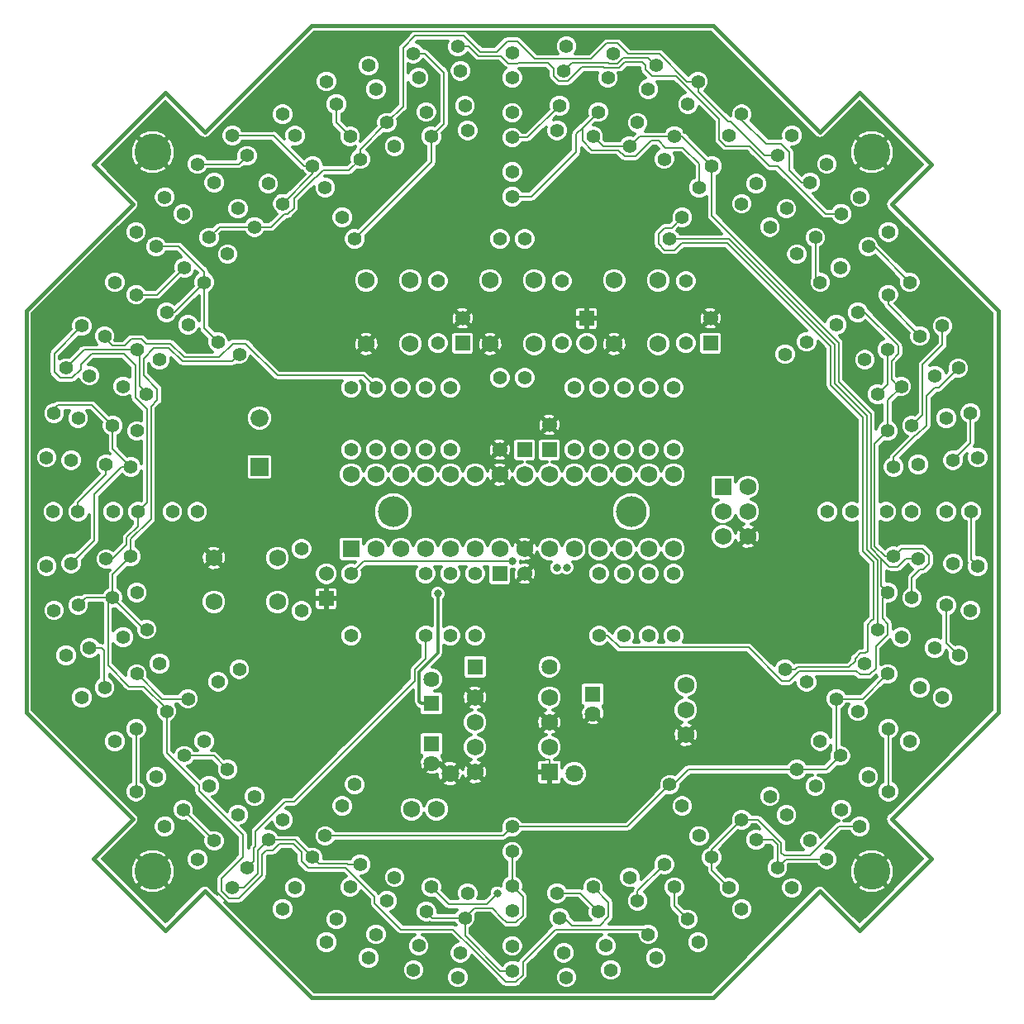
<source format=gbl>
G04 (created by PCBNEW-RS274X (2012-01-19 BZR 3256)-stable) date 4/30/2012 12:17:17 AM*
G01*
G70*
G90*
%MOIN*%
G04 Gerber Fmt 3.4, Leading zero omitted, Abs format*
%FSLAX34Y34*%
G04 APERTURE LIST*
%ADD10C,0.006000*%
%ADD11C,0.015000*%
%ADD12C,0.056000*%
%ADD13R,0.060000X0.060000*%
%ADD14C,0.060000*%
%ADD15C,0.064000*%
%ADD16R,0.064000X0.064000*%
%ADD17C,0.068000*%
%ADD18C,0.149000*%
%ADD19C,0.031500*%
%ADD20R,0.072000X0.072000*%
%ADD21C,0.072000*%
%ADD22C,0.071200*%
%ADD23C,0.124000*%
%ADD24R,0.068000X0.068000*%
%ADD25C,0.008000*%
%ADD26C,0.012000*%
%ADD27C,0.024000*%
G04 APERTURE END LIST*
G54D10*
G54D11*
X46000Y-56900D02*
X47600Y-55300D01*
X43100Y-54000D02*
X46000Y-56900D01*
X44700Y-52400D02*
X43100Y-54000D01*
X76900Y-54000D02*
X74000Y-56900D01*
X75300Y-52400D02*
X76900Y-54000D01*
X72400Y-55300D02*
X74000Y-56900D01*
X47600Y-24700D02*
X51900Y-20400D01*
X46000Y-23100D02*
X43100Y-26000D01*
X47600Y-24700D02*
X46000Y-23100D01*
X44700Y-27600D02*
X43100Y-26000D01*
X79600Y-48100D02*
X75300Y-52400D01*
X68100Y-59600D02*
X72400Y-55300D01*
X40400Y-48100D02*
X44700Y-52400D01*
X51900Y-59600D02*
X47600Y-55300D01*
X40400Y-31900D02*
X44700Y-27600D01*
X75300Y-27600D02*
X79600Y-31900D01*
X72400Y-24700D02*
X68100Y-20400D01*
X76900Y-26000D02*
X74000Y-23100D01*
X75300Y-27600D02*
X76900Y-26000D01*
X72400Y-24700D02*
X74000Y-23100D01*
X79600Y-31900D02*
X79600Y-48100D01*
X51900Y-20400D02*
X68100Y-20400D01*
X40400Y-48100D02*
X40400Y-31900D01*
X68100Y-59600D02*
X51900Y-59600D01*
G54D12*
X60000Y-26295D03*
X60000Y-27295D03*
X60000Y-21488D03*
X60000Y-22488D03*
X69256Y-23968D03*
X68756Y-24834D03*
X60000Y-23906D03*
X60000Y-24906D03*
X68047Y-26062D03*
X67547Y-26928D03*
X66852Y-28131D03*
X66352Y-28997D03*
X62187Y-21222D03*
X62083Y-22216D03*
X64068Y-21518D03*
X63860Y-22496D03*
X65797Y-22004D03*
X65487Y-22956D03*
X67495Y-22644D03*
X67089Y-23558D03*
X61906Y-23623D03*
X61802Y-24617D03*
X63469Y-23881D03*
X63261Y-24859D03*
X65056Y-24305D03*
X64746Y-25257D03*
X66537Y-24863D03*
X66131Y-25777D03*
X76032Y-30744D03*
X75166Y-31244D03*
X73938Y-31953D03*
X73072Y-32453D03*
X71869Y-33148D03*
X71003Y-33648D03*
X71283Y-24830D03*
X70695Y-25640D03*
X72686Y-25982D03*
X72016Y-26726D03*
X74018Y-27314D03*
X73274Y-27984D03*
X75170Y-28717D03*
X74360Y-29305D03*
X69840Y-26769D03*
X69252Y-27579D03*
X71064Y-27774D03*
X70394Y-28518D03*
X72226Y-28936D03*
X71482Y-29606D03*
X73231Y-30160D03*
X72421Y-30748D03*
X78512Y-40000D03*
X77512Y-40000D03*
X76094Y-40000D03*
X75094Y-40000D03*
X73705Y-40000D03*
X72705Y-40000D03*
X77356Y-32505D03*
X76442Y-32911D03*
X77996Y-34203D03*
X77044Y-34513D03*
X78482Y-36022D03*
X77504Y-36230D03*
X78778Y-37813D03*
X77784Y-37917D03*
X75137Y-33463D03*
X74223Y-33869D03*
X75695Y-34944D03*
X74743Y-35254D03*
X76119Y-36531D03*
X75141Y-36739D03*
X76377Y-38094D03*
X75383Y-38198D03*
X76032Y-49256D03*
X75166Y-48756D03*
X73938Y-48047D03*
X73072Y-47547D03*
X71869Y-46852D03*
X71003Y-46352D03*
X78778Y-42187D03*
X77784Y-42083D03*
X78482Y-43978D03*
X77504Y-43770D03*
X77996Y-45797D03*
X77044Y-45487D03*
X77356Y-47495D03*
X76442Y-47089D03*
X76377Y-41906D03*
X75383Y-41802D03*
X76119Y-43469D03*
X75141Y-43261D03*
X75695Y-45056D03*
X74743Y-44746D03*
X75137Y-46537D03*
X74223Y-46131D03*
X69256Y-56032D03*
X68756Y-55166D03*
X68047Y-53938D03*
X67547Y-53072D03*
X66852Y-51869D03*
X66352Y-51003D03*
X75170Y-51283D03*
X74360Y-50695D03*
X74018Y-52686D03*
X73274Y-52016D03*
X72686Y-54018D03*
X72016Y-53274D03*
X71283Y-55170D03*
X70695Y-54360D03*
X73231Y-49840D03*
X72421Y-49252D03*
X72226Y-51064D03*
X71482Y-50394D03*
X71064Y-52226D03*
X70394Y-51482D03*
X69840Y-53231D03*
X69252Y-52421D03*
X60000Y-58512D03*
X60000Y-57512D03*
X60000Y-56094D03*
X60000Y-55094D03*
X60000Y-53705D03*
X60000Y-52705D03*
X67495Y-57356D03*
X67089Y-56442D03*
X65797Y-57996D03*
X65487Y-57044D03*
X63978Y-58482D03*
X63770Y-57504D03*
X62187Y-58778D03*
X62083Y-57784D03*
X66537Y-55137D03*
X66131Y-54223D03*
X65056Y-55695D03*
X64746Y-54743D03*
X63469Y-56119D03*
X63261Y-55141D03*
X61906Y-56377D03*
X61802Y-55383D03*
X50744Y-56032D03*
X51244Y-55166D03*
X51953Y-53938D03*
X52453Y-53072D03*
X53148Y-51869D03*
X53648Y-51003D03*
X57813Y-58778D03*
X57917Y-57784D03*
X56022Y-58482D03*
X56230Y-57504D03*
X54203Y-57996D03*
X54513Y-57044D03*
X52505Y-57356D03*
X52911Y-56442D03*
X58094Y-56377D03*
X58198Y-55383D03*
X56531Y-56119D03*
X56739Y-55141D03*
X54944Y-55695D03*
X55254Y-54743D03*
X53463Y-55137D03*
X53869Y-54223D03*
X43968Y-49256D03*
X44834Y-48756D03*
X46062Y-48047D03*
X46928Y-47547D03*
X48131Y-46852D03*
X48997Y-46352D03*
X48717Y-55170D03*
X49305Y-54360D03*
X47314Y-54018D03*
X47984Y-53274D03*
X45982Y-52686D03*
X46726Y-52016D03*
X44830Y-51283D03*
X45640Y-50695D03*
X50160Y-53231D03*
X50748Y-52421D03*
X48936Y-52226D03*
X49606Y-51482D03*
X47774Y-51064D03*
X48518Y-50394D03*
X46769Y-49840D03*
X47579Y-49252D03*
X62000Y-33200D03*
X62000Y-30700D03*
X57500Y-35000D03*
X57500Y-37500D03*
X56500Y-35000D03*
X56500Y-37500D03*
X67000Y-33200D03*
X67000Y-30700D03*
X57000Y-33200D03*
X57000Y-30700D03*
X66500Y-45000D03*
X66500Y-42500D03*
X65500Y-35000D03*
X65500Y-37500D03*
X56500Y-42500D03*
X56500Y-45000D03*
X58500Y-45000D03*
X58500Y-42500D03*
X64500Y-45000D03*
X64500Y-42500D03*
X55500Y-35000D03*
X55500Y-37500D03*
X53500Y-35000D03*
X53500Y-37500D03*
X66500Y-35000D03*
X66500Y-37500D03*
X54500Y-35000D03*
X54500Y-37500D03*
X57500Y-45000D03*
X57500Y-42500D03*
X63500Y-45000D03*
X63500Y-42500D03*
X65500Y-45000D03*
X65500Y-42500D03*
X53500Y-45000D03*
X53500Y-42500D03*
X63500Y-35000D03*
X63500Y-37500D03*
X64500Y-35000D03*
X64500Y-37500D03*
X62500Y-35000D03*
X62500Y-37500D03*
X51500Y-41500D03*
X51500Y-44000D03*
G54D13*
X59500Y-42500D03*
G54D14*
X60500Y-42500D03*
G54D13*
X61500Y-37500D03*
G54D14*
X61500Y-36500D03*
G54D13*
X63000Y-32200D03*
G54D14*
X63000Y-33200D03*
G54D13*
X60500Y-37500D03*
G54D14*
X59500Y-37500D03*
G54D13*
X68000Y-33200D03*
G54D14*
X68000Y-32200D03*
G54D13*
X58000Y-33200D03*
G54D14*
X58000Y-32200D03*
G54D13*
X52500Y-43500D03*
G54D14*
X52500Y-42500D03*
G54D15*
X61500Y-46250D03*
G54D16*
X58500Y-46250D03*
G54D12*
X41488Y-40000D03*
X42488Y-40000D03*
X43906Y-40000D03*
X44906Y-40000D03*
X46295Y-40000D03*
X47295Y-40000D03*
X42644Y-47495D03*
X43558Y-47089D03*
X42005Y-45799D03*
X42957Y-45489D03*
X41518Y-43978D03*
X42496Y-43770D03*
X41222Y-42187D03*
X42216Y-42083D03*
X44863Y-46537D03*
X45777Y-46131D03*
X44306Y-45057D03*
X45258Y-44747D03*
X43881Y-43469D03*
X44859Y-43261D03*
X43623Y-41906D03*
X44617Y-41802D03*
X60500Y-34600D03*
X59500Y-34600D03*
X60500Y-29000D03*
X59500Y-29000D03*
X43968Y-30744D03*
X44834Y-31244D03*
X46062Y-31953D03*
X46928Y-32453D03*
X48131Y-33148D03*
X48997Y-33648D03*
X41222Y-37813D03*
X42216Y-37917D03*
X41518Y-36022D03*
X42496Y-36230D03*
X42004Y-34203D03*
X42956Y-34513D03*
X42644Y-32505D03*
X43558Y-32911D03*
X43623Y-38094D03*
X44617Y-38198D03*
X43881Y-36531D03*
X44859Y-36739D03*
X44305Y-34944D03*
X45257Y-35254D03*
X44863Y-33463D03*
X45777Y-33869D03*
X50744Y-23968D03*
X51244Y-24834D03*
X51953Y-26062D03*
X52453Y-26928D03*
X53148Y-28131D03*
X53648Y-28997D03*
X44830Y-28717D03*
X45640Y-29305D03*
X45982Y-27314D03*
X46726Y-27984D03*
X47314Y-25982D03*
X47984Y-26726D03*
X48717Y-24830D03*
X49305Y-25640D03*
X46769Y-30160D03*
X47579Y-30748D03*
X47774Y-28936D03*
X48518Y-29606D03*
X48936Y-27774D03*
X49606Y-28518D03*
X50160Y-26769D03*
X50748Y-27579D03*
X52503Y-22644D03*
X52909Y-23558D03*
X54203Y-22004D03*
X54513Y-22956D03*
X56022Y-21518D03*
X56230Y-22496D03*
X57813Y-21222D03*
X57917Y-22216D03*
X53463Y-24863D03*
X53869Y-25777D03*
X54944Y-24305D03*
X55254Y-25257D03*
X56531Y-23881D03*
X56739Y-24859D03*
X58094Y-23623D03*
X58198Y-24617D03*
G54D17*
X60886Y-33230D03*
X59114Y-33230D03*
X60886Y-30670D03*
X59114Y-30670D03*
X65886Y-33230D03*
X64114Y-33230D03*
X65886Y-30670D03*
X64114Y-30670D03*
X55886Y-33230D03*
X54114Y-33230D03*
X55886Y-30670D03*
X54114Y-30670D03*
X47970Y-43636D03*
X47970Y-41864D03*
X50530Y-43636D03*
X50530Y-41864D03*
X67000Y-49000D03*
X67000Y-48000D03*
X67000Y-47000D03*
G54D18*
X45500Y-25500D03*
X74500Y-25500D03*
X45500Y-54500D03*
X74500Y-54500D03*
G54D19*
X61803Y-42250D03*
X62197Y-42250D03*
G54D20*
X49800Y-38184D03*
G54D21*
X49800Y-36216D03*
G54D16*
X56750Y-47742D03*
G54D15*
X56750Y-46758D03*
G54D16*
X56750Y-49356D03*
G54D15*
X56750Y-50144D03*
G54D16*
X63250Y-47356D03*
G54D15*
X63250Y-48144D03*
G54D17*
X55950Y-52000D03*
X56950Y-52000D03*
G54D22*
X62500Y-50559D03*
X57500Y-50559D03*
G54D23*
X55201Y-40000D03*
X64799Y-40000D03*
G54D24*
X68500Y-39000D03*
G54D17*
X69500Y-39000D03*
X68500Y-40000D03*
X69500Y-40000D03*
X68500Y-41000D03*
X69500Y-41000D03*
X54500Y-41500D03*
X55500Y-41500D03*
X56500Y-41500D03*
X57500Y-41500D03*
X58500Y-41500D03*
X59500Y-41500D03*
X60500Y-41500D03*
X61500Y-41500D03*
X62500Y-41500D03*
X63500Y-41500D03*
X64500Y-41500D03*
X65500Y-41500D03*
X66500Y-41500D03*
G54D24*
X53500Y-41500D03*
G54D17*
X66500Y-38500D03*
X65500Y-38500D03*
X64500Y-38500D03*
X63500Y-38500D03*
X62500Y-38500D03*
X61500Y-38500D03*
X60500Y-38500D03*
X59500Y-38500D03*
X58500Y-38500D03*
X57500Y-38500D03*
X56500Y-38500D03*
X55500Y-38500D03*
X54500Y-38500D03*
X53500Y-38500D03*
G54D24*
X61500Y-50500D03*
G54D17*
X61500Y-49500D03*
X61500Y-48500D03*
X61500Y-47500D03*
X58500Y-47500D03*
X58500Y-48500D03*
X58500Y-49500D03*
X58500Y-50500D03*
G54D19*
X59409Y-55394D03*
X57000Y-43300D03*
X60000Y-42000D03*
G54D25*
X73000Y-34250D02*
X73000Y-34820D01*
X66352Y-28997D02*
X68747Y-28997D01*
X73000Y-33250D02*
X69500Y-29750D01*
X61906Y-56377D02*
X62110Y-56377D01*
X63878Y-56338D02*
X63878Y-55758D01*
X63878Y-55758D02*
X63261Y-55141D01*
X74725Y-44275D02*
X74725Y-43425D01*
X74300Y-36120D02*
X74300Y-41425D01*
X66537Y-55137D02*
X66537Y-55890D01*
X62110Y-56377D02*
X62421Y-56688D01*
X73000Y-34250D02*
X73000Y-33250D01*
X74300Y-41535D02*
X74300Y-41425D01*
X66537Y-55890D02*
X67089Y-56442D01*
X74725Y-41960D02*
X74300Y-41535D01*
X74743Y-44293D02*
X74725Y-44275D01*
X74743Y-44746D02*
X74743Y-44293D01*
X62421Y-56688D02*
X63528Y-56688D01*
X74725Y-43425D02*
X74725Y-41960D01*
X63528Y-56688D02*
X63878Y-56338D01*
X68747Y-28997D02*
X69500Y-29750D01*
X73000Y-34820D02*
X74300Y-36120D01*
X78512Y-40000D02*
X78512Y-41921D01*
X78512Y-41921D02*
X78778Y-42187D01*
X75166Y-31244D02*
X75166Y-31635D01*
X75166Y-31635D02*
X76442Y-32911D01*
X75166Y-51279D02*
X75170Y-51283D01*
X75166Y-48756D02*
X75166Y-51279D01*
X70695Y-53425D02*
X70695Y-54360D01*
X60000Y-27295D02*
X60780Y-27295D01*
X64961Y-25669D02*
X64528Y-25669D01*
X71037Y-54018D02*
X70695Y-54360D01*
X66150Y-29450D02*
X65900Y-29200D01*
X65900Y-28800D02*
X66150Y-28550D01*
X66550Y-29450D02*
X66150Y-29450D01*
X72686Y-54018D02*
X71037Y-54018D01*
X66433Y-28550D02*
X66852Y-28131D01*
X72838Y-33338D02*
X68659Y-29159D01*
X62835Y-24515D02*
X63469Y-23881D01*
X66150Y-28550D02*
X66433Y-28550D01*
X66890Y-25315D02*
X66181Y-25315D01*
X60780Y-27295D02*
X62575Y-25500D01*
X65905Y-25039D02*
X65591Y-25039D01*
X66841Y-29159D02*
X66550Y-29450D01*
X62835Y-25039D02*
X62835Y-24515D01*
X67547Y-25972D02*
X66890Y-25315D01*
X70236Y-25157D02*
X70832Y-25157D01*
X67547Y-26928D02*
X67547Y-25972D01*
X64528Y-25669D02*
X64278Y-25419D01*
X72838Y-34888D02*
X74138Y-36188D01*
X71418Y-46352D02*
X71507Y-46263D01*
X69840Y-53231D02*
X70501Y-53231D01*
X64278Y-25419D02*
X63215Y-25419D01*
X71003Y-46352D02*
X71418Y-46352D01*
X71181Y-25506D02*
X70832Y-25157D01*
X74138Y-41603D02*
X74138Y-41375D01*
X74250Y-45700D02*
X74325Y-45625D01*
X74563Y-43518D02*
X74563Y-42028D01*
X73587Y-46263D02*
X73825Y-46025D01*
X69256Y-23968D02*
X69256Y-24177D01*
X74138Y-41375D02*
X74138Y-36188D01*
X74050Y-45700D02*
X74250Y-45700D01*
X74563Y-42028D02*
X74138Y-41603D01*
X69256Y-24177D02*
X70236Y-25157D01*
X71686Y-26726D02*
X71181Y-26221D01*
X74563Y-43518D02*
X74563Y-44312D01*
X63215Y-25419D02*
X62835Y-25039D01*
X65591Y-25039D02*
X64961Y-25669D01*
X73825Y-46025D02*
X73825Y-45925D01*
X72838Y-34338D02*
X72838Y-34888D01*
X74325Y-45625D02*
X74325Y-44550D01*
X66181Y-25315D02*
X65905Y-25039D01*
X71507Y-46263D02*
X73587Y-46263D01*
X62575Y-25500D02*
X62575Y-24775D01*
X72838Y-34338D02*
X72838Y-33338D01*
X70501Y-53231D02*
X70695Y-53425D01*
X65900Y-29200D02*
X65900Y-28800D01*
X62575Y-24775D02*
X62835Y-24515D01*
X73825Y-45925D02*
X74050Y-45700D01*
X68659Y-29159D02*
X66841Y-29159D01*
X74563Y-44312D02*
X74475Y-44400D01*
X74325Y-44550D02*
X74475Y-44400D01*
X71181Y-26221D02*
X71181Y-25506D01*
X72016Y-26726D02*
X71686Y-26726D01*
X51200Y-27750D02*
X51200Y-27358D01*
X50282Y-28518D02*
X50800Y-28000D01*
X49606Y-28518D02*
X50282Y-28518D01*
X52375Y-26225D02*
X52100Y-26500D01*
X50800Y-28000D02*
X50925Y-28000D01*
X52475Y-26225D02*
X52375Y-26225D01*
X52058Y-26500D02*
X52100Y-26500D01*
X50925Y-28000D02*
X50950Y-28000D01*
X50950Y-28000D02*
X51200Y-27750D01*
X42488Y-39637D02*
X43623Y-38502D01*
X52475Y-26225D02*
X53421Y-26225D01*
X65945Y-21535D02*
X67054Y-22644D01*
X58051Y-20807D02*
X56083Y-20807D01*
X53421Y-26225D02*
X53869Y-25777D01*
X53869Y-25380D02*
X54944Y-24305D01*
X70695Y-25640D02*
X70190Y-25640D01*
X63819Y-21102D02*
X64252Y-21102D01*
X53869Y-25777D02*
X53869Y-25380D01*
X51200Y-27358D02*
X52058Y-26500D01*
X64252Y-21102D02*
X64685Y-21535D01*
X56083Y-20807D02*
X55591Y-21299D01*
X58051Y-20807D02*
X58701Y-21457D01*
X55591Y-21299D02*
X55591Y-23658D01*
X59370Y-21457D02*
X59803Y-21024D01*
X64685Y-21535D02*
X65945Y-21535D01*
X68800Y-24250D02*
X68700Y-24250D01*
X43623Y-38502D02*
X43623Y-38094D01*
X67054Y-22644D02*
X67495Y-22644D01*
X68700Y-24250D02*
X67495Y-23045D01*
X60197Y-21024D02*
X60905Y-21732D01*
X67495Y-23045D02*
X67495Y-22644D01*
X49606Y-28518D02*
X48192Y-28518D01*
X42488Y-40000D02*
X42488Y-39637D01*
X59803Y-21024D02*
X60197Y-21024D01*
X58701Y-21457D02*
X59370Y-21457D01*
X63189Y-21732D02*
X63819Y-21102D01*
X48192Y-28518D02*
X47774Y-28936D01*
X70190Y-25640D02*
X68800Y-24250D01*
X60905Y-21732D02*
X63189Y-21732D01*
X55591Y-23658D02*
X54944Y-24305D01*
X60623Y-24906D02*
X61906Y-23623D01*
X48175Y-33775D02*
X48725Y-33225D01*
X60000Y-24906D02*
X60623Y-24906D01*
X43858Y-33301D02*
X44376Y-33301D01*
X62083Y-22216D02*
X62083Y-22211D01*
X64478Y-21697D02*
X65490Y-21697D01*
X65490Y-21697D02*
X65797Y-22004D01*
X50525Y-34500D02*
X50675Y-34500D01*
X43427Y-45489D02*
X43538Y-45600D01*
X46775Y-33775D02*
X48175Y-33775D01*
X48725Y-33225D02*
X49250Y-33225D01*
X43538Y-47069D02*
X43558Y-47089D01*
X45227Y-33219D02*
X46219Y-33219D01*
X44646Y-33031D02*
X45039Y-33031D01*
X49250Y-33225D02*
X50525Y-34500D01*
X44376Y-33301D02*
X44646Y-33031D01*
X42957Y-45489D02*
X43427Y-45489D01*
X62400Y-21894D02*
X63869Y-21894D01*
X54000Y-34500D02*
X50675Y-34500D01*
X43538Y-45600D02*
X43538Y-47069D01*
X62083Y-22211D02*
X62400Y-21894D01*
X64250Y-21925D02*
X64478Y-21697D01*
X43558Y-33001D02*
X43858Y-33301D01*
X45039Y-33031D02*
X45227Y-33219D01*
X47314Y-25982D02*
X48963Y-25982D01*
X46219Y-33219D02*
X46775Y-33775D01*
X63900Y-21925D02*
X64250Y-21925D01*
X43558Y-32911D02*
X43558Y-33001D01*
X54500Y-35000D02*
X54000Y-34500D01*
X63869Y-21894D02*
X63900Y-21925D01*
X48963Y-25982D02*
X49305Y-25640D01*
X51594Y-26062D02*
X51953Y-26062D01*
X52909Y-23558D02*
X52909Y-24309D01*
X57813Y-21222D02*
X58222Y-21222D01*
X61664Y-22133D02*
X61425Y-21894D01*
X72630Y-27984D02*
X70709Y-26063D01*
X73274Y-27984D02*
X72630Y-27984D01*
X50362Y-24830D02*
X51594Y-26062D01*
X61889Y-22637D02*
X61664Y-22412D01*
X70383Y-26063D02*
X69710Y-25390D01*
X70709Y-26063D02*
X70383Y-26063D01*
X76550Y-34075D02*
X76550Y-36100D01*
X72226Y-30553D02*
X72421Y-30748D01*
X51953Y-26374D02*
X50748Y-27579D01*
X60196Y-21929D02*
X59875Y-21929D01*
X77356Y-33269D02*
X76550Y-34075D01*
X76550Y-36100D02*
X76119Y-36531D01*
X58236Y-21222D02*
X57813Y-21222D01*
X65625Y-22425D02*
X66605Y-22425D01*
X51953Y-26062D02*
X51953Y-26374D01*
X72226Y-28936D02*
X72226Y-30553D01*
X58222Y-21222D02*
X57813Y-21222D01*
X59544Y-21619D02*
X58633Y-21619D01*
X63675Y-22056D02*
X63706Y-22087D01*
X68350Y-25000D02*
X68600Y-25250D01*
X61664Y-22412D02*
X61664Y-22133D01*
X63706Y-22087D02*
X64319Y-22087D01*
X65375Y-22175D02*
X65625Y-22425D01*
X58633Y-21619D02*
X58236Y-21222D01*
X62238Y-22637D02*
X62819Y-22056D01*
X59875Y-21929D02*
X59854Y-21929D01*
X66605Y-22425D02*
X68350Y-24170D01*
X65234Y-21859D02*
X65375Y-22000D01*
X64319Y-22087D02*
X64547Y-21859D01*
X62819Y-22056D02*
X63675Y-22056D01*
X64547Y-21859D02*
X65234Y-21859D01*
X59854Y-21929D02*
X59544Y-21619D01*
X68600Y-25250D02*
X69570Y-25250D01*
X69570Y-25250D02*
X69710Y-25390D01*
X61425Y-21894D02*
X60231Y-21894D01*
X68350Y-24170D02*
X68350Y-25000D01*
X77356Y-32505D02*
X77356Y-33269D01*
X65375Y-22000D02*
X65375Y-22175D01*
X48717Y-24830D02*
X50362Y-24830D01*
X52909Y-24309D02*
X53463Y-24863D01*
X61889Y-22637D02*
X62238Y-22637D01*
X60231Y-21894D02*
X60196Y-21929D01*
X50825Y-51700D02*
X51200Y-51700D01*
X56068Y-46832D02*
X51550Y-51350D01*
X56500Y-45942D02*
X56068Y-46374D01*
X49648Y-52877D02*
X49648Y-53501D01*
X49648Y-53501D02*
X49582Y-53567D01*
X49648Y-52877D02*
X50825Y-51700D01*
X56068Y-46374D02*
X56068Y-46832D01*
X49582Y-53567D02*
X49582Y-54083D01*
X56500Y-45000D02*
X56500Y-45942D01*
X49582Y-54083D02*
X49305Y-54360D01*
X46726Y-52016D02*
X47984Y-53274D01*
X51200Y-51700D02*
X51550Y-51350D01*
X45257Y-35254D02*
X45257Y-35233D01*
X57250Y-22300D02*
X57250Y-24348D01*
X57250Y-24348D02*
X56739Y-24859D01*
X44965Y-33565D02*
X44863Y-33463D01*
X71675Y-53856D02*
X70963Y-53856D01*
X44965Y-34941D02*
X44965Y-33565D01*
X76713Y-36515D02*
X76713Y-35334D01*
X69921Y-52421D02*
X69252Y-52421D01*
X70857Y-53750D02*
X70857Y-53357D01*
X70857Y-53357D02*
X69921Y-52421D01*
X77047Y-35000D02*
X77199Y-35000D01*
X46555Y-29305D02*
X47579Y-30329D01*
X68047Y-53938D02*
X68047Y-53626D01*
X76319Y-36909D02*
X76713Y-36515D01*
X42744Y-33463D02*
X42004Y-34203D01*
X47579Y-32596D02*
X48131Y-33148D01*
X75383Y-37806D02*
X76280Y-36909D01*
X47579Y-30748D02*
X47579Y-32596D01*
X73189Y-52686D02*
X74018Y-52686D01*
X72019Y-53856D02*
X73189Y-52686D01*
X46374Y-31953D02*
X47579Y-30748D01*
X56468Y-21518D02*
X57250Y-22300D01*
X56739Y-25906D02*
X53648Y-28997D01*
X76713Y-35334D02*
X77047Y-35000D01*
X71675Y-53856D02*
X72019Y-53856D01*
X46062Y-31953D02*
X46374Y-31953D01*
X56739Y-24859D02*
X56739Y-25906D01*
X68047Y-54457D02*
X68756Y-55166D01*
X56022Y-21518D02*
X56468Y-21518D01*
X47579Y-30329D02*
X47579Y-30748D01*
X68047Y-53626D02*
X69252Y-52421D01*
X70963Y-53856D02*
X70857Y-53750D01*
X68047Y-53938D02*
X68047Y-54457D01*
X45640Y-29305D02*
X46555Y-29305D01*
X75383Y-38198D02*
X75383Y-37806D01*
X44863Y-33463D02*
X42744Y-33463D01*
X76280Y-36909D02*
X76319Y-36909D01*
X45257Y-35233D02*
X44965Y-34941D01*
X77199Y-35000D02*
X77996Y-34203D01*
X73072Y-49681D02*
X73231Y-49840D01*
X66352Y-51003D02*
X66497Y-51003D01*
X59633Y-53072D02*
X60000Y-52705D01*
X73072Y-47547D02*
X73072Y-49681D01*
X44830Y-48760D02*
X44834Y-48756D01*
X67106Y-50394D02*
X71482Y-50394D01*
X78482Y-37219D02*
X77784Y-37917D01*
X66497Y-51003D02*
X67106Y-50394D01*
X71482Y-50394D02*
X72677Y-50394D01*
X44830Y-51283D02*
X44830Y-48760D01*
X60000Y-52705D02*
X64650Y-52705D01*
X75137Y-33463D02*
X75137Y-34860D01*
X52453Y-53072D02*
X59633Y-53072D01*
X72677Y-50394D02*
X73231Y-49840D01*
X74127Y-47547D02*
X75137Y-46537D01*
X46769Y-49840D02*
X47964Y-49840D01*
X73072Y-47547D02*
X74127Y-47547D01*
X64650Y-52705D02*
X66352Y-51003D01*
X47964Y-49840D02*
X48518Y-50394D01*
X78482Y-36022D02*
X78482Y-37219D01*
X75137Y-34860D02*
X74743Y-35254D01*
X74663Y-45437D02*
X75150Y-44950D01*
X58414Y-55827D02*
X57425Y-55827D01*
X74925Y-43477D02*
X75141Y-43261D01*
X75150Y-44525D02*
X74925Y-44300D01*
X75141Y-43254D02*
X74887Y-43000D01*
X59409Y-55394D02*
X58976Y-55827D01*
X64746Y-25257D02*
X63659Y-25257D01*
X58976Y-55827D02*
X58740Y-55827D01*
X43881Y-37462D02*
X44617Y-38198D01*
X64325Y-45475D02*
X69450Y-45475D01*
X66537Y-24863D02*
X65140Y-24863D01*
X71162Y-46838D02*
X71575Y-46425D01*
X63850Y-45000D02*
X64325Y-45475D01*
X75869Y-41906D02*
X75550Y-42225D01*
X75220Y-42225D02*
X74887Y-41892D01*
X41518Y-35857D02*
X41675Y-35700D01*
X69450Y-45475D02*
X69525Y-45475D01*
X43881Y-36531D02*
X43881Y-37462D01*
X63659Y-25257D02*
X63261Y-24859D01*
X44617Y-38198D02*
X44252Y-38198D01*
X43150Y-41149D02*
X42216Y-42083D01*
X48717Y-55170D02*
X49180Y-55170D01*
X66537Y-24863D02*
X66848Y-24863D01*
X41675Y-35700D02*
X43050Y-35700D01*
X49180Y-55170D02*
X49744Y-54606D01*
X73162Y-33182D02*
X73162Y-34752D01*
X74462Y-41437D02*
X74462Y-41467D01*
X68047Y-28067D02*
X73162Y-33182D01*
X74462Y-36052D02*
X74462Y-41437D01*
X65140Y-24863D02*
X64746Y-25257D01*
X70888Y-46838D02*
X71162Y-46838D01*
X74925Y-44300D02*
X74925Y-43477D01*
X75141Y-43261D02*
X75141Y-43254D01*
X74400Y-46575D02*
X74663Y-46312D01*
X69525Y-45475D02*
X70888Y-46838D01*
X74462Y-41467D02*
X74887Y-41892D01*
X53377Y-54223D02*
X53362Y-54208D01*
X43150Y-39300D02*
X43150Y-41149D01*
X71575Y-46425D02*
X73875Y-46425D01*
X74663Y-46312D02*
X74663Y-45437D01*
X57425Y-55827D02*
X56739Y-55141D01*
X74887Y-41960D02*
X74887Y-41892D01*
X53362Y-54208D02*
X52223Y-54208D01*
X73162Y-34752D02*
X74462Y-36052D01*
X75550Y-42225D02*
X75220Y-42225D01*
X75150Y-44575D02*
X75150Y-44525D01*
X58740Y-55827D02*
X58414Y-55827D01*
X68047Y-26062D02*
X68047Y-28067D01*
X66848Y-24863D02*
X68047Y-26062D01*
X53869Y-54223D02*
X53377Y-54223D01*
X75150Y-44950D02*
X75150Y-44575D01*
X74887Y-43000D02*
X74887Y-41960D01*
X41518Y-36022D02*
X41518Y-35857D01*
X49744Y-54606D02*
X49744Y-53647D01*
X51246Y-53231D02*
X51953Y-53938D01*
X63500Y-45000D02*
X63850Y-45000D01*
X73875Y-46425D02*
X74025Y-46575D01*
X76377Y-41906D02*
X75869Y-41906D01*
X74025Y-46575D02*
X74400Y-46575D01*
X52223Y-54208D02*
X51953Y-53938D01*
X50160Y-53231D02*
X51246Y-53231D01*
X49744Y-53647D02*
X50160Y-53231D01*
X43050Y-35700D02*
X43881Y-36531D01*
X44252Y-38198D02*
X43150Y-39300D01*
X51496Y-53720D02*
X51496Y-54094D01*
X76574Y-42323D02*
X76811Y-42086D01*
X75027Y-41802D02*
X74624Y-41399D01*
X74624Y-37256D02*
X75141Y-36739D01*
X46062Y-47966D02*
X46062Y-48047D01*
X50059Y-53661D02*
X50355Y-53661D01*
X76457Y-42323D02*
X76574Y-42323D01*
X51772Y-54370D02*
X53287Y-54370D01*
X48878Y-55591D02*
X48989Y-55591D01*
X58435Y-57667D02*
X58441Y-57667D01*
X46151Y-33381D02*
X46707Y-33937D01*
X45689Y-35059D02*
X45127Y-34497D01*
X51496Y-54094D02*
X51772Y-54370D01*
X46707Y-33937D02*
X46850Y-33937D01*
X44548Y-47048D02*
X43700Y-46200D01*
X49906Y-53814D02*
X50059Y-53661D01*
X46062Y-48047D02*
X46062Y-49723D01*
X45689Y-35492D02*
X45689Y-35059D01*
X58441Y-57667D02*
X59731Y-58957D01*
X48558Y-55591D02*
X48878Y-55591D01*
X65293Y-56850D02*
X65487Y-57044D01*
X49143Y-53928D02*
X48268Y-54803D01*
X47362Y-51023D02*
X47362Y-51259D01*
X50355Y-53661D02*
X50623Y-53393D01*
X48989Y-55591D02*
X49906Y-54674D01*
X49906Y-54674D02*
X49906Y-53814D01*
X61831Y-56850D02*
X61752Y-56850D01*
X53287Y-54370D02*
X54449Y-55532D01*
X61752Y-56850D02*
X60748Y-57854D01*
X58435Y-57667D02*
X57618Y-56850D01*
X60433Y-58169D02*
X60748Y-57854D01*
X75299Y-33913D02*
X75571Y-33641D01*
X54449Y-55787D02*
X55512Y-56850D01*
X49143Y-53040D02*
X49143Y-53928D01*
X59731Y-58957D02*
X60157Y-58957D01*
X43700Y-46200D02*
X43700Y-43650D01*
X75141Y-35498D02*
X75695Y-34944D01*
X45127Y-33810D02*
X45556Y-33381D01*
X57618Y-56850D02*
X57402Y-56850D01*
X44548Y-47048D02*
X45144Y-47048D01*
X48268Y-55301D02*
X48558Y-55591D01*
X47362Y-51259D02*
X49143Y-53040D01*
X75299Y-34665D02*
X75299Y-33913D01*
X50623Y-53393D02*
X51169Y-53393D01*
X60433Y-58681D02*
X60433Y-58169D01*
X76535Y-41476D02*
X75709Y-41476D01*
X44617Y-41108D02*
X45343Y-40382D01*
X43881Y-43469D02*
X43881Y-42538D01*
X75695Y-34944D02*
X75578Y-34944D01*
X45556Y-33381D02*
X46151Y-33381D01*
X54449Y-55532D02*
X54449Y-55787D01*
X74624Y-41399D02*
X74624Y-37256D01*
X75578Y-34944D02*
X75299Y-34665D01*
X75571Y-33307D02*
X74217Y-31953D01*
X45127Y-34497D02*
X45127Y-33810D01*
X75383Y-41802D02*
X75027Y-41802D01*
X45159Y-44747D02*
X43881Y-43469D01*
X75709Y-41476D02*
X75383Y-41802D01*
X60157Y-58957D02*
X60433Y-58681D01*
X51169Y-53393D02*
X51496Y-53720D01*
X61831Y-56850D02*
X65293Y-56850D01*
X76811Y-41752D02*
X76535Y-41476D01*
X55512Y-56850D02*
X57402Y-56850D01*
X48708Y-33937D02*
X48997Y-33648D01*
X76119Y-43469D02*
X76119Y-42661D01*
X76119Y-42661D02*
X76457Y-42323D01*
X74217Y-31953D02*
X73938Y-31953D01*
X46062Y-49723D02*
X47362Y-51023D01*
X75571Y-33641D02*
X75571Y-33307D01*
X65056Y-55298D02*
X66131Y-54223D01*
X48268Y-54803D02*
X48268Y-55301D01*
X45433Y-35748D02*
X45689Y-35492D01*
X45433Y-35748D02*
X45433Y-40292D01*
X75141Y-36739D02*
X75141Y-35498D01*
X45433Y-40292D02*
X45343Y-40382D01*
X44617Y-41802D02*
X44617Y-41108D01*
X65056Y-55695D02*
X65056Y-55298D01*
X45258Y-44747D02*
X45159Y-44747D01*
X46850Y-33937D02*
X48708Y-33937D01*
X77504Y-45305D02*
X77996Y-45797D01*
X43881Y-42538D02*
X44617Y-41802D01*
X76811Y-42086D02*
X76811Y-41752D01*
X42797Y-43469D02*
X42496Y-43770D01*
X45144Y-47048D02*
X46062Y-47966D01*
X77504Y-43770D02*
X77504Y-45305D01*
X43881Y-43469D02*
X42797Y-43469D01*
X43700Y-43650D02*
X43881Y-43469D01*
X44803Y-35394D02*
X45271Y-35862D01*
X42598Y-34056D02*
X43029Y-33625D01*
X74593Y-29305D02*
X76032Y-30744D01*
X45271Y-35862D02*
X45271Y-35945D01*
X60433Y-55527D02*
X60000Y-55094D01*
X60137Y-56575D02*
X60433Y-56279D01*
X60433Y-56279D02*
X60433Y-55527D01*
X59585Y-56377D02*
X59783Y-56575D01*
X59783Y-56575D02*
X60137Y-56575D01*
X41531Y-33618D02*
X42644Y-32505D01*
X45271Y-35945D02*
X45271Y-35941D01*
X61802Y-55383D02*
X62733Y-55383D01*
X62733Y-55383D02*
X63469Y-56119D01*
X56789Y-56377D02*
X56531Y-56119D01*
X58094Y-56377D02*
X56789Y-56377D01*
X42244Y-34606D02*
X42598Y-34252D01*
X60000Y-55094D02*
X60000Y-53705D01*
X58094Y-57090D02*
X58094Y-56377D01*
X45873Y-47547D02*
X44863Y-46537D01*
X44803Y-35118D02*
X44803Y-35394D01*
X44455Y-41333D02*
X44455Y-41040D01*
X58094Y-56377D02*
X58094Y-56370D01*
X44334Y-33625D02*
X44803Y-34094D01*
X74360Y-29305D02*
X74593Y-29305D01*
X60000Y-58512D02*
X59516Y-58512D01*
X45271Y-35941D02*
X45271Y-39635D01*
X44803Y-34094D02*
X44803Y-35118D01*
X58094Y-56370D02*
X58475Y-55989D01*
X59197Y-55989D02*
X59585Y-56377D01*
X58475Y-55989D02*
X59197Y-55989D01*
X45271Y-35941D02*
X45271Y-35941D01*
X41531Y-33618D02*
X41531Y-34365D01*
X43882Y-41906D02*
X44455Y-41333D01*
X43623Y-41906D02*
X43882Y-41906D01*
X44834Y-31244D02*
X45685Y-31244D01*
X41772Y-34606D02*
X42244Y-34606D01*
X45685Y-31244D02*
X46769Y-30160D01*
X41531Y-34365D02*
X41772Y-34606D01*
X46928Y-47547D02*
X45873Y-47547D01*
X59516Y-58512D02*
X58094Y-57090D01*
X42598Y-34252D02*
X42598Y-34056D01*
X43029Y-33625D02*
X44334Y-33625D01*
X45271Y-39635D02*
X44906Y-40000D01*
X44455Y-41040D02*
X44906Y-40589D01*
X44906Y-40589D02*
X44906Y-40000D01*
X72401Y-54961D02*
X68071Y-59291D01*
X59000Y-34400D02*
X58650Y-34050D01*
X69000Y-40500D02*
X65600Y-40500D01*
G54D26*
X62494Y-48900D02*
X63250Y-48144D01*
G54D25*
X53700Y-32825D02*
X51025Y-32825D01*
X49106Y-43000D02*
X47970Y-41864D01*
X52028Y-59291D02*
X47304Y-54567D01*
X51025Y-32825D02*
X46725Y-28525D01*
X61500Y-50500D02*
X61500Y-50000D01*
G54D26*
X60800Y-41800D02*
X60500Y-41500D01*
G54D25*
X53450Y-43000D02*
X60000Y-43000D01*
X45500Y-54500D02*
X46122Y-53878D01*
G54D27*
X57085Y-50144D02*
X57500Y-50559D01*
G54D25*
X73878Y-53681D02*
X73878Y-53878D01*
X54105Y-33230D02*
X53700Y-32825D01*
G54D26*
X62600Y-45500D02*
X63000Y-45100D01*
G54D25*
X59875Y-38125D02*
X59875Y-37875D01*
X58000Y-32200D02*
X57600Y-32600D01*
X63600Y-32350D02*
X63600Y-32716D01*
X51950Y-43500D02*
X51450Y-43000D01*
G54D26*
X63806Y-48700D02*
X63250Y-48144D01*
G54D25*
X79291Y-47973D02*
X75059Y-52205D01*
X46516Y-53878D02*
X46122Y-53878D01*
X74500Y-25500D02*
X73878Y-26122D01*
X72598Y-54961D02*
X72401Y-54961D01*
X52500Y-43500D02*
X52950Y-43500D01*
X63600Y-32716D02*
X64114Y-33230D01*
G54D27*
X60850Y-41150D02*
X60850Y-39850D01*
G54D25*
X54744Y-32600D02*
X54114Y-33230D01*
X65250Y-40850D02*
X63400Y-40850D01*
X61000Y-48000D02*
X61500Y-48500D01*
X59500Y-38500D02*
X59875Y-38125D01*
X60000Y-46050D02*
X60000Y-43000D01*
X45300Y-26975D02*
X44750Y-26425D01*
X59000Y-37000D02*
X59000Y-34400D01*
X68071Y-59291D02*
X52028Y-59291D01*
X52500Y-43500D02*
X51950Y-43500D01*
X61500Y-50000D02*
X61200Y-50000D01*
G54D26*
X60500Y-41500D02*
X61000Y-42000D01*
G54D27*
X57500Y-50559D02*
X57500Y-50550D01*
G54D25*
X59000Y-48000D02*
X61000Y-48000D01*
X47304Y-54567D02*
X47205Y-54567D01*
X73878Y-53878D02*
X73681Y-53878D01*
X73681Y-53878D02*
X72598Y-54961D01*
X65600Y-40500D02*
X65250Y-40850D01*
X58650Y-33694D02*
X59114Y-33230D01*
X60950Y-49050D02*
X61500Y-48500D01*
X58000Y-32200D02*
X58550Y-32750D01*
G54D26*
X62750Y-41000D02*
X61150Y-41000D01*
G54D25*
X60550Y-32200D02*
X63000Y-32200D01*
X73878Y-26122D02*
X73878Y-26516D01*
X58500Y-47500D02*
X58550Y-47500D01*
X75059Y-52205D02*
X75059Y-52500D01*
X63400Y-40850D02*
X63000Y-41250D01*
X58634Y-32750D02*
X59114Y-33230D01*
X47205Y-54567D02*
X46516Y-53878D01*
X68000Y-32200D02*
X67550Y-32650D01*
X46725Y-28525D02*
X46025Y-28525D01*
G54D26*
X61400Y-45500D02*
X62600Y-45500D01*
G54D27*
X60500Y-41500D02*
X60850Y-41150D01*
G54D25*
X73878Y-53681D02*
X75059Y-52500D01*
X59875Y-37875D02*
X59500Y-37500D01*
G54D26*
X63000Y-45100D02*
X63000Y-41250D01*
G54D25*
X67450Y-32750D02*
X64594Y-32750D01*
X69100Y-40600D02*
X69000Y-40500D01*
X60950Y-49750D02*
X60950Y-49050D01*
G54D27*
X60850Y-39850D02*
X59500Y-38500D01*
G54D25*
X46025Y-28525D02*
X45300Y-27800D01*
X73878Y-26516D02*
X79291Y-31929D01*
X44750Y-26250D02*
X45500Y-25500D01*
X58650Y-34050D02*
X58650Y-33694D01*
G54D26*
X60500Y-42500D02*
X60800Y-42200D01*
G54D25*
X64594Y-32750D02*
X64114Y-33230D01*
X45300Y-27800D02*
X45300Y-26975D01*
X59000Y-50000D02*
X61200Y-50000D01*
X46378Y-24646D02*
X47166Y-24646D01*
X45500Y-25500D02*
X45524Y-25500D01*
X61250Y-36750D02*
X61500Y-36500D01*
X44750Y-26425D02*
X44750Y-26250D01*
X67993Y-20630D02*
X72363Y-25000D01*
X74500Y-54500D02*
X73878Y-53878D01*
X58500Y-50500D02*
X59000Y-50000D01*
X51450Y-43000D02*
X49500Y-43000D01*
X60000Y-43000D02*
X60500Y-42500D01*
G54D26*
X67000Y-49000D02*
X66700Y-48700D01*
X61500Y-48500D02*
X61900Y-48900D01*
G54D27*
X56750Y-50144D02*
X57085Y-50144D01*
G54D26*
X63000Y-41250D02*
X62750Y-41000D01*
G54D27*
X57950Y-50100D02*
X58100Y-50100D01*
G54D26*
X61000Y-45100D02*
X61400Y-45500D01*
G54D25*
X72363Y-25000D02*
X73189Y-25000D01*
X63000Y-32200D02*
X63450Y-32200D01*
X58500Y-47500D02*
X59000Y-48000D01*
X73685Y-24685D02*
X74500Y-25500D01*
X60250Y-36750D02*
X61000Y-36750D01*
G54D26*
X60800Y-42200D02*
X60800Y-41800D01*
X66700Y-48700D02*
X63806Y-48700D01*
G54D25*
X61200Y-50000D02*
X60950Y-49750D01*
X67550Y-32650D02*
X67450Y-32750D01*
X52950Y-43500D02*
X53450Y-43000D01*
X59500Y-37500D02*
X59000Y-37000D01*
X61000Y-36750D02*
X61250Y-36750D01*
G54D27*
X58100Y-50100D02*
X58500Y-50500D01*
X57500Y-50550D02*
X57950Y-50100D01*
G54D25*
X60144Y-32200D02*
X59114Y-33230D01*
X58550Y-47500D02*
X60000Y-46050D01*
X59500Y-37500D02*
X60250Y-36750D01*
X79291Y-31929D02*
X79291Y-47973D01*
X73189Y-25000D02*
X73504Y-24685D01*
X58550Y-32750D02*
X58634Y-32750D01*
G54D26*
X61900Y-48900D02*
X62494Y-48900D01*
G54D25*
X47677Y-25000D02*
X52047Y-20630D01*
X49500Y-43000D02*
X49106Y-43000D01*
X47166Y-24646D02*
X47520Y-25000D01*
X60550Y-32200D02*
X60144Y-32200D01*
X57600Y-32600D02*
X54744Y-32600D01*
X45524Y-25500D02*
X46378Y-24646D01*
G54D26*
X61000Y-42000D02*
X61000Y-45100D01*
G54D25*
X73504Y-24685D02*
X73685Y-24685D01*
X47520Y-25000D02*
X47677Y-25000D01*
X63450Y-32200D02*
X63600Y-32350D01*
X54114Y-33230D02*
X54105Y-33230D01*
X69500Y-41000D02*
X69100Y-40600D01*
X52047Y-20630D02*
X67993Y-20630D01*
G54D26*
X56250Y-46450D02*
X57000Y-45700D01*
X56750Y-47742D02*
X56342Y-47742D01*
X57000Y-45700D02*
X57000Y-43300D01*
X56250Y-47650D02*
X56250Y-46450D01*
X56342Y-47742D02*
X56250Y-47650D01*
G54D25*
X54000Y-42000D02*
X53500Y-42500D01*
X54000Y-42000D02*
X60000Y-42000D01*
G54D10*
G36*
X79345Y-47995D02*
X79238Y-48102D01*
X79238Y-42279D01*
X79238Y-42096D01*
X79238Y-37905D01*
X79238Y-37722D01*
X79168Y-37553D01*
X79039Y-37423D01*
X78870Y-37353D01*
X78687Y-37353D01*
X78639Y-37372D01*
X78685Y-37303D01*
X78702Y-37219D01*
X78703Y-37219D01*
X78702Y-37214D01*
X78702Y-36428D01*
X78742Y-36412D01*
X78872Y-36283D01*
X78942Y-36114D01*
X78942Y-35931D01*
X78872Y-35762D01*
X78743Y-35632D01*
X78574Y-35562D01*
X78456Y-35562D01*
X78456Y-34295D01*
X78456Y-34112D01*
X78386Y-33943D01*
X78257Y-33813D01*
X78088Y-33743D01*
X77905Y-33743D01*
X77736Y-33813D01*
X77606Y-33942D01*
X77536Y-34111D01*
X77536Y-34294D01*
X77552Y-34334D01*
X77492Y-34394D01*
X77434Y-34253D01*
X77305Y-34123D01*
X77136Y-34053D01*
X76953Y-34053D01*
X76834Y-34101D01*
X77509Y-33426D01*
X77511Y-33425D01*
X77512Y-33425D01*
X77558Y-33354D01*
X77559Y-33353D01*
X77572Y-33287D01*
X77576Y-33270D01*
X77575Y-33269D01*
X77576Y-33269D01*
X77576Y-32911D01*
X77616Y-32895D01*
X77746Y-32766D01*
X77816Y-32597D01*
X77816Y-32414D01*
X77746Y-32245D01*
X77617Y-32115D01*
X77448Y-32045D01*
X77265Y-32045D01*
X77096Y-32115D01*
X76966Y-32244D01*
X76896Y-32413D01*
X76896Y-32596D01*
X76966Y-32765D01*
X77095Y-32895D01*
X77136Y-32911D01*
X77136Y-33177D01*
X76902Y-33411D01*
X76902Y-33003D01*
X76902Y-32820D01*
X76832Y-32651D01*
X76703Y-32521D01*
X76534Y-32451D01*
X76492Y-32451D01*
X76492Y-30836D01*
X76492Y-30653D01*
X76422Y-30484D01*
X76293Y-30354D01*
X76124Y-30284D01*
X75941Y-30284D01*
X75900Y-30300D01*
X75630Y-30030D01*
X75630Y-28809D01*
X75630Y-28626D01*
X75560Y-28457D01*
X75431Y-28327D01*
X75262Y-28257D01*
X75079Y-28257D01*
X74910Y-28327D01*
X74780Y-28456D01*
X74710Y-28625D01*
X74710Y-28808D01*
X74780Y-28977D01*
X74909Y-29107D01*
X75078Y-29177D01*
X75261Y-29177D01*
X75430Y-29107D01*
X75560Y-28978D01*
X75630Y-28809D01*
X75630Y-30030D01*
X74820Y-29220D01*
X74820Y-29214D01*
X74750Y-29045D01*
X74621Y-28915D01*
X74478Y-28855D01*
X74478Y-27406D01*
X74478Y-27223D01*
X74408Y-27054D01*
X74279Y-26924D01*
X74110Y-26854D01*
X73927Y-26854D01*
X73758Y-26924D01*
X73628Y-27053D01*
X73558Y-27222D01*
X73558Y-27405D01*
X73628Y-27574D01*
X73757Y-27704D01*
X73926Y-27774D01*
X74109Y-27774D01*
X74278Y-27704D01*
X74408Y-27575D01*
X74478Y-27406D01*
X74478Y-28855D01*
X74452Y-28845D01*
X74269Y-28845D01*
X74100Y-28915D01*
X73970Y-29044D01*
X73900Y-29213D01*
X73900Y-29396D01*
X73970Y-29565D01*
X74099Y-29695D01*
X74268Y-29765D01*
X74451Y-29765D01*
X74620Y-29695D01*
X74645Y-29669D01*
X75588Y-30612D01*
X75572Y-30652D01*
X75572Y-30835D01*
X75642Y-31004D01*
X75771Y-31134D01*
X75940Y-31204D01*
X76123Y-31204D01*
X76292Y-31134D01*
X76422Y-31005D01*
X76492Y-30836D01*
X76492Y-32451D01*
X76351Y-32451D01*
X76310Y-32467D01*
X75451Y-31608D01*
X75556Y-31505D01*
X75626Y-31336D01*
X75626Y-31153D01*
X75556Y-30984D01*
X75427Y-30854D01*
X75258Y-30784D01*
X75075Y-30784D01*
X74906Y-30854D01*
X74776Y-30983D01*
X74706Y-31152D01*
X74706Y-31335D01*
X74776Y-31504D01*
X74905Y-31634D01*
X74948Y-31652D01*
X74963Y-31719D01*
X75010Y-31791D01*
X75998Y-32778D01*
X75982Y-32819D01*
X75982Y-33002D01*
X76052Y-33171D01*
X76181Y-33301D01*
X76350Y-33371D01*
X76533Y-33371D01*
X76702Y-33301D01*
X76832Y-33172D01*
X76902Y-33003D01*
X76902Y-33411D01*
X76394Y-33919D01*
X76347Y-33991D01*
X76329Y-34075D01*
X76330Y-34079D01*
X76330Y-36008D01*
X76251Y-36087D01*
X76211Y-36071D01*
X76028Y-36071D01*
X75859Y-36141D01*
X75729Y-36270D01*
X75659Y-36439D01*
X75659Y-36622D01*
X75729Y-36791D01*
X75858Y-36921D01*
X75927Y-36949D01*
X75227Y-37650D01*
X75180Y-37722D01*
X75165Y-37790D01*
X75123Y-37808D01*
X74993Y-37937D01*
X74923Y-38106D01*
X74923Y-38289D01*
X74993Y-38458D01*
X75122Y-38588D01*
X75291Y-38658D01*
X75474Y-38658D01*
X75643Y-38588D01*
X75773Y-38459D01*
X75843Y-38290D01*
X75843Y-38107D01*
X75773Y-37938D01*
X75668Y-37832D01*
X76383Y-37116D01*
X76384Y-37115D01*
X76403Y-37112D01*
X76475Y-37065D01*
X76866Y-36672D01*
X76868Y-36671D01*
X76869Y-36671D01*
X76916Y-36599D01*
X76933Y-36515D01*
X76933Y-35425D01*
X77138Y-35220D01*
X77194Y-35220D01*
X77199Y-35221D01*
X77199Y-35220D01*
X77283Y-35203D01*
X77355Y-35156D01*
X77863Y-34646D01*
X77904Y-34663D01*
X78087Y-34663D01*
X78256Y-34593D01*
X78386Y-34464D01*
X78456Y-34295D01*
X78456Y-35562D01*
X78391Y-35562D01*
X78222Y-35632D01*
X78092Y-35761D01*
X78022Y-35930D01*
X78022Y-36113D01*
X78092Y-36282D01*
X78221Y-36412D01*
X78262Y-36428D01*
X78262Y-37127D01*
X77964Y-37424D01*
X77964Y-36322D01*
X77964Y-36139D01*
X77894Y-35970D01*
X77765Y-35840D01*
X77596Y-35770D01*
X77413Y-35770D01*
X77244Y-35840D01*
X77114Y-35969D01*
X77044Y-36138D01*
X77044Y-36321D01*
X77114Y-36490D01*
X77243Y-36620D01*
X77412Y-36690D01*
X77595Y-36690D01*
X77764Y-36620D01*
X77894Y-36491D01*
X77964Y-36322D01*
X77964Y-37424D01*
X77915Y-37473D01*
X77876Y-37457D01*
X77693Y-37457D01*
X77524Y-37527D01*
X77394Y-37656D01*
X77324Y-37825D01*
X77324Y-38008D01*
X77394Y-38177D01*
X77523Y-38307D01*
X77692Y-38377D01*
X77875Y-38377D01*
X78044Y-38307D01*
X78174Y-38178D01*
X78244Y-38009D01*
X78244Y-37826D01*
X78227Y-37785D01*
X78336Y-37675D01*
X78318Y-37721D01*
X78318Y-37904D01*
X78388Y-38073D01*
X78517Y-38203D01*
X78686Y-38273D01*
X78869Y-38273D01*
X79038Y-38203D01*
X79168Y-38074D01*
X79238Y-37905D01*
X79238Y-42096D01*
X79168Y-41927D01*
X79039Y-41797D01*
X78870Y-41727D01*
X78732Y-41727D01*
X78732Y-40406D01*
X78772Y-40390D01*
X78902Y-40261D01*
X78972Y-40092D01*
X78972Y-39909D01*
X78902Y-39740D01*
X78773Y-39610D01*
X78604Y-39540D01*
X78421Y-39540D01*
X78252Y-39610D01*
X78122Y-39739D01*
X78052Y-39908D01*
X78052Y-40091D01*
X78122Y-40260D01*
X78251Y-40390D01*
X78292Y-40406D01*
X78292Y-41916D01*
X78291Y-41921D01*
X78309Y-42005D01*
X78337Y-42048D01*
X78318Y-42095D01*
X78318Y-42278D01*
X78388Y-42447D01*
X78517Y-42577D01*
X78686Y-42647D01*
X78869Y-42647D01*
X79038Y-42577D01*
X79168Y-42448D01*
X79238Y-42279D01*
X79238Y-48102D01*
X78942Y-48398D01*
X78942Y-44070D01*
X78942Y-43887D01*
X78872Y-43718D01*
X78743Y-43588D01*
X78574Y-43518D01*
X78391Y-43518D01*
X78244Y-43578D01*
X78244Y-42175D01*
X78244Y-41992D01*
X78174Y-41823D01*
X78045Y-41693D01*
X77972Y-41662D01*
X77972Y-40092D01*
X77972Y-39909D01*
X77902Y-39740D01*
X77773Y-39610D01*
X77604Y-39540D01*
X77421Y-39540D01*
X77252Y-39610D01*
X77122Y-39739D01*
X77052Y-39908D01*
X77052Y-40091D01*
X77122Y-40260D01*
X77251Y-40390D01*
X77420Y-40460D01*
X77603Y-40460D01*
X77772Y-40390D01*
X77902Y-40261D01*
X77972Y-40092D01*
X77972Y-41662D01*
X77876Y-41623D01*
X77693Y-41623D01*
X77524Y-41693D01*
X77394Y-41822D01*
X77324Y-41991D01*
X77324Y-42174D01*
X77394Y-42343D01*
X77523Y-42473D01*
X77692Y-42543D01*
X77875Y-42543D01*
X78044Y-42473D01*
X78174Y-42344D01*
X78244Y-42175D01*
X78244Y-43578D01*
X78222Y-43588D01*
X78092Y-43717D01*
X78022Y-43886D01*
X78022Y-44069D01*
X78092Y-44238D01*
X78221Y-44368D01*
X78390Y-44438D01*
X78573Y-44438D01*
X78742Y-44368D01*
X78872Y-44239D01*
X78942Y-44070D01*
X78942Y-48398D01*
X78456Y-48884D01*
X78456Y-45889D01*
X78456Y-45706D01*
X78386Y-45537D01*
X78257Y-45407D01*
X78088Y-45337D01*
X77905Y-45337D01*
X77864Y-45353D01*
X77724Y-45213D01*
X77724Y-44176D01*
X77764Y-44160D01*
X77894Y-44031D01*
X77964Y-43862D01*
X77964Y-43679D01*
X77894Y-43510D01*
X77765Y-43380D01*
X77596Y-43310D01*
X77413Y-43310D01*
X77244Y-43380D01*
X77114Y-43509D01*
X77044Y-43678D01*
X77044Y-43861D01*
X77114Y-44030D01*
X77243Y-44160D01*
X77284Y-44176D01*
X77284Y-45088D01*
X77136Y-45027D01*
X77031Y-45027D01*
X77031Y-42086D01*
X77031Y-41752D01*
X77014Y-41668D01*
X76967Y-41596D01*
X76964Y-41594D01*
X76837Y-41466D01*
X76837Y-38186D01*
X76837Y-38003D01*
X76767Y-37834D01*
X76638Y-37704D01*
X76469Y-37634D01*
X76286Y-37634D01*
X76117Y-37704D01*
X75987Y-37833D01*
X75917Y-38002D01*
X75917Y-38185D01*
X75987Y-38354D01*
X76116Y-38484D01*
X76285Y-38554D01*
X76468Y-38554D01*
X76637Y-38484D01*
X76767Y-38355D01*
X76837Y-38186D01*
X76837Y-41466D01*
X76691Y-41320D01*
X76619Y-41273D01*
X76554Y-41259D01*
X76554Y-40092D01*
X76554Y-39909D01*
X76484Y-39740D01*
X76355Y-39610D01*
X76186Y-39540D01*
X76003Y-39540D01*
X75834Y-39610D01*
X75704Y-39739D01*
X75634Y-39908D01*
X75634Y-40091D01*
X75704Y-40260D01*
X75833Y-40390D01*
X76002Y-40460D01*
X76185Y-40460D01*
X76354Y-40390D01*
X76484Y-40261D01*
X76554Y-40092D01*
X76554Y-41259D01*
X76535Y-41255D01*
X76530Y-41256D01*
X75713Y-41256D01*
X75709Y-41255D01*
X75625Y-41273D01*
X75553Y-41320D01*
X75514Y-41358D01*
X75475Y-41342D01*
X75292Y-41342D01*
X75123Y-41412D01*
X75035Y-41498D01*
X74844Y-41307D01*
X74844Y-40394D01*
X75002Y-40460D01*
X75185Y-40460D01*
X75354Y-40390D01*
X75484Y-40261D01*
X75554Y-40092D01*
X75554Y-39909D01*
X75484Y-39740D01*
X75355Y-39610D01*
X75186Y-39540D01*
X75003Y-39540D01*
X74844Y-39605D01*
X74844Y-37347D01*
X75009Y-37182D01*
X75049Y-37199D01*
X75232Y-37199D01*
X75401Y-37129D01*
X75531Y-37000D01*
X75601Y-36831D01*
X75601Y-36648D01*
X75531Y-36479D01*
X75402Y-36349D01*
X75361Y-36332D01*
X75361Y-35589D01*
X75563Y-35387D01*
X75603Y-35404D01*
X75786Y-35404D01*
X75955Y-35334D01*
X76085Y-35205D01*
X76155Y-35036D01*
X76155Y-34853D01*
X76085Y-34684D01*
X75956Y-34554D01*
X75787Y-34484D01*
X75604Y-34484D01*
X75519Y-34519D01*
X75519Y-34004D01*
X75724Y-33798D01*
X75726Y-33797D01*
X75727Y-33797D01*
X75773Y-33726D01*
X75774Y-33725D01*
X75791Y-33641D01*
X75791Y-33307D01*
X75790Y-33306D01*
X75791Y-33306D01*
X75787Y-33289D01*
X75774Y-33223D01*
X75773Y-33222D01*
X75727Y-33151D01*
X75724Y-33149D01*
X74373Y-31797D01*
X74370Y-31795D01*
X74328Y-31693D01*
X74199Y-31563D01*
X74030Y-31493D01*
X73847Y-31493D01*
X73691Y-31557D01*
X73691Y-30252D01*
X73691Y-30069D01*
X73621Y-29900D01*
X73492Y-29770D01*
X73323Y-29700D01*
X73140Y-29700D01*
X72971Y-29770D01*
X72841Y-29899D01*
X72771Y-30068D01*
X72771Y-30251D01*
X72841Y-30420D01*
X72970Y-30550D01*
X73139Y-30620D01*
X73322Y-30620D01*
X73491Y-30550D01*
X73621Y-30421D01*
X73691Y-30252D01*
X73691Y-31557D01*
X73678Y-31563D01*
X73548Y-31692D01*
X73478Y-31861D01*
X73478Y-32044D01*
X73548Y-32213D01*
X73677Y-32343D01*
X73846Y-32413D01*
X74029Y-32413D01*
X74198Y-32343D01*
X74246Y-32294D01*
X74982Y-33029D01*
X74877Y-33073D01*
X74747Y-33202D01*
X74677Y-33371D01*
X74677Y-33554D01*
X74747Y-33723D01*
X74876Y-33853D01*
X74917Y-33869D01*
X74917Y-34768D01*
X74875Y-34810D01*
X74835Y-34794D01*
X74683Y-34794D01*
X74683Y-33961D01*
X74683Y-33778D01*
X74613Y-33609D01*
X74484Y-33479D01*
X74315Y-33409D01*
X74132Y-33409D01*
X73963Y-33479D01*
X73833Y-33608D01*
X73763Y-33777D01*
X73763Y-33960D01*
X73833Y-34129D01*
X73962Y-34259D01*
X74131Y-34329D01*
X74314Y-34329D01*
X74483Y-34259D01*
X74613Y-34130D01*
X74683Y-33961D01*
X74683Y-34794D01*
X74652Y-34794D01*
X74483Y-34864D01*
X74353Y-34993D01*
X74283Y-35162D01*
X74283Y-35345D01*
X74353Y-35514D01*
X74482Y-35644D01*
X74651Y-35714D01*
X74834Y-35714D01*
X74921Y-35677D01*
X74921Y-36332D01*
X74881Y-36349D01*
X74751Y-36478D01*
X74682Y-36644D01*
X74682Y-36052D01*
X74665Y-35968D01*
X74618Y-35896D01*
X74615Y-35894D01*
X73382Y-34660D01*
X73382Y-33182D01*
X73365Y-33098D01*
X73364Y-33097D01*
X73318Y-33026D01*
X73315Y-33024D01*
X73192Y-32900D01*
X73332Y-32843D01*
X73462Y-32714D01*
X73532Y-32545D01*
X73532Y-32362D01*
X73462Y-32193D01*
X73333Y-32063D01*
X73164Y-31993D01*
X72981Y-31993D01*
X72881Y-32034D01*
X72881Y-30840D01*
X72881Y-30657D01*
X72811Y-30488D01*
X72682Y-30358D01*
X72513Y-30288D01*
X72446Y-30288D01*
X72446Y-29342D01*
X72486Y-29326D01*
X72616Y-29197D01*
X72686Y-29028D01*
X72686Y-28845D01*
X72616Y-28676D01*
X72487Y-28546D01*
X72318Y-28476D01*
X72135Y-28476D01*
X71966Y-28546D01*
X71836Y-28675D01*
X71766Y-28844D01*
X71766Y-29027D01*
X71836Y-29196D01*
X71965Y-29326D01*
X72006Y-29342D01*
X72006Y-30546D01*
X72006Y-30547D01*
X71961Y-30656D01*
X71961Y-30839D01*
X72031Y-31008D01*
X72160Y-31138D01*
X72329Y-31208D01*
X72512Y-31208D01*
X72681Y-31138D01*
X72811Y-31009D01*
X72881Y-30840D01*
X72881Y-32034D01*
X72812Y-32063D01*
X72682Y-32192D01*
X72623Y-32332D01*
X71942Y-31650D01*
X71942Y-29698D01*
X71942Y-29515D01*
X71872Y-29346D01*
X71743Y-29216D01*
X71574Y-29146D01*
X71524Y-29146D01*
X71524Y-27866D01*
X71524Y-27683D01*
X71454Y-27514D01*
X71325Y-27384D01*
X71156Y-27314D01*
X70973Y-27314D01*
X70804Y-27384D01*
X70674Y-27513D01*
X70604Y-27682D01*
X70604Y-27865D01*
X70674Y-28034D01*
X70803Y-28164D01*
X70972Y-28234D01*
X71155Y-28234D01*
X71324Y-28164D01*
X71454Y-28035D01*
X71524Y-27866D01*
X71524Y-29146D01*
X71391Y-29146D01*
X71222Y-29216D01*
X71092Y-29345D01*
X71022Y-29514D01*
X71022Y-29697D01*
X71092Y-29866D01*
X71221Y-29996D01*
X71390Y-30066D01*
X71573Y-30066D01*
X71742Y-29996D01*
X71872Y-29867D01*
X71942Y-29698D01*
X71942Y-31650D01*
X70854Y-30562D01*
X70854Y-28610D01*
X70854Y-28427D01*
X70784Y-28258D01*
X70655Y-28128D01*
X70486Y-28058D01*
X70303Y-28058D01*
X70300Y-28059D01*
X70300Y-26861D01*
X70300Y-26678D01*
X70230Y-26509D01*
X70101Y-26379D01*
X69932Y-26309D01*
X69749Y-26309D01*
X69580Y-26379D01*
X69450Y-26508D01*
X69380Y-26677D01*
X69380Y-26860D01*
X69450Y-27029D01*
X69579Y-27159D01*
X69748Y-27229D01*
X69931Y-27229D01*
X70100Y-27159D01*
X70230Y-27030D01*
X70300Y-26861D01*
X70300Y-28059D01*
X70134Y-28128D01*
X70004Y-28257D01*
X69934Y-28426D01*
X69934Y-28609D01*
X70004Y-28778D01*
X70133Y-28908D01*
X70302Y-28978D01*
X70485Y-28978D01*
X70654Y-28908D01*
X70784Y-28779D01*
X70854Y-28610D01*
X70854Y-30562D01*
X69712Y-29420D01*
X69712Y-27671D01*
X69712Y-27488D01*
X69642Y-27319D01*
X69513Y-27189D01*
X69344Y-27119D01*
X69161Y-27119D01*
X68992Y-27189D01*
X68862Y-27318D01*
X68792Y-27487D01*
X68792Y-27670D01*
X68862Y-27839D01*
X68991Y-27969D01*
X69160Y-28039D01*
X69343Y-28039D01*
X69512Y-27969D01*
X69642Y-27840D01*
X69712Y-27671D01*
X69712Y-29420D01*
X68267Y-27975D01*
X68267Y-26468D01*
X68307Y-26452D01*
X68437Y-26323D01*
X68507Y-26154D01*
X68507Y-25971D01*
X68437Y-25802D01*
X68308Y-25672D01*
X68139Y-25602D01*
X67956Y-25602D01*
X67915Y-25618D01*
X67004Y-24707D01*
X66957Y-24676D01*
X66927Y-24603D01*
X66798Y-24473D01*
X66629Y-24403D01*
X66446Y-24403D01*
X66277Y-24473D01*
X66147Y-24602D01*
X66130Y-24643D01*
X65368Y-24643D01*
X65446Y-24566D01*
X65516Y-24397D01*
X65516Y-24214D01*
X65446Y-24045D01*
X65317Y-23915D01*
X65148Y-23845D01*
X64965Y-23845D01*
X64796Y-23915D01*
X64666Y-24044D01*
X64596Y-24213D01*
X64596Y-24396D01*
X64666Y-24565D01*
X64795Y-24695D01*
X64937Y-24754D01*
X64878Y-24813D01*
X64838Y-24797D01*
X64655Y-24797D01*
X64486Y-24867D01*
X64356Y-24996D01*
X64339Y-25037D01*
X63750Y-25037D01*
X63704Y-24991D01*
X63721Y-24951D01*
X63721Y-24768D01*
X63651Y-24599D01*
X63522Y-24469D01*
X63353Y-24399D01*
X63262Y-24399D01*
X63337Y-24324D01*
X63377Y-24341D01*
X63560Y-24341D01*
X63729Y-24271D01*
X63859Y-24142D01*
X63929Y-23973D01*
X63929Y-23790D01*
X63859Y-23621D01*
X63730Y-23491D01*
X63561Y-23421D01*
X63378Y-23421D01*
X63209Y-23491D01*
X63079Y-23620D01*
X63009Y-23789D01*
X63009Y-23972D01*
X63025Y-24012D01*
X62679Y-24359D01*
X62677Y-24361D01*
X62419Y-24619D01*
X62372Y-24691D01*
X62366Y-24719D01*
X62366Y-23715D01*
X62366Y-23532D01*
X62296Y-23363D01*
X62167Y-23233D01*
X61998Y-23163D01*
X61815Y-23163D01*
X61646Y-23233D01*
X61516Y-23362D01*
X61446Y-23531D01*
X61446Y-23714D01*
X61462Y-23754D01*
X60531Y-24686D01*
X60460Y-24686D01*
X60460Y-23998D01*
X60460Y-23815D01*
X60390Y-23646D01*
X60261Y-23516D01*
X60092Y-23446D01*
X59909Y-23446D01*
X59740Y-23516D01*
X59610Y-23645D01*
X59540Y-23814D01*
X59540Y-23997D01*
X59610Y-24166D01*
X59739Y-24296D01*
X59908Y-24366D01*
X60091Y-24366D01*
X60260Y-24296D01*
X60390Y-24167D01*
X60460Y-23998D01*
X60460Y-24686D01*
X60406Y-24686D01*
X60390Y-24646D01*
X60261Y-24516D01*
X60092Y-24446D01*
X59909Y-24446D01*
X59740Y-24516D01*
X59610Y-24645D01*
X59540Y-24814D01*
X59540Y-24997D01*
X59610Y-25166D01*
X59739Y-25296D01*
X59908Y-25366D01*
X60091Y-25366D01*
X60260Y-25296D01*
X60390Y-25167D01*
X60406Y-25126D01*
X60618Y-25126D01*
X60623Y-25127D01*
X60623Y-25126D01*
X60707Y-25109D01*
X60779Y-25062D01*
X61360Y-24479D01*
X61342Y-24525D01*
X61342Y-24708D01*
X61412Y-24877D01*
X61541Y-25007D01*
X61710Y-25077D01*
X61893Y-25077D01*
X62062Y-25007D01*
X62192Y-24878D01*
X62262Y-24709D01*
X62262Y-24526D01*
X62192Y-24357D01*
X62063Y-24227D01*
X61894Y-24157D01*
X61711Y-24157D01*
X61663Y-24176D01*
X61773Y-24066D01*
X61814Y-24083D01*
X61997Y-24083D01*
X62166Y-24013D01*
X62296Y-23884D01*
X62366Y-23715D01*
X62366Y-24719D01*
X62354Y-24775D01*
X62355Y-24779D01*
X62355Y-25408D01*
X60688Y-27075D01*
X60460Y-27075D01*
X60460Y-26387D01*
X60460Y-26204D01*
X60390Y-26035D01*
X60261Y-25905D01*
X60092Y-25835D01*
X59909Y-25835D01*
X59740Y-25905D01*
X59610Y-26034D01*
X59540Y-26203D01*
X59540Y-26386D01*
X59610Y-26555D01*
X59739Y-26685D01*
X59908Y-26755D01*
X60091Y-26755D01*
X60260Y-26685D01*
X60390Y-26556D01*
X60460Y-26387D01*
X60460Y-27075D01*
X60406Y-27075D01*
X60390Y-27035D01*
X60261Y-26905D01*
X60092Y-26835D01*
X59909Y-26835D01*
X59740Y-26905D01*
X59610Y-27034D01*
X59540Y-27203D01*
X59540Y-27386D01*
X59610Y-27555D01*
X59739Y-27685D01*
X59908Y-27755D01*
X60091Y-27755D01*
X60260Y-27685D01*
X60390Y-27556D01*
X60406Y-27515D01*
X60775Y-27515D01*
X60780Y-27516D01*
X60780Y-27515D01*
X60864Y-27498D01*
X60936Y-27451D01*
X62728Y-25657D01*
X62730Y-25656D01*
X62731Y-25656D01*
X62759Y-25613D01*
X62778Y-25585D01*
X62778Y-25584D01*
X62795Y-25500D01*
X62795Y-25310D01*
X63057Y-25572D01*
X63059Y-25575D01*
X63131Y-25622D01*
X63215Y-25639D01*
X64186Y-25639D01*
X64370Y-25822D01*
X64372Y-25825D01*
X64414Y-25853D01*
X64443Y-25872D01*
X64444Y-25872D01*
X64528Y-25889D01*
X64956Y-25889D01*
X64961Y-25890D01*
X64961Y-25889D01*
X65045Y-25872D01*
X65117Y-25825D01*
X65682Y-25259D01*
X65813Y-25259D01*
X65920Y-25366D01*
X65871Y-25387D01*
X65741Y-25516D01*
X65671Y-25685D01*
X65671Y-25868D01*
X65741Y-26037D01*
X65870Y-26167D01*
X66039Y-26237D01*
X66222Y-26237D01*
X66391Y-26167D01*
X66521Y-26038D01*
X66591Y-25869D01*
X66591Y-25686D01*
X66528Y-25535D01*
X66798Y-25535D01*
X67327Y-26063D01*
X67327Y-26521D01*
X67287Y-26538D01*
X67157Y-26667D01*
X67087Y-26836D01*
X67087Y-27019D01*
X67157Y-27188D01*
X67286Y-27318D01*
X67455Y-27388D01*
X67638Y-27388D01*
X67807Y-27318D01*
X67827Y-27298D01*
X67827Y-28062D01*
X67826Y-28067D01*
X67844Y-28151D01*
X67891Y-28223D01*
X68445Y-28777D01*
X66758Y-28777D01*
X66742Y-28737D01*
X66650Y-28644D01*
X66720Y-28574D01*
X66760Y-28591D01*
X66943Y-28591D01*
X67112Y-28521D01*
X67242Y-28392D01*
X67312Y-28223D01*
X67312Y-28040D01*
X67242Y-27871D01*
X67113Y-27741D01*
X66944Y-27671D01*
X66761Y-27671D01*
X66592Y-27741D01*
X66462Y-27870D01*
X66392Y-28039D01*
X66392Y-28222D01*
X66408Y-28262D01*
X66341Y-28330D01*
X66150Y-28330D01*
X66065Y-28347D01*
X66036Y-28365D01*
X65994Y-28394D01*
X65992Y-28396D01*
X65744Y-28644D01*
X65697Y-28716D01*
X65679Y-28800D01*
X65680Y-28804D01*
X65680Y-29195D01*
X65679Y-29200D01*
X65697Y-29284D01*
X65744Y-29356D01*
X65992Y-29603D01*
X65994Y-29606D01*
X66036Y-29634D01*
X66065Y-29653D01*
X66066Y-29653D01*
X66150Y-29670D01*
X66545Y-29670D01*
X66550Y-29671D01*
X66550Y-29670D01*
X66634Y-29653D01*
X66706Y-29606D01*
X66932Y-29379D01*
X68567Y-29379D01*
X71876Y-32688D01*
X71778Y-32688D01*
X71609Y-32758D01*
X71479Y-32887D01*
X71409Y-33056D01*
X71409Y-33239D01*
X71479Y-33408D01*
X71608Y-33538D01*
X71777Y-33608D01*
X71960Y-33608D01*
X72129Y-33538D01*
X72259Y-33409D01*
X72329Y-33240D01*
X72329Y-33140D01*
X72618Y-33429D01*
X72618Y-34338D01*
X72618Y-34883D01*
X72617Y-34888D01*
X72635Y-34972D01*
X72682Y-35044D01*
X73918Y-36279D01*
X73918Y-39590D01*
X73797Y-39540D01*
X73614Y-39540D01*
X73445Y-39610D01*
X73315Y-39739D01*
X73245Y-39908D01*
X73245Y-40091D01*
X73315Y-40260D01*
X73444Y-40390D01*
X73613Y-40460D01*
X73796Y-40460D01*
X73918Y-40409D01*
X73918Y-41375D01*
X73918Y-41598D01*
X73917Y-41603D01*
X73935Y-41687D01*
X73982Y-41759D01*
X74343Y-42120D01*
X74343Y-43518D01*
X74343Y-44220D01*
X74319Y-44244D01*
X74317Y-44246D01*
X74169Y-44394D01*
X74122Y-44466D01*
X74104Y-44550D01*
X74105Y-44554D01*
X74105Y-45480D01*
X74050Y-45480D01*
X73966Y-45497D01*
X73894Y-45544D01*
X73892Y-45546D01*
X73669Y-45769D01*
X73622Y-45841D01*
X73604Y-45925D01*
X73605Y-45929D01*
X73605Y-45933D01*
X73495Y-46043D01*
X73165Y-46043D01*
X73165Y-40092D01*
X73165Y-39909D01*
X73095Y-39740D01*
X72966Y-39610D01*
X72797Y-39540D01*
X72614Y-39540D01*
X72445Y-39610D01*
X72315Y-39739D01*
X72245Y-39908D01*
X72245Y-40091D01*
X72315Y-40260D01*
X72444Y-40390D01*
X72613Y-40460D01*
X72796Y-40460D01*
X72965Y-40390D01*
X73095Y-40261D01*
X73165Y-40092D01*
X73165Y-46043D01*
X71507Y-46043D01*
X71506Y-46043D01*
X71489Y-46046D01*
X71463Y-46051D01*
X71463Y-33740D01*
X71463Y-33557D01*
X71393Y-33388D01*
X71264Y-33258D01*
X71095Y-33188D01*
X70912Y-33188D01*
X70743Y-33258D01*
X70613Y-33387D01*
X70543Y-33556D01*
X70543Y-33739D01*
X70613Y-33908D01*
X70742Y-34038D01*
X70911Y-34108D01*
X71094Y-34108D01*
X71263Y-34038D01*
X71393Y-33909D01*
X71463Y-33740D01*
X71463Y-46051D01*
X71423Y-46060D01*
X71385Y-46084D01*
X71264Y-45962D01*
X71095Y-45892D01*
X70912Y-45892D01*
X70743Y-45962D01*
X70613Y-46091D01*
X70565Y-46204D01*
X70020Y-45658D01*
X70020Y-40104D01*
X70020Y-39897D01*
X69941Y-39706D01*
X69795Y-39559D01*
X69651Y-39499D01*
X69794Y-39441D01*
X69941Y-39295D01*
X70020Y-39104D01*
X70020Y-38897D01*
X69941Y-38706D01*
X69795Y-38559D01*
X69604Y-38480D01*
X69397Y-38480D01*
X69206Y-38559D01*
X69059Y-38705D01*
X69020Y-38799D01*
X69020Y-38624D01*
X68993Y-38558D01*
X68942Y-38507D01*
X68876Y-38480D01*
X68804Y-38480D01*
X68480Y-38480D01*
X68480Y-33536D01*
X68480Y-33464D01*
X68480Y-32864D01*
X68474Y-32849D01*
X68474Y-32273D01*
X68466Y-32086D01*
X68410Y-31951D01*
X68334Y-31922D01*
X68278Y-31978D01*
X68278Y-31866D01*
X68249Y-31790D01*
X68073Y-31726D01*
X67886Y-31734D01*
X67751Y-31790D01*
X67722Y-31866D01*
X68000Y-32143D01*
X68278Y-31866D01*
X68278Y-31978D01*
X68057Y-32200D01*
X68334Y-32478D01*
X68410Y-32449D01*
X68474Y-32273D01*
X68474Y-32849D01*
X68453Y-32798D01*
X68402Y-32747D01*
X68336Y-32720D01*
X68278Y-32720D01*
X68278Y-32534D01*
X68000Y-32257D01*
X67943Y-32313D01*
X67943Y-32200D01*
X67666Y-31922D01*
X67590Y-31951D01*
X67526Y-32127D01*
X67534Y-32314D01*
X67590Y-32449D01*
X67666Y-32478D01*
X67943Y-32200D01*
X67943Y-32313D01*
X67722Y-32534D01*
X67751Y-32610D01*
X67927Y-32674D01*
X68114Y-32666D01*
X68249Y-32610D01*
X68278Y-32534D01*
X68278Y-32720D01*
X68264Y-32720D01*
X67664Y-32720D01*
X67598Y-32747D01*
X67547Y-32798D01*
X67520Y-32864D01*
X67520Y-32936D01*
X67520Y-33536D01*
X67547Y-33602D01*
X67598Y-33653D01*
X67664Y-33680D01*
X67736Y-33680D01*
X68336Y-33680D01*
X68402Y-33653D01*
X68453Y-33602D01*
X68480Y-33536D01*
X68480Y-38480D01*
X68124Y-38480D01*
X68058Y-38507D01*
X68007Y-38558D01*
X67980Y-38624D01*
X67980Y-38696D01*
X67980Y-39376D01*
X68007Y-39442D01*
X68058Y-39493D01*
X68124Y-39520D01*
X68196Y-39520D01*
X68300Y-39520D01*
X68206Y-39559D01*
X68059Y-39705D01*
X67980Y-39896D01*
X67980Y-40103D01*
X68059Y-40294D01*
X68205Y-40441D01*
X68348Y-40500D01*
X68206Y-40559D01*
X68059Y-40705D01*
X67980Y-40896D01*
X67980Y-41103D01*
X68059Y-41294D01*
X68205Y-41441D01*
X68396Y-41520D01*
X68603Y-41520D01*
X68794Y-41441D01*
X68941Y-41295D01*
X69003Y-41143D01*
X69057Y-41272D01*
X69137Y-41306D01*
X69443Y-41000D01*
X69137Y-40694D01*
X69057Y-40728D01*
X69006Y-40865D01*
X68941Y-40706D01*
X68795Y-40559D01*
X68651Y-40499D01*
X68794Y-40441D01*
X68941Y-40295D01*
X69000Y-40151D01*
X69059Y-40294D01*
X69205Y-40441D01*
X69356Y-40503D01*
X69228Y-40557D01*
X69194Y-40637D01*
X69500Y-40943D01*
X69806Y-40637D01*
X69772Y-40557D01*
X69634Y-40506D01*
X69794Y-40441D01*
X69941Y-40295D01*
X70020Y-40104D01*
X70020Y-45658D01*
X70013Y-45651D01*
X70013Y-41081D01*
X70005Y-40878D01*
X69943Y-40728D01*
X69863Y-40694D01*
X69557Y-41000D01*
X69863Y-41306D01*
X69943Y-41272D01*
X70013Y-41081D01*
X70013Y-45651D01*
X69806Y-45444D01*
X69806Y-41363D01*
X69500Y-41057D01*
X69194Y-41363D01*
X69228Y-41443D01*
X69419Y-41513D01*
X69622Y-41505D01*
X69772Y-41443D01*
X69806Y-41363D01*
X69806Y-45444D01*
X69681Y-45319D01*
X69609Y-45272D01*
X69525Y-45254D01*
X69520Y-45255D01*
X69450Y-45255D01*
X67460Y-45255D01*
X67460Y-33292D01*
X67460Y-33109D01*
X67460Y-30792D01*
X67460Y-30609D01*
X67390Y-30440D01*
X67261Y-30310D01*
X67092Y-30240D01*
X66909Y-30240D01*
X66740Y-30310D01*
X66610Y-30439D01*
X66540Y-30608D01*
X66540Y-30791D01*
X66610Y-30960D01*
X66739Y-31090D01*
X66908Y-31160D01*
X67091Y-31160D01*
X67260Y-31090D01*
X67390Y-30961D01*
X67460Y-30792D01*
X67460Y-33109D01*
X67390Y-32940D01*
X67261Y-32810D01*
X67092Y-32740D01*
X66909Y-32740D01*
X66740Y-32810D01*
X66610Y-32939D01*
X66540Y-33108D01*
X66540Y-33291D01*
X66610Y-33460D01*
X66739Y-33590D01*
X66908Y-33660D01*
X67091Y-33660D01*
X67260Y-33590D01*
X67390Y-33461D01*
X67460Y-33292D01*
X67460Y-45255D01*
X67020Y-45255D01*
X67020Y-41604D01*
X67020Y-41397D01*
X67020Y-38604D01*
X67020Y-38397D01*
X66960Y-38251D01*
X66960Y-37592D01*
X66960Y-37409D01*
X66960Y-35092D01*
X66960Y-34909D01*
X66890Y-34740D01*
X66761Y-34610D01*
X66592Y-34540D01*
X66409Y-34540D01*
X66406Y-34541D01*
X66406Y-33334D01*
X66406Y-33127D01*
X66406Y-30774D01*
X66406Y-30567D01*
X66327Y-30376D01*
X66181Y-30229D01*
X65990Y-30150D01*
X65783Y-30150D01*
X65592Y-30229D01*
X65445Y-30375D01*
X65366Y-30566D01*
X65366Y-30773D01*
X65445Y-30964D01*
X65591Y-31111D01*
X65782Y-31190D01*
X65989Y-31190D01*
X66180Y-31111D01*
X66327Y-30965D01*
X66406Y-30774D01*
X66406Y-33127D01*
X66327Y-32936D01*
X66181Y-32789D01*
X65990Y-32710D01*
X65783Y-32710D01*
X65592Y-32789D01*
X65445Y-32935D01*
X65366Y-33126D01*
X65366Y-33333D01*
X65445Y-33524D01*
X65591Y-33671D01*
X65782Y-33750D01*
X65989Y-33750D01*
X66180Y-33671D01*
X66327Y-33525D01*
X66406Y-33334D01*
X66406Y-34541D01*
X66240Y-34610D01*
X66110Y-34739D01*
X66040Y-34908D01*
X66040Y-35091D01*
X66110Y-35260D01*
X66239Y-35390D01*
X66408Y-35460D01*
X66591Y-35460D01*
X66760Y-35390D01*
X66890Y-35261D01*
X66960Y-35092D01*
X66960Y-37409D01*
X66890Y-37240D01*
X66761Y-37110D01*
X66592Y-37040D01*
X66409Y-37040D01*
X66240Y-37110D01*
X66110Y-37239D01*
X66040Y-37408D01*
X66040Y-37591D01*
X66110Y-37760D01*
X66239Y-37890D01*
X66408Y-37960D01*
X66591Y-37960D01*
X66760Y-37890D01*
X66890Y-37761D01*
X66960Y-37592D01*
X66960Y-38251D01*
X66941Y-38206D01*
X66795Y-38059D01*
X66604Y-37980D01*
X66397Y-37980D01*
X66206Y-38059D01*
X66059Y-38205D01*
X65999Y-38348D01*
X65960Y-38252D01*
X65960Y-37592D01*
X65960Y-37409D01*
X65960Y-35092D01*
X65960Y-34909D01*
X65890Y-34740D01*
X65761Y-34610D01*
X65592Y-34540D01*
X65409Y-34540D01*
X65240Y-34610D01*
X65110Y-34739D01*
X65040Y-34908D01*
X65040Y-35091D01*
X65110Y-35260D01*
X65239Y-35390D01*
X65408Y-35460D01*
X65591Y-35460D01*
X65760Y-35390D01*
X65890Y-35261D01*
X65960Y-35092D01*
X65960Y-37409D01*
X65890Y-37240D01*
X65761Y-37110D01*
X65592Y-37040D01*
X65409Y-37040D01*
X65240Y-37110D01*
X65110Y-37239D01*
X65040Y-37408D01*
X65040Y-37591D01*
X65110Y-37760D01*
X65239Y-37890D01*
X65408Y-37960D01*
X65591Y-37960D01*
X65760Y-37890D01*
X65890Y-37761D01*
X65960Y-37592D01*
X65960Y-38252D01*
X65941Y-38206D01*
X65795Y-38059D01*
X65604Y-37980D01*
X65397Y-37980D01*
X65206Y-38059D01*
X65059Y-38205D01*
X64999Y-38348D01*
X64960Y-38252D01*
X64960Y-37592D01*
X64960Y-37409D01*
X64960Y-35092D01*
X64960Y-34909D01*
X64890Y-34740D01*
X64761Y-34610D01*
X64634Y-34557D01*
X64634Y-30774D01*
X64634Y-30567D01*
X64555Y-30376D01*
X64409Y-30229D01*
X64218Y-30150D01*
X64011Y-30150D01*
X63820Y-30229D01*
X63673Y-30375D01*
X63594Y-30566D01*
X63594Y-30773D01*
X63673Y-30964D01*
X63819Y-31111D01*
X64010Y-31190D01*
X64217Y-31190D01*
X64408Y-31111D01*
X64555Y-30965D01*
X64634Y-30774D01*
X64634Y-34557D01*
X64627Y-34554D01*
X64627Y-33311D01*
X64619Y-33108D01*
X64557Y-32958D01*
X64477Y-32924D01*
X64420Y-32981D01*
X64420Y-32867D01*
X64386Y-32787D01*
X64195Y-32717D01*
X63992Y-32725D01*
X63842Y-32787D01*
X63808Y-32867D01*
X64114Y-33173D01*
X64420Y-32867D01*
X64420Y-32981D01*
X64171Y-33230D01*
X64477Y-33536D01*
X64557Y-33502D01*
X64627Y-33311D01*
X64627Y-34554D01*
X64592Y-34540D01*
X64420Y-34540D01*
X64420Y-33593D01*
X64114Y-33287D01*
X64057Y-33344D01*
X64057Y-33230D01*
X63751Y-32924D01*
X63671Y-32958D01*
X63601Y-33149D01*
X63609Y-33352D01*
X63671Y-33502D01*
X63751Y-33536D01*
X64057Y-33230D01*
X64057Y-33344D01*
X63808Y-33593D01*
X63842Y-33673D01*
X64033Y-33743D01*
X64236Y-33735D01*
X64386Y-33673D01*
X64420Y-33593D01*
X64420Y-34540D01*
X64409Y-34540D01*
X64240Y-34610D01*
X64110Y-34739D01*
X64040Y-34908D01*
X64040Y-35091D01*
X64110Y-35260D01*
X64239Y-35390D01*
X64408Y-35460D01*
X64591Y-35460D01*
X64760Y-35390D01*
X64890Y-35261D01*
X64960Y-35092D01*
X64960Y-37409D01*
X64890Y-37240D01*
X64761Y-37110D01*
X64592Y-37040D01*
X64409Y-37040D01*
X64240Y-37110D01*
X64110Y-37239D01*
X64040Y-37408D01*
X64040Y-37591D01*
X64110Y-37760D01*
X64239Y-37890D01*
X64408Y-37960D01*
X64591Y-37960D01*
X64760Y-37890D01*
X64890Y-37761D01*
X64960Y-37592D01*
X64960Y-38252D01*
X64941Y-38206D01*
X64795Y-38059D01*
X64604Y-37980D01*
X64397Y-37980D01*
X64206Y-38059D01*
X64059Y-38205D01*
X63999Y-38348D01*
X63960Y-38252D01*
X63960Y-37592D01*
X63960Y-37409D01*
X63960Y-35092D01*
X63960Y-34909D01*
X63890Y-34740D01*
X63761Y-34610D01*
X63592Y-34540D01*
X63480Y-34540D01*
X63480Y-33296D01*
X63480Y-33105D01*
X63480Y-32536D01*
X63480Y-32285D01*
X63480Y-32115D01*
X63480Y-31864D01*
X63453Y-31798D01*
X63402Y-31747D01*
X63336Y-31720D01*
X63264Y-31720D01*
X63085Y-31720D01*
X63040Y-31765D01*
X63040Y-32160D01*
X63435Y-32160D01*
X63480Y-32115D01*
X63480Y-32285D01*
X63435Y-32240D01*
X63040Y-32240D01*
X63040Y-32635D01*
X63085Y-32680D01*
X63264Y-32680D01*
X63336Y-32680D01*
X63402Y-32653D01*
X63453Y-32602D01*
X63480Y-32536D01*
X63480Y-33105D01*
X63407Y-32929D01*
X63272Y-32793D01*
X63096Y-32720D01*
X62960Y-32720D01*
X62960Y-32635D01*
X62960Y-32240D01*
X62960Y-32160D01*
X62960Y-31765D01*
X62915Y-31720D01*
X62736Y-31720D01*
X62664Y-31720D01*
X62598Y-31747D01*
X62547Y-31798D01*
X62520Y-31864D01*
X62520Y-32115D01*
X62565Y-32160D01*
X62960Y-32160D01*
X62960Y-32240D01*
X62565Y-32240D01*
X62520Y-32285D01*
X62520Y-32536D01*
X62547Y-32602D01*
X62598Y-32653D01*
X62664Y-32680D01*
X62736Y-32680D01*
X62915Y-32680D01*
X62960Y-32635D01*
X62960Y-32720D01*
X62905Y-32720D01*
X62729Y-32793D01*
X62593Y-32928D01*
X62520Y-33104D01*
X62520Y-33295D01*
X62593Y-33471D01*
X62728Y-33607D01*
X62904Y-33680D01*
X63095Y-33680D01*
X63271Y-33607D01*
X63407Y-33472D01*
X63480Y-33296D01*
X63480Y-34540D01*
X63409Y-34540D01*
X63240Y-34610D01*
X63110Y-34739D01*
X63040Y-34908D01*
X63040Y-35091D01*
X63110Y-35260D01*
X63239Y-35390D01*
X63408Y-35460D01*
X63591Y-35460D01*
X63760Y-35390D01*
X63890Y-35261D01*
X63960Y-35092D01*
X63960Y-37409D01*
X63890Y-37240D01*
X63761Y-37110D01*
X63592Y-37040D01*
X63409Y-37040D01*
X63240Y-37110D01*
X63110Y-37239D01*
X63040Y-37408D01*
X63040Y-37591D01*
X63110Y-37760D01*
X63239Y-37890D01*
X63408Y-37960D01*
X63591Y-37960D01*
X63760Y-37890D01*
X63890Y-37761D01*
X63960Y-37592D01*
X63960Y-38252D01*
X63941Y-38206D01*
X63795Y-38059D01*
X63604Y-37980D01*
X63397Y-37980D01*
X63206Y-38059D01*
X63059Y-38205D01*
X62999Y-38348D01*
X62960Y-38252D01*
X62960Y-37592D01*
X62960Y-37409D01*
X62960Y-35092D01*
X62960Y-34909D01*
X62890Y-34740D01*
X62761Y-34610D01*
X62592Y-34540D01*
X62460Y-34540D01*
X62460Y-33292D01*
X62460Y-33109D01*
X62460Y-30792D01*
X62460Y-30609D01*
X62390Y-30440D01*
X62261Y-30310D01*
X62092Y-30240D01*
X61909Y-30240D01*
X61740Y-30310D01*
X61610Y-30439D01*
X61540Y-30608D01*
X61540Y-30791D01*
X61610Y-30960D01*
X61739Y-31090D01*
X61908Y-31160D01*
X62091Y-31160D01*
X62260Y-31090D01*
X62390Y-30961D01*
X62460Y-30792D01*
X62460Y-33109D01*
X62390Y-32940D01*
X62261Y-32810D01*
X62092Y-32740D01*
X61909Y-32740D01*
X61740Y-32810D01*
X61610Y-32939D01*
X61540Y-33108D01*
X61540Y-33291D01*
X61610Y-33460D01*
X61739Y-33590D01*
X61908Y-33660D01*
X62091Y-33660D01*
X62260Y-33590D01*
X62390Y-33461D01*
X62460Y-33292D01*
X62460Y-34540D01*
X62409Y-34540D01*
X62240Y-34610D01*
X62110Y-34739D01*
X62040Y-34908D01*
X62040Y-35091D01*
X62110Y-35260D01*
X62239Y-35390D01*
X62408Y-35460D01*
X62591Y-35460D01*
X62760Y-35390D01*
X62890Y-35261D01*
X62960Y-35092D01*
X62960Y-37409D01*
X62890Y-37240D01*
X62761Y-37110D01*
X62592Y-37040D01*
X62409Y-37040D01*
X62240Y-37110D01*
X62110Y-37239D01*
X62040Y-37408D01*
X62040Y-37591D01*
X62110Y-37760D01*
X62239Y-37890D01*
X62408Y-37960D01*
X62591Y-37960D01*
X62760Y-37890D01*
X62890Y-37761D01*
X62960Y-37592D01*
X62960Y-38252D01*
X62941Y-38206D01*
X62795Y-38059D01*
X62604Y-37980D01*
X62397Y-37980D01*
X62206Y-38059D01*
X62059Y-38205D01*
X61999Y-38348D01*
X61941Y-38206D01*
X61795Y-38059D01*
X61604Y-37980D01*
X61836Y-37980D01*
X61902Y-37953D01*
X61953Y-37902D01*
X61980Y-37836D01*
X61980Y-37764D01*
X61980Y-37164D01*
X61974Y-37149D01*
X61974Y-36573D01*
X61966Y-36386D01*
X61910Y-36251D01*
X61834Y-36222D01*
X61778Y-36278D01*
X61778Y-36166D01*
X61749Y-36090D01*
X61573Y-36026D01*
X61406Y-36033D01*
X61406Y-33334D01*
X61406Y-33127D01*
X61406Y-30774D01*
X61406Y-30567D01*
X61327Y-30376D01*
X61181Y-30229D01*
X60990Y-30150D01*
X60960Y-30150D01*
X60960Y-29092D01*
X60960Y-28909D01*
X60890Y-28740D01*
X60761Y-28610D01*
X60592Y-28540D01*
X60409Y-28540D01*
X60240Y-28610D01*
X60110Y-28739D01*
X60040Y-28908D01*
X60040Y-29091D01*
X60110Y-29260D01*
X60239Y-29390D01*
X60408Y-29460D01*
X60591Y-29460D01*
X60760Y-29390D01*
X60890Y-29261D01*
X60960Y-29092D01*
X60960Y-30150D01*
X60783Y-30150D01*
X60592Y-30229D01*
X60445Y-30375D01*
X60366Y-30566D01*
X60366Y-30773D01*
X60445Y-30964D01*
X60591Y-31111D01*
X60782Y-31190D01*
X60989Y-31190D01*
X61180Y-31111D01*
X61327Y-30965D01*
X61406Y-30774D01*
X61406Y-33127D01*
X61327Y-32936D01*
X61181Y-32789D01*
X60990Y-32710D01*
X60783Y-32710D01*
X60592Y-32789D01*
X60445Y-32935D01*
X60366Y-33126D01*
X60366Y-33333D01*
X60445Y-33524D01*
X60591Y-33671D01*
X60782Y-33750D01*
X60989Y-33750D01*
X61180Y-33671D01*
X61327Y-33525D01*
X61406Y-33334D01*
X61406Y-36033D01*
X61386Y-36034D01*
X61251Y-36090D01*
X61222Y-36166D01*
X61500Y-36443D01*
X61778Y-36166D01*
X61778Y-36278D01*
X61557Y-36500D01*
X61834Y-36778D01*
X61910Y-36749D01*
X61974Y-36573D01*
X61974Y-37149D01*
X61953Y-37098D01*
X61902Y-37047D01*
X61836Y-37020D01*
X61778Y-37020D01*
X61778Y-36834D01*
X61500Y-36557D01*
X61443Y-36613D01*
X61443Y-36500D01*
X61166Y-36222D01*
X61090Y-36251D01*
X61026Y-36427D01*
X61034Y-36614D01*
X61090Y-36749D01*
X61166Y-36778D01*
X61443Y-36500D01*
X61443Y-36613D01*
X61222Y-36834D01*
X61251Y-36910D01*
X61427Y-36974D01*
X61614Y-36966D01*
X61749Y-36910D01*
X61778Y-36834D01*
X61778Y-37020D01*
X61764Y-37020D01*
X61164Y-37020D01*
X61098Y-37047D01*
X61047Y-37098D01*
X61020Y-37164D01*
X61020Y-37236D01*
X61020Y-37836D01*
X61047Y-37902D01*
X61098Y-37953D01*
X61164Y-37980D01*
X61236Y-37980D01*
X61397Y-37980D01*
X61206Y-38059D01*
X61059Y-38205D01*
X60999Y-38348D01*
X60941Y-38206D01*
X60795Y-38059D01*
X60604Y-37980D01*
X60836Y-37980D01*
X60902Y-37953D01*
X60953Y-37902D01*
X60980Y-37836D01*
X60980Y-37764D01*
X60980Y-37164D01*
X60960Y-37115D01*
X60960Y-34692D01*
X60960Y-34509D01*
X60890Y-34340D01*
X60761Y-34210D01*
X60592Y-34140D01*
X60409Y-34140D01*
X60240Y-34210D01*
X60110Y-34339D01*
X60040Y-34508D01*
X60040Y-34691D01*
X60110Y-34860D01*
X60239Y-34990D01*
X60408Y-35060D01*
X60591Y-35060D01*
X60760Y-34990D01*
X60890Y-34861D01*
X60960Y-34692D01*
X60960Y-37115D01*
X60953Y-37098D01*
X60902Y-37047D01*
X60836Y-37020D01*
X60764Y-37020D01*
X60164Y-37020D01*
X60098Y-37047D01*
X60047Y-37098D01*
X60020Y-37164D01*
X60020Y-37236D01*
X60020Y-37836D01*
X60047Y-37902D01*
X60098Y-37953D01*
X60164Y-37980D01*
X60236Y-37980D01*
X60397Y-37980D01*
X60206Y-38059D01*
X60059Y-38205D01*
X59996Y-38356D01*
X59974Y-38302D01*
X59974Y-37573D01*
X59966Y-37386D01*
X59960Y-37371D01*
X59960Y-34692D01*
X59960Y-34509D01*
X59960Y-29092D01*
X59960Y-28909D01*
X59890Y-28740D01*
X59761Y-28610D01*
X59592Y-28540D01*
X59409Y-28540D01*
X59240Y-28610D01*
X59110Y-28739D01*
X59040Y-28908D01*
X59040Y-29091D01*
X59110Y-29260D01*
X59239Y-29390D01*
X59408Y-29460D01*
X59591Y-29460D01*
X59760Y-29390D01*
X59890Y-29261D01*
X59960Y-29092D01*
X59960Y-34509D01*
X59890Y-34340D01*
X59761Y-34210D01*
X59634Y-34157D01*
X59634Y-30774D01*
X59634Y-30567D01*
X59555Y-30376D01*
X59409Y-30229D01*
X59218Y-30150D01*
X59011Y-30150D01*
X58820Y-30229D01*
X58673Y-30375D01*
X58658Y-30411D01*
X58658Y-24709D01*
X58658Y-24526D01*
X58588Y-24357D01*
X58554Y-24322D01*
X58554Y-23715D01*
X58554Y-23532D01*
X58484Y-23363D01*
X58355Y-23233D01*
X58186Y-23163D01*
X58003Y-23163D01*
X57834Y-23233D01*
X57704Y-23362D01*
X57634Y-23531D01*
X57634Y-23714D01*
X57704Y-23883D01*
X57833Y-24013D01*
X58002Y-24083D01*
X58185Y-24083D01*
X58354Y-24013D01*
X58484Y-23884D01*
X58554Y-23715D01*
X58554Y-24322D01*
X58459Y-24227D01*
X58290Y-24157D01*
X58107Y-24157D01*
X57938Y-24227D01*
X57808Y-24356D01*
X57738Y-24525D01*
X57738Y-24708D01*
X57808Y-24877D01*
X57937Y-25007D01*
X58106Y-25077D01*
X58289Y-25077D01*
X58458Y-25007D01*
X58588Y-24878D01*
X58658Y-24709D01*
X58658Y-30411D01*
X58594Y-30566D01*
X58594Y-30773D01*
X58673Y-30964D01*
X58819Y-31111D01*
X59010Y-31190D01*
X59217Y-31190D01*
X59408Y-31111D01*
X59555Y-30965D01*
X59634Y-30774D01*
X59634Y-34157D01*
X59627Y-34154D01*
X59627Y-33311D01*
X59619Y-33108D01*
X59557Y-32958D01*
X59477Y-32924D01*
X59420Y-32981D01*
X59420Y-32867D01*
X59386Y-32787D01*
X59195Y-32717D01*
X58992Y-32725D01*
X58842Y-32787D01*
X58808Y-32867D01*
X59114Y-33173D01*
X59420Y-32867D01*
X59420Y-32981D01*
X59171Y-33230D01*
X59477Y-33536D01*
X59557Y-33502D01*
X59627Y-33311D01*
X59627Y-34154D01*
X59592Y-34140D01*
X59420Y-34140D01*
X59420Y-33593D01*
X59114Y-33287D01*
X59057Y-33344D01*
X59057Y-33230D01*
X58751Y-32924D01*
X58671Y-32958D01*
X58601Y-33149D01*
X58609Y-33352D01*
X58671Y-33502D01*
X58751Y-33536D01*
X59057Y-33230D01*
X59057Y-33344D01*
X58808Y-33593D01*
X58842Y-33673D01*
X59033Y-33743D01*
X59236Y-33735D01*
X59386Y-33673D01*
X59420Y-33593D01*
X59420Y-34140D01*
X59409Y-34140D01*
X59240Y-34210D01*
X59110Y-34339D01*
X59040Y-34508D01*
X59040Y-34691D01*
X59110Y-34860D01*
X59239Y-34990D01*
X59408Y-35060D01*
X59591Y-35060D01*
X59760Y-34990D01*
X59890Y-34861D01*
X59960Y-34692D01*
X59960Y-37371D01*
X59910Y-37251D01*
X59834Y-37222D01*
X59778Y-37278D01*
X59778Y-37166D01*
X59749Y-37090D01*
X59573Y-37026D01*
X59386Y-37034D01*
X59251Y-37090D01*
X59222Y-37166D01*
X59500Y-37443D01*
X59778Y-37166D01*
X59778Y-37278D01*
X59557Y-37500D01*
X59834Y-37778D01*
X59910Y-37749D01*
X59974Y-37573D01*
X59974Y-38302D01*
X59943Y-38228D01*
X59863Y-38194D01*
X59806Y-38251D01*
X59806Y-38137D01*
X59778Y-38071D01*
X59778Y-37834D01*
X59500Y-37557D01*
X59443Y-37613D01*
X59443Y-37500D01*
X59166Y-37222D01*
X59090Y-37251D01*
X59026Y-37427D01*
X59034Y-37614D01*
X59090Y-37749D01*
X59166Y-37778D01*
X59443Y-37500D01*
X59443Y-37613D01*
X59222Y-37834D01*
X59251Y-37910D01*
X59427Y-37974D01*
X59614Y-37966D01*
X59749Y-37910D01*
X59778Y-37834D01*
X59778Y-38071D01*
X59772Y-38057D01*
X59581Y-37987D01*
X59378Y-37995D01*
X59228Y-38057D01*
X59194Y-38137D01*
X59500Y-38443D01*
X59806Y-38137D01*
X59806Y-38251D01*
X59557Y-38500D01*
X59863Y-38806D01*
X59943Y-38772D01*
X59993Y-38634D01*
X60059Y-38794D01*
X60205Y-38941D01*
X60396Y-39020D01*
X60603Y-39020D01*
X60794Y-38941D01*
X60941Y-38795D01*
X61000Y-38651D01*
X61059Y-38794D01*
X61205Y-38941D01*
X61396Y-39020D01*
X61603Y-39020D01*
X61794Y-38941D01*
X61941Y-38795D01*
X62000Y-38651D01*
X62059Y-38794D01*
X62205Y-38941D01*
X62396Y-39020D01*
X62603Y-39020D01*
X62794Y-38941D01*
X62941Y-38795D01*
X63000Y-38651D01*
X63059Y-38794D01*
X63205Y-38941D01*
X63396Y-39020D01*
X63603Y-39020D01*
X63794Y-38941D01*
X63941Y-38795D01*
X64000Y-38651D01*
X64059Y-38794D01*
X64205Y-38941D01*
X64396Y-39020D01*
X64603Y-39020D01*
X64794Y-38941D01*
X64941Y-38795D01*
X65000Y-38651D01*
X65059Y-38794D01*
X65205Y-38941D01*
X65396Y-39020D01*
X65603Y-39020D01*
X65794Y-38941D01*
X65941Y-38795D01*
X66000Y-38651D01*
X66059Y-38794D01*
X66205Y-38941D01*
X66396Y-39020D01*
X66603Y-39020D01*
X66794Y-38941D01*
X66941Y-38795D01*
X67020Y-38604D01*
X67020Y-41397D01*
X66941Y-41206D01*
X66795Y-41059D01*
X66604Y-40980D01*
X66397Y-40980D01*
X66206Y-41059D01*
X66059Y-41205D01*
X65999Y-41348D01*
X65941Y-41206D01*
X65795Y-41059D01*
X65604Y-40980D01*
X65598Y-40980D01*
X65598Y-40160D01*
X65598Y-39842D01*
X65477Y-39548D01*
X65252Y-39323D01*
X64959Y-39201D01*
X64641Y-39201D01*
X64347Y-39322D01*
X64122Y-39547D01*
X64000Y-39840D01*
X64000Y-40158D01*
X64121Y-40452D01*
X64346Y-40677D01*
X64639Y-40799D01*
X64957Y-40799D01*
X65251Y-40678D01*
X65476Y-40453D01*
X65598Y-40160D01*
X65598Y-40980D01*
X65397Y-40980D01*
X65206Y-41059D01*
X65059Y-41205D01*
X64999Y-41348D01*
X64941Y-41206D01*
X64795Y-41059D01*
X64604Y-40980D01*
X64397Y-40980D01*
X64206Y-41059D01*
X64059Y-41205D01*
X63999Y-41348D01*
X63941Y-41206D01*
X63795Y-41059D01*
X63604Y-40980D01*
X63397Y-40980D01*
X63206Y-41059D01*
X63059Y-41205D01*
X62999Y-41348D01*
X62941Y-41206D01*
X62795Y-41059D01*
X62604Y-40980D01*
X62397Y-40980D01*
X62206Y-41059D01*
X62059Y-41205D01*
X61999Y-41348D01*
X61941Y-41206D01*
X61795Y-41059D01*
X61604Y-40980D01*
X61397Y-40980D01*
X61206Y-41059D01*
X61059Y-41205D01*
X60996Y-41356D01*
X60943Y-41228D01*
X60863Y-41194D01*
X60806Y-41251D01*
X60806Y-41137D01*
X60772Y-41057D01*
X60581Y-40987D01*
X60378Y-40995D01*
X60228Y-41057D01*
X60194Y-41137D01*
X60500Y-41443D01*
X60806Y-41137D01*
X60806Y-41251D01*
X60557Y-41500D01*
X60863Y-41806D01*
X60943Y-41772D01*
X60993Y-41634D01*
X61059Y-41794D01*
X61205Y-41941D01*
X61396Y-42020D01*
X61558Y-42020D01*
X61518Y-42060D01*
X61467Y-42183D01*
X61467Y-42317D01*
X61518Y-42440D01*
X61613Y-42535D01*
X61736Y-42586D01*
X61870Y-42586D01*
X61993Y-42535D01*
X62000Y-42528D01*
X62007Y-42535D01*
X62130Y-42586D01*
X62264Y-42586D01*
X62387Y-42535D01*
X62482Y-42440D01*
X62533Y-42317D01*
X62533Y-42183D01*
X62482Y-42060D01*
X62442Y-42020D01*
X62603Y-42020D01*
X62794Y-41941D01*
X62941Y-41795D01*
X63000Y-41651D01*
X63059Y-41794D01*
X63205Y-41941D01*
X63396Y-42020D01*
X63603Y-42020D01*
X63794Y-41941D01*
X63941Y-41795D01*
X64000Y-41651D01*
X64059Y-41794D01*
X64205Y-41941D01*
X64396Y-42020D01*
X64603Y-42020D01*
X64794Y-41941D01*
X64941Y-41795D01*
X65000Y-41651D01*
X65059Y-41794D01*
X65205Y-41941D01*
X65396Y-42020D01*
X65603Y-42020D01*
X65794Y-41941D01*
X65941Y-41795D01*
X66000Y-41651D01*
X66059Y-41794D01*
X66205Y-41941D01*
X66396Y-42020D01*
X66603Y-42020D01*
X66794Y-41941D01*
X66941Y-41795D01*
X67020Y-41604D01*
X67020Y-45255D01*
X66892Y-45255D01*
X66960Y-45092D01*
X66960Y-44909D01*
X66960Y-42592D01*
X66960Y-42409D01*
X66890Y-42240D01*
X66761Y-42110D01*
X66592Y-42040D01*
X66409Y-42040D01*
X66240Y-42110D01*
X66110Y-42239D01*
X66040Y-42408D01*
X66040Y-42591D01*
X66110Y-42760D01*
X66239Y-42890D01*
X66408Y-42960D01*
X66591Y-42960D01*
X66760Y-42890D01*
X66890Y-42761D01*
X66960Y-42592D01*
X66960Y-44909D01*
X66890Y-44740D01*
X66761Y-44610D01*
X66592Y-44540D01*
X66409Y-44540D01*
X66240Y-44610D01*
X66110Y-44739D01*
X66040Y-44908D01*
X66040Y-45091D01*
X66107Y-45255D01*
X65892Y-45255D01*
X65960Y-45092D01*
X65960Y-44909D01*
X65960Y-42592D01*
X65960Y-42409D01*
X65890Y-42240D01*
X65761Y-42110D01*
X65592Y-42040D01*
X65409Y-42040D01*
X65240Y-42110D01*
X65110Y-42239D01*
X65040Y-42408D01*
X65040Y-42591D01*
X65110Y-42760D01*
X65239Y-42890D01*
X65408Y-42960D01*
X65591Y-42960D01*
X65760Y-42890D01*
X65890Y-42761D01*
X65960Y-42592D01*
X65960Y-44909D01*
X65890Y-44740D01*
X65761Y-44610D01*
X65592Y-44540D01*
X65409Y-44540D01*
X65240Y-44610D01*
X65110Y-44739D01*
X65040Y-44908D01*
X65040Y-45091D01*
X65107Y-45255D01*
X64892Y-45255D01*
X64960Y-45092D01*
X64960Y-44909D01*
X64960Y-42592D01*
X64960Y-42409D01*
X64890Y-42240D01*
X64761Y-42110D01*
X64592Y-42040D01*
X64409Y-42040D01*
X64240Y-42110D01*
X64110Y-42239D01*
X64040Y-42408D01*
X64040Y-42591D01*
X64110Y-42760D01*
X64239Y-42890D01*
X64408Y-42960D01*
X64591Y-42960D01*
X64760Y-42890D01*
X64890Y-42761D01*
X64960Y-42592D01*
X64960Y-44909D01*
X64890Y-44740D01*
X64761Y-44610D01*
X64592Y-44540D01*
X64409Y-44540D01*
X64240Y-44610D01*
X64110Y-44739D01*
X64048Y-44886D01*
X64006Y-44844D01*
X63960Y-44813D01*
X63960Y-42592D01*
X63960Y-42409D01*
X63890Y-42240D01*
X63761Y-42110D01*
X63592Y-42040D01*
X63409Y-42040D01*
X63240Y-42110D01*
X63110Y-42239D01*
X63040Y-42408D01*
X63040Y-42591D01*
X63110Y-42760D01*
X63239Y-42890D01*
X63408Y-42960D01*
X63591Y-42960D01*
X63760Y-42890D01*
X63890Y-42761D01*
X63960Y-42592D01*
X63960Y-44813D01*
X63934Y-44797D01*
X63911Y-44792D01*
X63890Y-44740D01*
X63761Y-44610D01*
X63592Y-44540D01*
X63409Y-44540D01*
X63240Y-44610D01*
X63110Y-44739D01*
X63040Y-44908D01*
X63040Y-45091D01*
X63110Y-45260D01*
X63239Y-45390D01*
X63408Y-45460D01*
X63591Y-45460D01*
X63760Y-45390D01*
X63844Y-45306D01*
X64167Y-45628D01*
X64169Y-45631D01*
X64240Y-45677D01*
X64241Y-45678D01*
X64307Y-45691D01*
X64324Y-45695D01*
X64324Y-45694D01*
X64325Y-45695D01*
X69433Y-45695D01*
X70730Y-46991D01*
X70732Y-46994D01*
X70774Y-47022D01*
X70803Y-47041D01*
X70804Y-47041D01*
X70888Y-47058D01*
X71157Y-47058D01*
X71162Y-47059D01*
X71162Y-47058D01*
X71246Y-47041D01*
X71318Y-46994D01*
X71409Y-46903D01*
X71409Y-46943D01*
X71479Y-47112D01*
X71608Y-47242D01*
X71777Y-47312D01*
X71960Y-47312D01*
X72129Y-47242D01*
X72259Y-47113D01*
X72329Y-46944D01*
X72329Y-46761D01*
X72280Y-46645D01*
X73783Y-46645D01*
X73867Y-46728D01*
X73869Y-46731D01*
X73941Y-46778D01*
X74025Y-46796D01*
X74025Y-46795D01*
X74029Y-46795D01*
X74395Y-46795D01*
X74400Y-46796D01*
X74400Y-46795D01*
X74484Y-46778D01*
X74556Y-46731D01*
X74677Y-46609D01*
X74677Y-46628D01*
X74693Y-46668D01*
X74035Y-47327D01*
X73478Y-47327D01*
X73462Y-47287D01*
X73333Y-47157D01*
X73164Y-47087D01*
X72981Y-47087D01*
X72812Y-47157D01*
X72682Y-47286D01*
X72612Y-47455D01*
X72612Y-47638D01*
X72682Y-47807D01*
X72811Y-47937D01*
X72852Y-47953D01*
X72852Y-49090D01*
X72811Y-48992D01*
X72682Y-48862D01*
X72513Y-48792D01*
X72330Y-48792D01*
X72161Y-48862D01*
X72031Y-48991D01*
X71961Y-49160D01*
X71961Y-49343D01*
X72031Y-49512D01*
X72160Y-49642D01*
X72329Y-49712D01*
X72512Y-49712D01*
X72681Y-49642D01*
X72811Y-49513D01*
X72852Y-49414D01*
X72852Y-49568D01*
X72841Y-49579D01*
X72771Y-49748D01*
X72771Y-49931D01*
X72787Y-49971D01*
X72585Y-50174D01*
X71888Y-50174D01*
X71872Y-50134D01*
X71743Y-50004D01*
X71574Y-49934D01*
X71391Y-49934D01*
X71222Y-50004D01*
X71092Y-50133D01*
X71075Y-50174D01*
X67520Y-50174D01*
X67520Y-48104D01*
X67520Y-47897D01*
X67441Y-47706D01*
X67295Y-47559D01*
X67151Y-47499D01*
X67294Y-47441D01*
X67441Y-47295D01*
X67520Y-47104D01*
X67520Y-46897D01*
X67441Y-46706D01*
X67295Y-46559D01*
X67104Y-46480D01*
X66897Y-46480D01*
X66706Y-46559D01*
X66559Y-46705D01*
X66480Y-46896D01*
X66480Y-47103D01*
X66559Y-47294D01*
X66705Y-47441D01*
X66848Y-47500D01*
X66706Y-47559D01*
X66559Y-47705D01*
X66480Y-47896D01*
X66480Y-48103D01*
X66559Y-48294D01*
X66705Y-48441D01*
X66856Y-48503D01*
X66728Y-48557D01*
X66694Y-48637D01*
X67000Y-48943D01*
X67306Y-48637D01*
X67272Y-48557D01*
X67134Y-48506D01*
X67294Y-48441D01*
X67441Y-48295D01*
X67520Y-48104D01*
X67520Y-50174D01*
X67513Y-50174D01*
X67513Y-49081D01*
X67505Y-48878D01*
X67443Y-48728D01*
X67363Y-48694D01*
X67057Y-49000D01*
X67363Y-49306D01*
X67443Y-49272D01*
X67513Y-49081D01*
X67513Y-50174D01*
X67306Y-50174D01*
X67306Y-49363D01*
X67000Y-49057D01*
X66943Y-49114D01*
X66943Y-49000D01*
X66637Y-48694D01*
X66557Y-48728D01*
X66487Y-48919D01*
X66495Y-49122D01*
X66557Y-49272D01*
X66637Y-49306D01*
X66943Y-49000D01*
X66943Y-49114D01*
X66694Y-49363D01*
X66728Y-49443D01*
X66919Y-49513D01*
X67122Y-49505D01*
X67272Y-49443D01*
X67306Y-49363D01*
X67306Y-50174D01*
X67106Y-50174D01*
X67022Y-50191D01*
X66950Y-50238D01*
X66948Y-50240D01*
X66586Y-50601D01*
X66444Y-50543D01*
X66261Y-50543D01*
X66092Y-50613D01*
X65962Y-50742D01*
X65892Y-50911D01*
X65892Y-51094D01*
X65908Y-51134D01*
X64558Y-52485D01*
X63750Y-52485D01*
X63750Y-47712D01*
X63750Y-47640D01*
X63750Y-47000D01*
X63723Y-46934D01*
X63672Y-46883D01*
X63606Y-46856D01*
X63534Y-46856D01*
X62894Y-46856D01*
X62828Y-46883D01*
X62777Y-46934D01*
X62750Y-47000D01*
X62750Y-47072D01*
X62750Y-47712D01*
X62777Y-47778D01*
X62828Y-47829D01*
X62841Y-47834D01*
X62820Y-47856D01*
X62840Y-47876D01*
X62824Y-47883D01*
X62756Y-48066D01*
X62764Y-48261D01*
X62824Y-48405D01*
X62901Y-48436D01*
X63151Y-48186D01*
X63193Y-48144D01*
X63250Y-48087D01*
X63307Y-48144D01*
X63349Y-48186D01*
X63599Y-48436D01*
X63676Y-48405D01*
X63744Y-48222D01*
X63736Y-48027D01*
X63676Y-47883D01*
X63659Y-47876D01*
X63680Y-47856D01*
X63658Y-47834D01*
X63672Y-47829D01*
X63723Y-47778D01*
X63750Y-47712D01*
X63750Y-52485D01*
X63542Y-52485D01*
X63542Y-48493D01*
X63250Y-48201D01*
X62958Y-48493D01*
X62989Y-48570D01*
X63172Y-48638D01*
X63367Y-48630D01*
X63511Y-48570D01*
X63542Y-48493D01*
X63542Y-52485D01*
X63036Y-52485D01*
X63036Y-50666D01*
X63036Y-50453D01*
X62955Y-50256D01*
X62804Y-50105D01*
X62607Y-50023D01*
X62394Y-50023D01*
X62197Y-50104D01*
X62046Y-50255D01*
X62020Y-50317D01*
X62020Y-50124D01*
X61993Y-50058D01*
X61942Y-50007D01*
X61876Y-49980D01*
X61804Y-49980D01*
X61699Y-49980D01*
X61794Y-49941D01*
X61941Y-49795D01*
X62020Y-49604D01*
X62020Y-49397D01*
X62020Y-47604D01*
X62020Y-47397D01*
X61999Y-47346D01*
X61999Y-46349D01*
X61999Y-46151D01*
X61923Y-45968D01*
X61783Y-45827D01*
X61599Y-45751D01*
X61401Y-45751D01*
X61218Y-45827D01*
X61077Y-45967D01*
X61001Y-46151D01*
X61001Y-46349D01*
X61077Y-46532D01*
X61217Y-46673D01*
X61401Y-46749D01*
X61599Y-46749D01*
X61782Y-46673D01*
X61923Y-46533D01*
X61999Y-46349D01*
X61999Y-47346D01*
X61941Y-47206D01*
X61795Y-47059D01*
X61604Y-46980D01*
X61397Y-46980D01*
X61206Y-47059D01*
X61059Y-47205D01*
X60980Y-47396D01*
X60980Y-47603D01*
X61059Y-47794D01*
X61205Y-47941D01*
X61356Y-48003D01*
X61228Y-48057D01*
X61194Y-48137D01*
X61500Y-48443D01*
X61806Y-48137D01*
X61772Y-48057D01*
X61634Y-48006D01*
X61794Y-47941D01*
X61941Y-47795D01*
X62020Y-47604D01*
X62020Y-49397D01*
X62013Y-49380D01*
X62013Y-48581D01*
X62005Y-48378D01*
X61943Y-48228D01*
X61863Y-48194D01*
X61557Y-48500D01*
X61863Y-48806D01*
X61943Y-48772D01*
X62013Y-48581D01*
X62013Y-49380D01*
X61941Y-49206D01*
X61795Y-49059D01*
X61643Y-48996D01*
X61772Y-48943D01*
X61806Y-48863D01*
X61500Y-48557D01*
X61443Y-48614D01*
X61443Y-48500D01*
X61137Y-48194D01*
X61057Y-48228D01*
X60987Y-48419D01*
X60995Y-48622D01*
X61057Y-48772D01*
X61137Y-48806D01*
X61443Y-48500D01*
X61443Y-48614D01*
X61194Y-48863D01*
X61228Y-48943D01*
X61365Y-48993D01*
X61206Y-49059D01*
X61059Y-49205D01*
X60980Y-49396D01*
X60980Y-49603D01*
X61059Y-49794D01*
X61205Y-49941D01*
X61299Y-49980D01*
X61196Y-49980D01*
X61124Y-49980D01*
X61058Y-50007D01*
X61007Y-50058D01*
X60980Y-50124D01*
X60980Y-50415D01*
X61025Y-50460D01*
X61400Y-50460D01*
X61460Y-50460D01*
X61540Y-50460D01*
X61540Y-50540D01*
X61540Y-50600D01*
X61540Y-50975D01*
X61585Y-51020D01*
X61804Y-51020D01*
X61876Y-51020D01*
X61942Y-50993D01*
X61993Y-50942D01*
X62020Y-50876D01*
X62020Y-50801D01*
X62045Y-50862D01*
X62196Y-51013D01*
X62393Y-51095D01*
X62606Y-51095D01*
X62803Y-51014D01*
X62954Y-50863D01*
X63036Y-50666D01*
X63036Y-52485D01*
X61460Y-52485D01*
X61460Y-50975D01*
X61460Y-50540D01*
X61025Y-50540D01*
X60980Y-50585D01*
X60980Y-50876D01*
X61007Y-50942D01*
X61058Y-50993D01*
X61124Y-51020D01*
X61196Y-51020D01*
X61415Y-51020D01*
X61460Y-50975D01*
X61460Y-52485D01*
X60974Y-52485D01*
X60974Y-42573D01*
X60966Y-42386D01*
X60910Y-42251D01*
X60834Y-42222D01*
X60806Y-42250D01*
X60806Y-41863D01*
X60542Y-41599D01*
X60500Y-41557D01*
X60443Y-41500D01*
X60401Y-41458D01*
X60137Y-41194D01*
X60057Y-41228D01*
X60006Y-41365D01*
X59941Y-41206D01*
X59806Y-41070D01*
X59806Y-38863D01*
X59500Y-38557D01*
X59443Y-38614D01*
X59443Y-38500D01*
X59137Y-38194D01*
X59057Y-38228D01*
X59006Y-38365D01*
X58941Y-38206D01*
X58795Y-38059D01*
X58604Y-37980D01*
X58480Y-37980D01*
X58480Y-33536D01*
X58480Y-33464D01*
X58480Y-32864D01*
X58474Y-32849D01*
X58474Y-32273D01*
X58466Y-32086D01*
X58410Y-31951D01*
X58334Y-31922D01*
X58278Y-31978D01*
X58278Y-31866D01*
X58249Y-31790D01*
X58073Y-31726D01*
X57886Y-31734D01*
X57751Y-31790D01*
X57722Y-31866D01*
X58000Y-32143D01*
X58278Y-31866D01*
X58278Y-31978D01*
X58057Y-32200D01*
X58334Y-32478D01*
X58410Y-32449D01*
X58474Y-32273D01*
X58474Y-32849D01*
X58453Y-32798D01*
X58402Y-32747D01*
X58336Y-32720D01*
X58278Y-32720D01*
X58278Y-32534D01*
X58000Y-32257D01*
X57943Y-32313D01*
X57943Y-32200D01*
X57666Y-31922D01*
X57590Y-31951D01*
X57526Y-32127D01*
X57534Y-32314D01*
X57590Y-32449D01*
X57666Y-32478D01*
X57943Y-32200D01*
X57943Y-32313D01*
X57722Y-32534D01*
X57751Y-32610D01*
X57927Y-32674D01*
X58114Y-32666D01*
X58249Y-32610D01*
X58278Y-32534D01*
X58278Y-32720D01*
X58264Y-32720D01*
X57664Y-32720D01*
X57598Y-32747D01*
X57547Y-32798D01*
X57520Y-32864D01*
X57520Y-32936D01*
X57520Y-33536D01*
X57547Y-33602D01*
X57598Y-33653D01*
X57664Y-33680D01*
X57736Y-33680D01*
X58336Y-33680D01*
X58402Y-33653D01*
X58453Y-33602D01*
X58480Y-33536D01*
X58480Y-37980D01*
X58397Y-37980D01*
X58206Y-38059D01*
X58059Y-38205D01*
X57999Y-38348D01*
X57960Y-38252D01*
X57960Y-37592D01*
X57960Y-37409D01*
X57960Y-35092D01*
X57960Y-34909D01*
X57890Y-34740D01*
X57761Y-34610D01*
X57592Y-34540D01*
X57460Y-34540D01*
X57460Y-33292D01*
X57460Y-33109D01*
X57460Y-30792D01*
X57460Y-30609D01*
X57390Y-30440D01*
X57261Y-30310D01*
X57092Y-30240D01*
X56909Y-30240D01*
X56740Y-30310D01*
X56610Y-30439D01*
X56540Y-30608D01*
X56540Y-30791D01*
X56610Y-30960D01*
X56739Y-31090D01*
X56908Y-31160D01*
X57091Y-31160D01*
X57260Y-31090D01*
X57390Y-30961D01*
X57460Y-30792D01*
X57460Y-33109D01*
X57390Y-32940D01*
X57261Y-32810D01*
X57092Y-32740D01*
X56909Y-32740D01*
X56740Y-32810D01*
X56610Y-32939D01*
X56540Y-33108D01*
X56540Y-33291D01*
X56610Y-33460D01*
X56739Y-33590D01*
X56908Y-33660D01*
X57091Y-33660D01*
X57260Y-33590D01*
X57390Y-33461D01*
X57460Y-33292D01*
X57460Y-34540D01*
X57409Y-34540D01*
X57240Y-34610D01*
X57110Y-34739D01*
X57040Y-34908D01*
X57040Y-35091D01*
X57110Y-35260D01*
X57239Y-35390D01*
X57408Y-35460D01*
X57591Y-35460D01*
X57760Y-35390D01*
X57890Y-35261D01*
X57960Y-35092D01*
X57960Y-37409D01*
X57890Y-37240D01*
X57761Y-37110D01*
X57592Y-37040D01*
X57409Y-37040D01*
X57240Y-37110D01*
X57110Y-37239D01*
X57040Y-37408D01*
X57040Y-37591D01*
X57110Y-37760D01*
X57239Y-37890D01*
X57408Y-37960D01*
X57591Y-37960D01*
X57760Y-37890D01*
X57890Y-37761D01*
X57960Y-37592D01*
X57960Y-38252D01*
X57941Y-38206D01*
X57795Y-38059D01*
X57604Y-37980D01*
X57397Y-37980D01*
X57206Y-38059D01*
X57059Y-38205D01*
X56999Y-38348D01*
X56960Y-38252D01*
X56960Y-37592D01*
X56960Y-37409D01*
X56960Y-35092D01*
X56960Y-34909D01*
X56890Y-34740D01*
X56761Y-34610D01*
X56592Y-34540D01*
X56409Y-34540D01*
X56406Y-34541D01*
X56406Y-33334D01*
X56406Y-33127D01*
X56406Y-30774D01*
X56406Y-30567D01*
X56327Y-30376D01*
X56181Y-30229D01*
X55990Y-30150D01*
X55783Y-30150D01*
X55592Y-30229D01*
X55445Y-30375D01*
X55366Y-30566D01*
X55366Y-30773D01*
X55445Y-30964D01*
X55591Y-31111D01*
X55782Y-31190D01*
X55989Y-31190D01*
X56180Y-31111D01*
X56327Y-30965D01*
X56406Y-30774D01*
X56406Y-33127D01*
X56327Y-32936D01*
X56181Y-32789D01*
X55990Y-32710D01*
X55783Y-32710D01*
X55592Y-32789D01*
X55445Y-32935D01*
X55366Y-33126D01*
X55366Y-33333D01*
X55445Y-33524D01*
X55591Y-33671D01*
X55782Y-33750D01*
X55989Y-33750D01*
X56180Y-33671D01*
X56327Y-33525D01*
X56406Y-33334D01*
X56406Y-34541D01*
X56240Y-34610D01*
X56110Y-34739D01*
X56040Y-34908D01*
X56040Y-35091D01*
X56110Y-35260D01*
X56239Y-35390D01*
X56408Y-35460D01*
X56591Y-35460D01*
X56760Y-35390D01*
X56890Y-35261D01*
X56960Y-35092D01*
X56960Y-37409D01*
X56890Y-37240D01*
X56761Y-37110D01*
X56592Y-37040D01*
X56409Y-37040D01*
X56240Y-37110D01*
X56110Y-37239D01*
X56040Y-37408D01*
X56040Y-37591D01*
X56110Y-37760D01*
X56239Y-37890D01*
X56408Y-37960D01*
X56591Y-37960D01*
X56760Y-37890D01*
X56890Y-37761D01*
X56960Y-37592D01*
X56960Y-38252D01*
X56941Y-38206D01*
X56795Y-38059D01*
X56604Y-37980D01*
X56397Y-37980D01*
X56206Y-38059D01*
X56059Y-38205D01*
X55999Y-38348D01*
X55960Y-38252D01*
X55960Y-37592D01*
X55960Y-37409D01*
X55960Y-35092D01*
X55960Y-34909D01*
X55890Y-34740D01*
X55761Y-34610D01*
X55592Y-34540D01*
X55409Y-34540D01*
X55240Y-34610D01*
X55110Y-34739D01*
X55040Y-34908D01*
X55040Y-35091D01*
X55110Y-35260D01*
X55239Y-35390D01*
X55408Y-35460D01*
X55591Y-35460D01*
X55760Y-35390D01*
X55890Y-35261D01*
X55960Y-35092D01*
X55960Y-37409D01*
X55890Y-37240D01*
X55761Y-37110D01*
X55592Y-37040D01*
X55409Y-37040D01*
X55240Y-37110D01*
X55110Y-37239D01*
X55040Y-37408D01*
X55040Y-37591D01*
X55110Y-37760D01*
X55239Y-37890D01*
X55408Y-37960D01*
X55591Y-37960D01*
X55760Y-37890D01*
X55890Y-37761D01*
X55960Y-37592D01*
X55960Y-38252D01*
X55941Y-38206D01*
X55795Y-38059D01*
X55604Y-37980D01*
X55397Y-37980D01*
X55206Y-38059D01*
X55059Y-38205D01*
X54999Y-38348D01*
X54960Y-38252D01*
X54960Y-37592D01*
X54960Y-37409D01*
X54890Y-37240D01*
X54761Y-37110D01*
X54592Y-37040D01*
X54409Y-37040D01*
X54240Y-37110D01*
X54110Y-37239D01*
X54040Y-37408D01*
X54040Y-37591D01*
X54110Y-37760D01*
X54239Y-37890D01*
X54408Y-37960D01*
X54591Y-37960D01*
X54760Y-37890D01*
X54890Y-37761D01*
X54960Y-37592D01*
X54960Y-38252D01*
X54941Y-38206D01*
X54795Y-38059D01*
X54604Y-37980D01*
X54397Y-37980D01*
X54206Y-38059D01*
X54059Y-38205D01*
X53999Y-38348D01*
X53960Y-38252D01*
X53960Y-37592D01*
X53960Y-37409D01*
X53890Y-37240D01*
X53761Y-37110D01*
X53592Y-37040D01*
X53409Y-37040D01*
X53240Y-37110D01*
X53110Y-37239D01*
X53040Y-37408D01*
X53040Y-37591D01*
X53110Y-37760D01*
X53239Y-37890D01*
X53408Y-37960D01*
X53591Y-37960D01*
X53760Y-37890D01*
X53890Y-37761D01*
X53960Y-37592D01*
X53960Y-38252D01*
X53941Y-38206D01*
X53795Y-38059D01*
X53604Y-37980D01*
X53397Y-37980D01*
X53206Y-38059D01*
X53059Y-38205D01*
X52980Y-38396D01*
X52980Y-38603D01*
X53059Y-38794D01*
X53205Y-38941D01*
X53396Y-39020D01*
X53603Y-39020D01*
X53794Y-38941D01*
X53941Y-38795D01*
X54000Y-38651D01*
X54059Y-38794D01*
X54205Y-38941D01*
X54396Y-39020D01*
X54603Y-39020D01*
X54794Y-38941D01*
X54941Y-38795D01*
X55000Y-38651D01*
X55059Y-38794D01*
X55205Y-38941D01*
X55396Y-39020D01*
X55603Y-39020D01*
X55794Y-38941D01*
X55941Y-38795D01*
X56000Y-38651D01*
X56059Y-38794D01*
X56205Y-38941D01*
X56396Y-39020D01*
X56603Y-39020D01*
X56794Y-38941D01*
X56941Y-38795D01*
X57000Y-38651D01*
X57059Y-38794D01*
X57205Y-38941D01*
X57396Y-39020D01*
X57603Y-39020D01*
X57794Y-38941D01*
X57941Y-38795D01*
X58000Y-38651D01*
X58059Y-38794D01*
X58205Y-38941D01*
X58396Y-39020D01*
X58603Y-39020D01*
X58794Y-38941D01*
X58941Y-38795D01*
X59003Y-38643D01*
X59057Y-38772D01*
X59137Y-38806D01*
X59443Y-38500D01*
X59443Y-38614D01*
X59194Y-38863D01*
X59228Y-38943D01*
X59419Y-39013D01*
X59622Y-39005D01*
X59772Y-38943D01*
X59806Y-38863D01*
X59806Y-41070D01*
X59795Y-41059D01*
X59604Y-40980D01*
X59397Y-40980D01*
X59206Y-41059D01*
X59059Y-41205D01*
X58999Y-41348D01*
X58941Y-41206D01*
X58795Y-41059D01*
X58604Y-40980D01*
X58397Y-40980D01*
X58206Y-41059D01*
X58059Y-41205D01*
X57999Y-41348D01*
X57941Y-41206D01*
X57795Y-41059D01*
X57604Y-40980D01*
X57397Y-40980D01*
X57206Y-41059D01*
X57059Y-41205D01*
X56999Y-41348D01*
X56941Y-41206D01*
X56795Y-41059D01*
X56604Y-40980D01*
X56397Y-40980D01*
X56206Y-41059D01*
X56059Y-41205D01*
X56000Y-41345D01*
X56000Y-40160D01*
X56000Y-39842D01*
X55879Y-39548D01*
X55654Y-39323D01*
X55361Y-39201D01*
X55043Y-39201D01*
X54749Y-39322D01*
X54524Y-39547D01*
X54402Y-39840D01*
X54402Y-40158D01*
X54523Y-40452D01*
X54748Y-40677D01*
X55041Y-40799D01*
X55359Y-40799D01*
X55653Y-40678D01*
X55878Y-40453D01*
X56000Y-40160D01*
X56000Y-41345D01*
X55999Y-41348D01*
X55941Y-41206D01*
X55795Y-41059D01*
X55604Y-40980D01*
X55397Y-40980D01*
X55206Y-41059D01*
X55059Y-41205D01*
X54999Y-41348D01*
X54941Y-41206D01*
X54795Y-41059D01*
X54604Y-40980D01*
X54397Y-40980D01*
X54206Y-41059D01*
X54059Y-41205D01*
X54020Y-41299D01*
X54020Y-41124D01*
X53993Y-41058D01*
X53942Y-41007D01*
X53876Y-40980D01*
X53804Y-40980D01*
X53124Y-40980D01*
X53058Y-41007D01*
X53007Y-41058D01*
X52980Y-41124D01*
X52980Y-41196D01*
X52980Y-41876D01*
X53007Y-41942D01*
X53058Y-41993D01*
X53124Y-42020D01*
X53196Y-42020D01*
X53668Y-42020D01*
X53632Y-42056D01*
X53592Y-42040D01*
X53409Y-42040D01*
X53240Y-42110D01*
X53110Y-42239D01*
X53040Y-42408D01*
X53040Y-42591D01*
X53110Y-42760D01*
X53239Y-42890D01*
X53408Y-42960D01*
X53591Y-42960D01*
X53760Y-42890D01*
X53890Y-42761D01*
X53960Y-42592D01*
X53960Y-42409D01*
X53943Y-42368D01*
X54091Y-42220D01*
X56129Y-42220D01*
X56110Y-42239D01*
X56040Y-42408D01*
X56040Y-42591D01*
X56110Y-42760D01*
X56239Y-42890D01*
X56408Y-42960D01*
X56591Y-42960D01*
X56760Y-42890D01*
X56890Y-42761D01*
X56960Y-42592D01*
X56960Y-42409D01*
X56890Y-42240D01*
X56870Y-42220D01*
X57129Y-42220D01*
X57110Y-42239D01*
X57040Y-42408D01*
X57040Y-42591D01*
X57110Y-42760D01*
X57239Y-42890D01*
X57408Y-42960D01*
X57591Y-42960D01*
X57760Y-42890D01*
X57890Y-42761D01*
X57960Y-42592D01*
X57960Y-42409D01*
X57890Y-42240D01*
X57870Y-42220D01*
X58129Y-42220D01*
X58110Y-42239D01*
X58040Y-42408D01*
X58040Y-42591D01*
X58110Y-42760D01*
X58239Y-42890D01*
X58408Y-42960D01*
X58591Y-42960D01*
X58760Y-42890D01*
X58890Y-42761D01*
X58960Y-42592D01*
X58960Y-42409D01*
X58890Y-42240D01*
X58870Y-42220D01*
X59020Y-42220D01*
X59020Y-42236D01*
X59020Y-42836D01*
X59047Y-42902D01*
X59098Y-42953D01*
X59164Y-42980D01*
X59236Y-42980D01*
X59836Y-42980D01*
X59902Y-42953D01*
X59953Y-42902D01*
X59980Y-42836D01*
X59980Y-42764D01*
X59980Y-42336D01*
X60059Y-42336D01*
X60026Y-42427D01*
X60034Y-42614D01*
X60090Y-42749D01*
X60166Y-42778D01*
X60401Y-42542D01*
X60443Y-42500D01*
X60500Y-42443D01*
X60542Y-42401D01*
X60778Y-42166D01*
X60749Y-42090D01*
X60573Y-42026D01*
X60386Y-42034D01*
X60336Y-42054D01*
X60336Y-41982D01*
X60419Y-42013D01*
X60622Y-42005D01*
X60772Y-41943D01*
X60806Y-41863D01*
X60806Y-42250D01*
X60557Y-42500D01*
X60834Y-42778D01*
X60910Y-42749D01*
X60974Y-42573D01*
X60974Y-52485D01*
X60778Y-52485D01*
X60778Y-42834D01*
X60500Y-42557D01*
X60222Y-42834D01*
X60251Y-42910D01*
X60427Y-42974D01*
X60614Y-42966D01*
X60749Y-42910D01*
X60778Y-42834D01*
X60778Y-52485D01*
X60406Y-52485D01*
X60390Y-52445D01*
X60261Y-52315D01*
X60092Y-52245D01*
X59909Y-52245D01*
X59740Y-52315D01*
X59610Y-52444D01*
X59540Y-52613D01*
X59540Y-52796D01*
X59556Y-52836D01*
X59541Y-52852D01*
X59020Y-52852D01*
X59020Y-49604D01*
X59020Y-49397D01*
X58941Y-49206D01*
X58795Y-49059D01*
X58651Y-48999D01*
X58794Y-48941D01*
X58941Y-48795D01*
X59020Y-48604D01*
X59020Y-48397D01*
X59013Y-48380D01*
X59013Y-47581D01*
X59005Y-47378D01*
X59000Y-47365D01*
X59000Y-46606D01*
X59000Y-46534D01*
X59000Y-45894D01*
X58973Y-45828D01*
X58960Y-45815D01*
X58960Y-45092D01*
X58960Y-44909D01*
X58890Y-44740D01*
X58761Y-44610D01*
X58592Y-44540D01*
X58409Y-44540D01*
X58240Y-44610D01*
X58110Y-44739D01*
X58040Y-44908D01*
X58040Y-45091D01*
X58110Y-45260D01*
X58239Y-45390D01*
X58408Y-45460D01*
X58591Y-45460D01*
X58760Y-45390D01*
X58890Y-45261D01*
X58960Y-45092D01*
X58960Y-45815D01*
X58922Y-45777D01*
X58856Y-45750D01*
X58784Y-45750D01*
X58144Y-45750D01*
X58078Y-45777D01*
X58027Y-45828D01*
X58000Y-45894D01*
X58000Y-45966D01*
X58000Y-46606D01*
X58027Y-46672D01*
X58078Y-46723D01*
X58144Y-46750D01*
X58216Y-46750D01*
X58856Y-46750D01*
X58922Y-46723D01*
X58973Y-46672D01*
X59000Y-46606D01*
X59000Y-47365D01*
X58943Y-47228D01*
X58863Y-47194D01*
X58806Y-47251D01*
X58806Y-47137D01*
X58772Y-47057D01*
X58581Y-46987D01*
X58378Y-46995D01*
X58228Y-47057D01*
X58194Y-47137D01*
X58500Y-47443D01*
X58806Y-47137D01*
X58806Y-47251D01*
X58557Y-47500D01*
X58863Y-47806D01*
X58943Y-47772D01*
X59013Y-47581D01*
X59013Y-48380D01*
X58941Y-48206D01*
X58795Y-48059D01*
X58643Y-47996D01*
X58772Y-47943D01*
X58806Y-47863D01*
X58500Y-47557D01*
X58443Y-47614D01*
X58443Y-47500D01*
X58137Y-47194D01*
X58057Y-47228D01*
X57987Y-47419D01*
X57995Y-47622D01*
X58057Y-47772D01*
X58137Y-47806D01*
X58443Y-47500D01*
X58443Y-47614D01*
X58194Y-47863D01*
X58228Y-47943D01*
X58365Y-47993D01*
X58206Y-48059D01*
X58059Y-48205D01*
X57980Y-48396D01*
X57980Y-48603D01*
X58059Y-48794D01*
X58205Y-48941D01*
X58348Y-49000D01*
X58206Y-49059D01*
X58059Y-49205D01*
X57980Y-49396D01*
X57980Y-49603D01*
X58059Y-49794D01*
X58205Y-49941D01*
X58356Y-50003D01*
X58228Y-50057D01*
X58194Y-50137D01*
X58500Y-50443D01*
X58806Y-50137D01*
X58772Y-50057D01*
X58634Y-50006D01*
X58794Y-49941D01*
X58941Y-49795D01*
X59020Y-49604D01*
X59020Y-52852D01*
X59013Y-52852D01*
X59013Y-50581D01*
X59005Y-50378D01*
X58943Y-50228D01*
X58863Y-50194D01*
X58557Y-50500D01*
X58863Y-50806D01*
X58943Y-50772D01*
X59013Y-50581D01*
X59013Y-52852D01*
X58806Y-52852D01*
X58806Y-50863D01*
X58500Y-50557D01*
X58443Y-50614D01*
X58443Y-50500D01*
X58137Y-50194D01*
X58057Y-50228D01*
X57999Y-50385D01*
X57955Y-50278D01*
X57874Y-50242D01*
X57817Y-50299D01*
X57817Y-50185D01*
X57781Y-50104D01*
X57586Y-50031D01*
X57377Y-50039D01*
X57238Y-50095D01*
X57236Y-50027D01*
X57176Y-49883D01*
X57159Y-49876D01*
X57180Y-49856D01*
X57158Y-49834D01*
X57172Y-49829D01*
X57223Y-49778D01*
X57250Y-49712D01*
X57250Y-49640D01*
X57250Y-49000D01*
X57223Y-48934D01*
X57172Y-48883D01*
X57106Y-48856D01*
X57034Y-48856D01*
X56394Y-48856D01*
X56328Y-48883D01*
X56277Y-48934D01*
X56250Y-49000D01*
X56250Y-49072D01*
X56250Y-49712D01*
X56277Y-49778D01*
X56328Y-49829D01*
X56341Y-49834D01*
X56320Y-49856D01*
X56340Y-49876D01*
X56324Y-49883D01*
X56256Y-50066D01*
X56264Y-50261D01*
X56324Y-50405D01*
X56401Y-50436D01*
X56651Y-50186D01*
X56693Y-50144D01*
X56750Y-50087D01*
X56807Y-50144D01*
X56750Y-50201D01*
X56708Y-50243D01*
X56458Y-50493D01*
X56489Y-50570D01*
X56672Y-50638D01*
X56867Y-50630D01*
X56976Y-50584D01*
X56980Y-50682D01*
X57045Y-50840D01*
X57126Y-50876D01*
X57401Y-50601D01*
X57443Y-50559D01*
X57500Y-50502D01*
X57542Y-50460D01*
X57817Y-50185D01*
X57817Y-50299D01*
X57557Y-50559D01*
X57874Y-50876D01*
X57955Y-50840D01*
X58016Y-50674D01*
X58057Y-50772D01*
X58137Y-50806D01*
X58443Y-50500D01*
X58443Y-50614D01*
X58194Y-50863D01*
X58228Y-50943D01*
X58419Y-51013D01*
X58622Y-51005D01*
X58772Y-50943D01*
X58806Y-50863D01*
X58806Y-52852D01*
X57817Y-52852D01*
X57817Y-50933D01*
X57500Y-50616D01*
X57183Y-50933D01*
X57219Y-51014D01*
X57414Y-51087D01*
X57623Y-51079D01*
X57781Y-51014D01*
X57817Y-50933D01*
X57817Y-52852D01*
X57470Y-52852D01*
X57470Y-52104D01*
X57470Y-51897D01*
X57391Y-51706D01*
X57245Y-51559D01*
X57054Y-51480D01*
X56847Y-51480D01*
X56656Y-51559D01*
X56509Y-51705D01*
X56449Y-51848D01*
X56391Y-51706D01*
X56245Y-51559D01*
X56054Y-51480D01*
X55847Y-51480D01*
X55656Y-51559D01*
X55509Y-51705D01*
X55430Y-51896D01*
X55430Y-52103D01*
X55509Y-52294D01*
X55655Y-52441D01*
X55846Y-52520D01*
X56053Y-52520D01*
X56244Y-52441D01*
X56391Y-52295D01*
X56450Y-52151D01*
X56509Y-52294D01*
X56655Y-52441D01*
X56846Y-52520D01*
X57053Y-52520D01*
X57244Y-52441D01*
X57391Y-52295D01*
X57470Y-52104D01*
X57470Y-52852D01*
X54108Y-52852D01*
X54108Y-51095D01*
X54108Y-50912D01*
X54038Y-50743D01*
X53909Y-50613D01*
X53740Y-50543D01*
X53557Y-50543D01*
X53388Y-50613D01*
X53258Y-50742D01*
X53188Y-50911D01*
X53188Y-51094D01*
X53258Y-51263D01*
X53387Y-51393D01*
X53556Y-51463D01*
X53739Y-51463D01*
X53908Y-51393D01*
X54038Y-51264D01*
X54108Y-51095D01*
X54108Y-52852D01*
X53608Y-52852D01*
X53608Y-51961D01*
X53608Y-51778D01*
X53538Y-51609D01*
X53409Y-51479D01*
X53240Y-51409D01*
X53057Y-51409D01*
X52888Y-51479D01*
X52758Y-51608D01*
X52688Y-51777D01*
X52688Y-51960D01*
X52758Y-52129D01*
X52887Y-52259D01*
X53056Y-52329D01*
X53239Y-52329D01*
X53408Y-52259D01*
X53538Y-52130D01*
X53608Y-51961D01*
X53608Y-52852D01*
X52859Y-52852D01*
X52843Y-52812D01*
X52714Y-52682D01*
X52545Y-52612D01*
X52362Y-52612D01*
X52193Y-52682D01*
X52063Y-52811D01*
X51993Y-52980D01*
X51993Y-53163D01*
X52063Y-53332D01*
X52192Y-53462D01*
X52361Y-53532D01*
X52544Y-53532D01*
X52713Y-53462D01*
X52843Y-53333D01*
X52859Y-53292D01*
X59628Y-53292D01*
X59633Y-53293D01*
X59633Y-53292D01*
X59717Y-53275D01*
X59789Y-53228D01*
X59868Y-53148D01*
X59908Y-53165D01*
X60091Y-53165D01*
X60260Y-53095D01*
X60390Y-52966D01*
X60406Y-52925D01*
X64645Y-52925D01*
X64650Y-52926D01*
X64650Y-52925D01*
X64734Y-52908D01*
X64806Y-52861D01*
X66219Y-51446D01*
X66260Y-51463D01*
X66443Y-51463D01*
X66612Y-51393D01*
X66742Y-51264D01*
X66812Y-51095D01*
X66812Y-50999D01*
X67197Y-50614D01*
X71075Y-50614D01*
X71092Y-50654D01*
X71221Y-50784D01*
X71390Y-50854D01*
X71573Y-50854D01*
X71742Y-50784D01*
X71872Y-50655D01*
X71888Y-50614D01*
X72110Y-50614D01*
X71966Y-50674D01*
X71836Y-50803D01*
X71766Y-50972D01*
X71766Y-51155D01*
X71836Y-51324D01*
X71965Y-51454D01*
X72134Y-51524D01*
X72317Y-51524D01*
X72486Y-51454D01*
X72616Y-51325D01*
X72686Y-51156D01*
X72686Y-50973D01*
X72616Y-50804D01*
X72487Y-50674D01*
X72342Y-50614D01*
X72672Y-50614D01*
X72677Y-50615D01*
X72677Y-50614D01*
X72761Y-50597D01*
X72833Y-50550D01*
X73099Y-50283D01*
X73139Y-50300D01*
X73322Y-50300D01*
X73491Y-50230D01*
X73621Y-50101D01*
X73691Y-49932D01*
X73691Y-49749D01*
X73621Y-49580D01*
X73492Y-49450D01*
X73323Y-49380D01*
X73292Y-49380D01*
X73292Y-47953D01*
X73332Y-47937D01*
X73462Y-47808D01*
X73478Y-47767D01*
X73567Y-47767D01*
X73548Y-47786D01*
X73478Y-47955D01*
X73478Y-48138D01*
X73548Y-48307D01*
X73677Y-48437D01*
X73846Y-48507D01*
X74029Y-48507D01*
X74198Y-48437D01*
X74328Y-48308D01*
X74398Y-48139D01*
X74398Y-47956D01*
X74328Y-47787D01*
X74259Y-47718D01*
X74283Y-47703D01*
X75004Y-46980D01*
X75045Y-46997D01*
X75228Y-46997D01*
X75397Y-46927D01*
X75527Y-46798D01*
X75597Y-46629D01*
X75597Y-46446D01*
X75527Y-46277D01*
X75398Y-46147D01*
X75229Y-46077D01*
X75046Y-46077D01*
X74883Y-46144D01*
X74883Y-45528D01*
X75243Y-45167D01*
X75305Y-45316D01*
X75434Y-45446D01*
X75603Y-45516D01*
X75786Y-45516D01*
X75955Y-45446D01*
X76085Y-45317D01*
X76155Y-45148D01*
X76155Y-44965D01*
X76085Y-44796D01*
X75956Y-44666D01*
X75787Y-44596D01*
X75604Y-44596D01*
X75435Y-44666D01*
X75370Y-44730D01*
X75370Y-44575D01*
X75370Y-44525D01*
X75353Y-44441D01*
X75306Y-44369D01*
X75303Y-44367D01*
X75145Y-44208D01*
X75145Y-43721D01*
X75232Y-43721D01*
X75401Y-43651D01*
X75531Y-43522D01*
X75601Y-43353D01*
X75601Y-43170D01*
X75531Y-43001D01*
X75402Y-42871D01*
X75233Y-42801D01*
X75107Y-42801D01*
X75107Y-42409D01*
X75135Y-42427D01*
X75136Y-42428D01*
X75202Y-42441D01*
X75219Y-42445D01*
X75219Y-42444D01*
X75220Y-42445D01*
X75545Y-42445D01*
X75550Y-42446D01*
X75550Y-42445D01*
X75634Y-42428D01*
X75706Y-42381D01*
X75960Y-42126D01*
X75970Y-42126D01*
X75987Y-42166D01*
X76116Y-42296D01*
X76155Y-42312D01*
X75963Y-42505D01*
X75916Y-42577D01*
X75898Y-42661D01*
X75899Y-42665D01*
X75899Y-43062D01*
X75859Y-43079D01*
X75729Y-43208D01*
X75659Y-43377D01*
X75659Y-43560D01*
X75729Y-43729D01*
X75858Y-43859D01*
X76027Y-43929D01*
X76210Y-43929D01*
X76379Y-43859D01*
X76509Y-43730D01*
X76579Y-43561D01*
X76579Y-43378D01*
X76509Y-43209D01*
X76380Y-43079D01*
X76339Y-43062D01*
X76339Y-42753D01*
X76549Y-42543D01*
X76569Y-42543D01*
X76574Y-42544D01*
X76574Y-42543D01*
X76658Y-42526D01*
X76730Y-42479D01*
X76964Y-42243D01*
X76966Y-42242D01*
X76967Y-42242D01*
X77014Y-42170D01*
X77031Y-42086D01*
X77031Y-45027D01*
X76953Y-45027D01*
X76784Y-45097D01*
X76654Y-45226D01*
X76584Y-45395D01*
X76584Y-45578D01*
X76654Y-45747D01*
X76783Y-45877D01*
X76952Y-45947D01*
X77135Y-45947D01*
X77304Y-45877D01*
X77434Y-45748D01*
X77492Y-45605D01*
X77552Y-45665D01*
X77536Y-45705D01*
X77536Y-45888D01*
X77606Y-46057D01*
X77735Y-46187D01*
X77904Y-46257D01*
X78087Y-46257D01*
X78256Y-46187D01*
X78386Y-46058D01*
X78456Y-45889D01*
X78456Y-48884D01*
X77816Y-49524D01*
X77816Y-47587D01*
X77816Y-47404D01*
X77746Y-47235D01*
X77617Y-47105D01*
X77448Y-47035D01*
X77265Y-47035D01*
X77096Y-47105D01*
X76966Y-47234D01*
X76902Y-47388D01*
X76902Y-47181D01*
X76902Y-46998D01*
X76832Y-46829D01*
X76703Y-46699D01*
X76534Y-46629D01*
X76351Y-46629D01*
X76182Y-46699D01*
X76052Y-46828D01*
X75982Y-46997D01*
X75982Y-47180D01*
X76052Y-47349D01*
X76181Y-47479D01*
X76350Y-47549D01*
X76533Y-47549D01*
X76702Y-47479D01*
X76832Y-47350D01*
X76902Y-47181D01*
X76902Y-47388D01*
X76896Y-47403D01*
X76896Y-47586D01*
X76966Y-47755D01*
X77095Y-47885D01*
X77264Y-47955D01*
X77447Y-47955D01*
X77616Y-47885D01*
X77746Y-47756D01*
X77816Y-47587D01*
X77816Y-49524D01*
X76492Y-50848D01*
X76492Y-49348D01*
X76492Y-49165D01*
X76422Y-48996D01*
X76293Y-48866D01*
X76124Y-48796D01*
X75941Y-48796D01*
X75772Y-48866D01*
X75642Y-48995D01*
X75572Y-49164D01*
X75572Y-49347D01*
X75642Y-49516D01*
X75771Y-49646D01*
X75940Y-49716D01*
X76123Y-49716D01*
X76292Y-49646D01*
X76422Y-49517D01*
X76492Y-49348D01*
X76492Y-50848D01*
X75630Y-51710D01*
X75630Y-51375D01*
X75630Y-51192D01*
X75560Y-51023D01*
X75431Y-50893D01*
X75386Y-50874D01*
X75386Y-49162D01*
X75426Y-49146D01*
X75556Y-49017D01*
X75626Y-48848D01*
X75626Y-48665D01*
X75556Y-48496D01*
X75427Y-48366D01*
X75258Y-48296D01*
X75075Y-48296D01*
X74906Y-48366D01*
X74776Y-48495D01*
X74706Y-48664D01*
X74706Y-48847D01*
X74776Y-49016D01*
X74905Y-49146D01*
X74946Y-49162D01*
X74946Y-50878D01*
X74910Y-50893D01*
X74820Y-50982D01*
X74820Y-50787D01*
X74820Y-50604D01*
X74750Y-50435D01*
X74621Y-50305D01*
X74452Y-50235D01*
X74269Y-50235D01*
X74100Y-50305D01*
X73970Y-50434D01*
X73900Y-50603D01*
X73900Y-50786D01*
X73970Y-50955D01*
X74099Y-51085D01*
X74268Y-51155D01*
X74451Y-51155D01*
X74620Y-51085D01*
X74750Y-50956D01*
X74820Y-50787D01*
X74820Y-50982D01*
X74780Y-51022D01*
X74710Y-51191D01*
X74710Y-51374D01*
X74780Y-51543D01*
X74909Y-51673D01*
X75078Y-51743D01*
X75261Y-51743D01*
X75430Y-51673D01*
X75560Y-51544D01*
X75630Y-51375D01*
X75630Y-51710D01*
X75120Y-52220D01*
X75064Y-52302D01*
X75045Y-52400D01*
X75064Y-52498D01*
X75120Y-52580D01*
X76539Y-54000D01*
X75408Y-55131D01*
X75408Y-54677D01*
X75407Y-54316D01*
X75271Y-53989D01*
X75150Y-53907D01*
X75093Y-53964D01*
X75093Y-53850D01*
X75011Y-53729D01*
X74677Y-53592D01*
X74478Y-53592D01*
X74478Y-52778D01*
X74478Y-52595D01*
X74408Y-52426D01*
X74279Y-52296D01*
X74110Y-52226D01*
X73927Y-52226D01*
X73758Y-52296D01*
X73628Y-52425D01*
X73611Y-52466D01*
X73389Y-52466D01*
X73534Y-52406D01*
X73664Y-52277D01*
X73734Y-52108D01*
X73734Y-51925D01*
X73664Y-51756D01*
X73535Y-51626D01*
X73366Y-51556D01*
X73183Y-51556D01*
X73014Y-51626D01*
X72884Y-51755D01*
X72814Y-51924D01*
X72814Y-52107D01*
X72884Y-52276D01*
X73013Y-52406D01*
X73168Y-52470D01*
X73105Y-52483D01*
X73033Y-52530D01*
X73031Y-52532D01*
X72448Y-53115D01*
X72406Y-53014D01*
X72277Y-52884D01*
X72108Y-52814D01*
X71925Y-52814D01*
X71756Y-52884D01*
X71626Y-53013D01*
X71556Y-53182D01*
X71556Y-53365D01*
X71626Y-53534D01*
X71727Y-53636D01*
X71675Y-53636D01*
X71524Y-53636D01*
X71524Y-52318D01*
X71524Y-52135D01*
X71454Y-51966D01*
X71325Y-51836D01*
X71156Y-51766D01*
X70973Y-51766D01*
X70854Y-51815D01*
X70854Y-51574D01*
X70854Y-51391D01*
X70784Y-51222D01*
X70655Y-51092D01*
X70486Y-51022D01*
X70303Y-51022D01*
X70134Y-51092D01*
X70004Y-51221D01*
X69934Y-51390D01*
X69934Y-51573D01*
X70004Y-51742D01*
X70133Y-51872D01*
X70302Y-51942D01*
X70485Y-51942D01*
X70654Y-51872D01*
X70784Y-51743D01*
X70854Y-51574D01*
X70854Y-51815D01*
X70804Y-51836D01*
X70674Y-51965D01*
X70604Y-52134D01*
X70604Y-52317D01*
X70674Y-52486D01*
X70803Y-52616D01*
X70972Y-52686D01*
X71155Y-52686D01*
X71324Y-52616D01*
X71454Y-52487D01*
X71524Y-52318D01*
X71524Y-53636D01*
X71077Y-53636D01*
X71077Y-53357D01*
X71060Y-53273D01*
X71059Y-53272D01*
X71013Y-53201D01*
X71010Y-53199D01*
X70077Y-52265D01*
X70005Y-52218D01*
X69921Y-52200D01*
X69916Y-52201D01*
X69658Y-52201D01*
X69642Y-52161D01*
X69513Y-52031D01*
X69344Y-51961D01*
X69161Y-51961D01*
X68992Y-52031D01*
X68862Y-52160D01*
X68792Y-52329D01*
X68792Y-52512D01*
X68808Y-52552D01*
X68007Y-53353D01*
X68007Y-53164D01*
X68007Y-52981D01*
X67937Y-52812D01*
X67808Y-52682D01*
X67639Y-52612D01*
X67456Y-52612D01*
X67312Y-52671D01*
X67312Y-51961D01*
X67312Y-51778D01*
X67242Y-51609D01*
X67113Y-51479D01*
X66944Y-51409D01*
X66761Y-51409D01*
X66592Y-51479D01*
X66462Y-51608D01*
X66392Y-51777D01*
X66392Y-51960D01*
X66462Y-52129D01*
X66591Y-52259D01*
X66760Y-52329D01*
X66943Y-52329D01*
X67112Y-52259D01*
X67242Y-52130D01*
X67312Y-51961D01*
X67312Y-52671D01*
X67287Y-52682D01*
X67157Y-52811D01*
X67087Y-52980D01*
X67087Y-53163D01*
X67157Y-53332D01*
X67286Y-53462D01*
X67455Y-53532D01*
X67638Y-53532D01*
X67807Y-53462D01*
X67937Y-53333D01*
X68007Y-53164D01*
X68007Y-53353D01*
X67891Y-53470D01*
X67859Y-53517D01*
X67787Y-53548D01*
X67657Y-53677D01*
X67587Y-53846D01*
X67587Y-54029D01*
X67657Y-54198D01*
X67786Y-54328D01*
X67827Y-54344D01*
X67827Y-54452D01*
X67826Y-54457D01*
X67844Y-54541D01*
X67891Y-54613D01*
X68312Y-55033D01*
X68296Y-55074D01*
X68296Y-55257D01*
X68366Y-55426D01*
X68495Y-55556D01*
X68664Y-55626D01*
X68847Y-55626D01*
X69016Y-55556D01*
X69146Y-55427D01*
X69216Y-55258D01*
X69216Y-55075D01*
X69146Y-54906D01*
X69017Y-54776D01*
X68848Y-54706D01*
X68665Y-54706D01*
X68624Y-54722D01*
X68267Y-54365D01*
X68267Y-54344D01*
X68307Y-54328D01*
X68437Y-54199D01*
X68507Y-54030D01*
X68507Y-53847D01*
X68437Y-53678D01*
X68372Y-53612D01*
X69119Y-52864D01*
X69160Y-52881D01*
X69343Y-52881D01*
X69512Y-52811D01*
X69642Y-52682D01*
X69658Y-52641D01*
X69829Y-52641D01*
X69978Y-52790D01*
X69932Y-52771D01*
X69749Y-52771D01*
X69580Y-52841D01*
X69450Y-52970D01*
X69380Y-53139D01*
X69380Y-53322D01*
X69450Y-53491D01*
X69579Y-53621D01*
X69748Y-53691D01*
X69931Y-53691D01*
X70100Y-53621D01*
X70230Y-53492D01*
X70246Y-53451D01*
X70409Y-53451D01*
X70475Y-53516D01*
X70475Y-53953D01*
X70435Y-53970D01*
X70305Y-54099D01*
X70235Y-54268D01*
X70235Y-54451D01*
X70305Y-54620D01*
X70434Y-54750D01*
X70603Y-54820D01*
X70786Y-54820D01*
X70955Y-54750D01*
X71085Y-54621D01*
X71155Y-54452D01*
X71155Y-54269D01*
X71142Y-54238D01*
X72279Y-54238D01*
X72296Y-54278D01*
X72425Y-54408D01*
X72594Y-54478D01*
X72777Y-54478D01*
X72946Y-54408D01*
X73076Y-54279D01*
X73146Y-54110D01*
X73146Y-53927D01*
X73076Y-53758D01*
X72947Y-53628D01*
X72778Y-53558D01*
X72628Y-53558D01*
X73280Y-52906D01*
X73611Y-52906D01*
X73628Y-52946D01*
X73757Y-53076D01*
X73926Y-53146D01*
X74109Y-53146D01*
X74278Y-53076D01*
X74408Y-52947D01*
X74478Y-52778D01*
X74478Y-53592D01*
X74316Y-53593D01*
X73989Y-53729D01*
X73907Y-53850D01*
X74500Y-54443D01*
X75093Y-53850D01*
X75093Y-53964D01*
X74557Y-54500D01*
X75150Y-55093D01*
X75271Y-55011D01*
X75408Y-54677D01*
X75408Y-55131D01*
X75093Y-55446D01*
X75093Y-55150D01*
X74500Y-54557D01*
X74443Y-54614D01*
X74443Y-54500D01*
X73850Y-53907D01*
X73729Y-53989D01*
X73592Y-54323D01*
X73593Y-54684D01*
X73729Y-55011D01*
X73850Y-55093D01*
X74443Y-54500D01*
X74443Y-54614D01*
X73907Y-55150D01*
X73989Y-55271D01*
X74323Y-55408D01*
X74684Y-55407D01*
X75011Y-55271D01*
X75093Y-55150D01*
X75093Y-55446D01*
X74000Y-56539D01*
X72580Y-55120D01*
X72498Y-55064D01*
X72400Y-55045D01*
X72302Y-55064D01*
X72220Y-55120D01*
X71743Y-55597D01*
X71743Y-55262D01*
X71743Y-55079D01*
X71673Y-54910D01*
X71544Y-54780D01*
X71375Y-54710D01*
X71192Y-54710D01*
X71023Y-54780D01*
X70893Y-54909D01*
X70823Y-55078D01*
X70823Y-55261D01*
X70893Y-55430D01*
X71022Y-55560D01*
X71191Y-55630D01*
X71374Y-55630D01*
X71543Y-55560D01*
X71673Y-55431D01*
X71743Y-55262D01*
X71743Y-55597D01*
X69716Y-57624D01*
X69716Y-56124D01*
X69716Y-55941D01*
X69646Y-55772D01*
X69517Y-55642D01*
X69348Y-55572D01*
X69165Y-55572D01*
X68996Y-55642D01*
X68866Y-55771D01*
X68796Y-55940D01*
X68796Y-56123D01*
X68866Y-56292D01*
X68995Y-56422D01*
X69164Y-56492D01*
X69347Y-56492D01*
X69516Y-56422D01*
X69646Y-56293D01*
X69716Y-56124D01*
X69716Y-57624D01*
X67995Y-59345D01*
X67955Y-59345D01*
X67955Y-57448D01*
X67955Y-57265D01*
X67885Y-57096D01*
X67756Y-56966D01*
X67587Y-56896D01*
X67549Y-56896D01*
X67549Y-56534D01*
X67549Y-56351D01*
X67479Y-56182D01*
X67350Y-56052D01*
X67181Y-55982D01*
X66998Y-55982D01*
X66957Y-55998D01*
X66757Y-55798D01*
X66757Y-55543D01*
X66797Y-55527D01*
X66927Y-55398D01*
X66997Y-55229D01*
X66997Y-55046D01*
X66927Y-54877D01*
X66798Y-54747D01*
X66629Y-54677D01*
X66591Y-54677D01*
X66591Y-54315D01*
X66591Y-54132D01*
X66521Y-53963D01*
X66392Y-53833D01*
X66223Y-53763D01*
X66040Y-53763D01*
X65871Y-53833D01*
X65741Y-53962D01*
X65671Y-54131D01*
X65671Y-54314D01*
X65687Y-54354D01*
X65206Y-54835D01*
X65206Y-54652D01*
X65136Y-54483D01*
X65007Y-54353D01*
X64838Y-54283D01*
X64655Y-54283D01*
X64486Y-54353D01*
X64356Y-54482D01*
X64286Y-54651D01*
X64286Y-54834D01*
X64356Y-55003D01*
X64485Y-55133D01*
X64654Y-55203D01*
X64837Y-55203D01*
X64868Y-55189D01*
X64853Y-55214D01*
X64837Y-55287D01*
X64796Y-55305D01*
X64666Y-55434D01*
X64596Y-55603D01*
X64596Y-55786D01*
X64666Y-55955D01*
X64795Y-56085D01*
X64964Y-56155D01*
X65147Y-56155D01*
X65316Y-56085D01*
X65446Y-55956D01*
X65516Y-55787D01*
X65516Y-55604D01*
X65446Y-55435D01*
X65338Y-55327D01*
X65998Y-54666D01*
X66039Y-54683D01*
X66222Y-54683D01*
X66391Y-54613D01*
X66521Y-54484D01*
X66591Y-54315D01*
X66591Y-54677D01*
X66446Y-54677D01*
X66277Y-54747D01*
X66147Y-54876D01*
X66077Y-55045D01*
X66077Y-55228D01*
X66147Y-55397D01*
X66276Y-55527D01*
X66317Y-55543D01*
X66317Y-55885D01*
X66316Y-55890D01*
X66334Y-55974D01*
X66381Y-56046D01*
X66645Y-56310D01*
X66629Y-56350D01*
X66629Y-56533D01*
X66699Y-56702D01*
X66828Y-56832D01*
X66997Y-56902D01*
X67180Y-56902D01*
X67349Y-56832D01*
X67479Y-56703D01*
X67549Y-56534D01*
X67549Y-56896D01*
X67404Y-56896D01*
X67235Y-56966D01*
X67105Y-57095D01*
X67035Y-57264D01*
X67035Y-57447D01*
X67105Y-57616D01*
X67234Y-57746D01*
X67403Y-57816D01*
X67586Y-57816D01*
X67755Y-57746D01*
X67885Y-57617D01*
X67955Y-57448D01*
X67955Y-59345D01*
X66257Y-59345D01*
X66257Y-58088D01*
X66257Y-57905D01*
X66187Y-57736D01*
X66058Y-57606D01*
X65889Y-57536D01*
X65706Y-57536D01*
X65537Y-57606D01*
X65407Y-57735D01*
X65337Y-57904D01*
X65337Y-58087D01*
X65407Y-58256D01*
X65536Y-58386D01*
X65705Y-58456D01*
X65888Y-58456D01*
X66057Y-58386D01*
X66187Y-58257D01*
X66257Y-58088D01*
X66257Y-59345D01*
X64438Y-59345D01*
X64438Y-58574D01*
X64438Y-58391D01*
X64368Y-58222D01*
X64239Y-58092D01*
X64070Y-58022D01*
X63887Y-58022D01*
X63718Y-58092D01*
X63588Y-58221D01*
X63518Y-58390D01*
X63518Y-58573D01*
X63588Y-58742D01*
X63717Y-58872D01*
X63886Y-58942D01*
X64069Y-58942D01*
X64238Y-58872D01*
X64368Y-58743D01*
X64438Y-58574D01*
X64438Y-59345D01*
X62647Y-59345D01*
X62647Y-58870D01*
X62647Y-58687D01*
X62577Y-58518D01*
X62543Y-58483D01*
X62543Y-57876D01*
X62543Y-57693D01*
X62473Y-57524D01*
X62344Y-57394D01*
X62175Y-57324D01*
X61992Y-57324D01*
X61823Y-57394D01*
X61693Y-57523D01*
X61623Y-57692D01*
X61623Y-57875D01*
X61693Y-58044D01*
X61822Y-58174D01*
X61991Y-58244D01*
X62174Y-58244D01*
X62343Y-58174D01*
X62473Y-58045D01*
X62543Y-57876D01*
X62543Y-58483D01*
X62448Y-58388D01*
X62279Y-58318D01*
X62096Y-58318D01*
X61927Y-58388D01*
X61797Y-58517D01*
X61727Y-58686D01*
X61727Y-58869D01*
X61797Y-59038D01*
X61926Y-59168D01*
X62095Y-59238D01*
X62278Y-59238D01*
X62447Y-59168D01*
X62577Y-59039D01*
X62647Y-58870D01*
X62647Y-59345D01*
X58273Y-59345D01*
X58273Y-58870D01*
X58273Y-58687D01*
X58203Y-58518D01*
X58074Y-58388D01*
X57905Y-58318D01*
X57722Y-58318D01*
X57553Y-58388D01*
X57423Y-58517D01*
X57353Y-58686D01*
X57353Y-58869D01*
X57423Y-59038D01*
X57552Y-59168D01*
X57721Y-59238D01*
X57904Y-59238D01*
X58073Y-59168D01*
X58203Y-59039D01*
X58273Y-58870D01*
X58273Y-59345D01*
X56482Y-59345D01*
X56482Y-58574D01*
X56482Y-58391D01*
X56412Y-58222D01*
X56283Y-58092D01*
X56114Y-58022D01*
X55931Y-58022D01*
X55762Y-58092D01*
X55632Y-58221D01*
X55562Y-58390D01*
X55562Y-58573D01*
X55632Y-58742D01*
X55761Y-58872D01*
X55930Y-58942D01*
X56113Y-58942D01*
X56282Y-58872D01*
X56412Y-58743D01*
X56482Y-58574D01*
X56482Y-59345D01*
X54973Y-59345D01*
X54973Y-57136D01*
X54973Y-56953D01*
X54903Y-56784D01*
X54774Y-56654D01*
X54605Y-56584D01*
X54422Y-56584D01*
X54253Y-56654D01*
X54123Y-56783D01*
X54053Y-56952D01*
X54053Y-57135D01*
X54123Y-57304D01*
X54252Y-57434D01*
X54421Y-57504D01*
X54604Y-57504D01*
X54773Y-57434D01*
X54903Y-57305D01*
X54973Y-57136D01*
X54973Y-59345D01*
X54663Y-59345D01*
X54663Y-58088D01*
X54663Y-57905D01*
X54593Y-57736D01*
X54464Y-57606D01*
X54295Y-57536D01*
X54112Y-57536D01*
X53943Y-57606D01*
X53813Y-57735D01*
X53743Y-57904D01*
X53743Y-58087D01*
X53813Y-58256D01*
X53942Y-58386D01*
X54111Y-58456D01*
X54294Y-58456D01*
X54463Y-58386D01*
X54593Y-58257D01*
X54663Y-58088D01*
X54663Y-59345D01*
X53371Y-59345D01*
X53371Y-56534D01*
X53371Y-56351D01*
X53301Y-56182D01*
X53172Y-56052D01*
X53003Y-55982D01*
X52820Y-55982D01*
X52651Y-56052D01*
X52521Y-56181D01*
X52451Y-56350D01*
X52451Y-56533D01*
X52521Y-56702D01*
X52650Y-56832D01*
X52819Y-56902D01*
X53002Y-56902D01*
X53171Y-56832D01*
X53301Y-56703D01*
X53371Y-56534D01*
X53371Y-59345D01*
X52965Y-59345D01*
X52965Y-57448D01*
X52965Y-57265D01*
X52895Y-57096D01*
X52766Y-56966D01*
X52597Y-56896D01*
X52414Y-56896D01*
X52245Y-56966D01*
X52115Y-57095D01*
X52045Y-57264D01*
X52045Y-57447D01*
X52115Y-57616D01*
X52244Y-57746D01*
X52413Y-57816D01*
X52596Y-57816D01*
X52765Y-57746D01*
X52895Y-57617D01*
X52965Y-57448D01*
X52965Y-59345D01*
X52005Y-59345D01*
X51704Y-59044D01*
X51704Y-55258D01*
X51704Y-55075D01*
X51634Y-54906D01*
X51505Y-54776D01*
X51336Y-54706D01*
X51153Y-54706D01*
X50984Y-54776D01*
X50854Y-54905D01*
X50784Y-55074D01*
X50784Y-55257D01*
X50854Y-55426D01*
X50983Y-55556D01*
X51152Y-55626D01*
X51335Y-55626D01*
X51504Y-55556D01*
X51634Y-55427D01*
X51704Y-55258D01*
X51704Y-59044D01*
X51204Y-58544D01*
X51204Y-56124D01*
X51204Y-55941D01*
X51134Y-55772D01*
X51005Y-55642D01*
X50836Y-55572D01*
X50653Y-55572D01*
X50484Y-55642D01*
X50354Y-55771D01*
X50284Y-55940D01*
X50284Y-56123D01*
X50354Y-56292D01*
X50483Y-56422D01*
X50652Y-56492D01*
X50835Y-56492D01*
X51004Y-56422D01*
X51134Y-56293D01*
X51204Y-56124D01*
X51204Y-58544D01*
X48416Y-55756D01*
X48474Y-55794D01*
X48558Y-55812D01*
X48558Y-55811D01*
X48562Y-55811D01*
X48878Y-55811D01*
X48984Y-55811D01*
X48989Y-55812D01*
X48989Y-55811D01*
X49073Y-55794D01*
X49145Y-55747D01*
X50059Y-54831D01*
X50061Y-54830D01*
X50062Y-54830D01*
X50108Y-54759D01*
X50109Y-54758D01*
X50122Y-54692D01*
X50126Y-54675D01*
X50125Y-54674D01*
X50126Y-54674D01*
X50126Y-53905D01*
X50150Y-53881D01*
X50350Y-53881D01*
X50355Y-53882D01*
X50355Y-53881D01*
X50439Y-53864D01*
X50511Y-53817D01*
X50715Y-53613D01*
X51077Y-53613D01*
X51276Y-53811D01*
X51276Y-54089D01*
X51275Y-54094D01*
X51293Y-54178D01*
X51340Y-54250D01*
X51614Y-54523D01*
X51616Y-54526D01*
X51688Y-54573D01*
X51772Y-54590D01*
X53195Y-54590D01*
X53308Y-54703D01*
X53203Y-54747D01*
X53073Y-54876D01*
X53003Y-55045D01*
X53003Y-55228D01*
X53073Y-55397D01*
X53202Y-55527D01*
X53371Y-55597D01*
X53554Y-55597D01*
X53723Y-55527D01*
X53853Y-55398D01*
X53897Y-55291D01*
X54229Y-55623D01*
X54229Y-55782D01*
X54228Y-55787D01*
X54246Y-55871D01*
X54293Y-55943D01*
X55354Y-57003D01*
X55356Y-57006D01*
X55428Y-57053D01*
X55512Y-57070D01*
X56076Y-57070D01*
X55970Y-57114D01*
X55840Y-57243D01*
X55770Y-57412D01*
X55770Y-57595D01*
X55840Y-57764D01*
X55969Y-57894D01*
X56138Y-57964D01*
X56321Y-57964D01*
X56490Y-57894D01*
X56620Y-57765D01*
X56690Y-57596D01*
X56690Y-57413D01*
X56620Y-57244D01*
X56491Y-57114D01*
X56384Y-57070D01*
X57402Y-57070D01*
X57526Y-57070D01*
X57793Y-57337D01*
X57657Y-57394D01*
X57527Y-57523D01*
X57457Y-57692D01*
X57457Y-57875D01*
X57527Y-58044D01*
X57656Y-58174D01*
X57825Y-58244D01*
X58008Y-58244D01*
X58177Y-58174D01*
X58307Y-58045D01*
X58365Y-57903D01*
X59573Y-59110D01*
X59575Y-59113D01*
X59647Y-59160D01*
X59731Y-59177D01*
X60152Y-59177D01*
X60157Y-59178D01*
X60157Y-59177D01*
X60241Y-59160D01*
X60313Y-59113D01*
X60586Y-58838D01*
X60588Y-58837D01*
X60589Y-58837D01*
X60636Y-58765D01*
X60653Y-58681D01*
X60653Y-58260D01*
X60901Y-58011D01*
X60903Y-58010D01*
X60904Y-58010D01*
X61843Y-57070D01*
X63616Y-57070D01*
X63510Y-57114D01*
X63380Y-57243D01*
X63310Y-57412D01*
X63310Y-57595D01*
X63380Y-57764D01*
X63509Y-57894D01*
X63678Y-57964D01*
X63861Y-57964D01*
X64030Y-57894D01*
X64160Y-57765D01*
X64230Y-57596D01*
X64230Y-57413D01*
X64160Y-57244D01*
X64031Y-57114D01*
X63924Y-57070D01*
X65027Y-57070D01*
X65027Y-57135D01*
X65097Y-57304D01*
X65226Y-57434D01*
X65395Y-57504D01*
X65578Y-57504D01*
X65747Y-57434D01*
X65877Y-57305D01*
X65947Y-57136D01*
X65947Y-56953D01*
X65877Y-56784D01*
X65748Y-56654D01*
X65579Y-56584D01*
X65396Y-56584D01*
X65284Y-56630D01*
X63897Y-56630D01*
X64031Y-56495D01*
X64033Y-56494D01*
X64034Y-56494D01*
X64080Y-56423D01*
X64081Y-56422D01*
X64094Y-56356D01*
X64098Y-56339D01*
X64097Y-56338D01*
X64098Y-56338D01*
X64098Y-55758D01*
X64081Y-55674D01*
X64081Y-55673D01*
X64062Y-55644D01*
X64034Y-55602D01*
X64031Y-55600D01*
X63704Y-55272D01*
X63721Y-55233D01*
X63721Y-55050D01*
X63651Y-54881D01*
X63522Y-54751D01*
X63353Y-54681D01*
X63170Y-54681D01*
X63001Y-54751D01*
X62871Y-54880D01*
X62801Y-55049D01*
X62801Y-55176D01*
X62733Y-55162D01*
X62728Y-55163D01*
X62208Y-55163D01*
X62192Y-55123D01*
X62063Y-54993D01*
X61894Y-54923D01*
X61711Y-54923D01*
X61542Y-54993D01*
X61412Y-55122D01*
X61342Y-55291D01*
X61342Y-55474D01*
X61412Y-55643D01*
X61541Y-55773D01*
X61710Y-55843D01*
X61893Y-55843D01*
X62062Y-55773D01*
X62192Y-55644D01*
X62208Y-55603D01*
X62641Y-55603D01*
X63025Y-55986D01*
X63009Y-56027D01*
X63009Y-56210D01*
X63079Y-56379D01*
X63167Y-56468D01*
X62512Y-56468D01*
X62366Y-56321D01*
X62366Y-56286D01*
X62296Y-56117D01*
X62167Y-55987D01*
X61998Y-55917D01*
X61815Y-55917D01*
X61646Y-55987D01*
X61516Y-56116D01*
X61446Y-56285D01*
X61446Y-56468D01*
X61516Y-56637D01*
X61584Y-56706D01*
X60592Y-57698D01*
X60590Y-57700D01*
X60460Y-57830D01*
X60460Y-57604D01*
X60460Y-57421D01*
X60390Y-57252D01*
X60261Y-57122D01*
X60092Y-57052D01*
X59909Y-57052D01*
X59740Y-57122D01*
X59610Y-57251D01*
X59540Y-57420D01*
X59540Y-57603D01*
X59610Y-57772D01*
X59739Y-57902D01*
X59908Y-57972D01*
X60091Y-57972D01*
X60260Y-57902D01*
X60390Y-57773D01*
X60460Y-57604D01*
X60460Y-57830D01*
X60277Y-58013D01*
X60230Y-58085D01*
X60225Y-58107D01*
X60092Y-58052D01*
X59909Y-58052D01*
X59740Y-58122D01*
X59610Y-58251D01*
X59597Y-58281D01*
X58314Y-56998D01*
X58314Y-56783D01*
X58354Y-56767D01*
X58484Y-56638D01*
X58554Y-56469D01*
X58554Y-56286D01*
X58535Y-56240D01*
X58566Y-56209D01*
X59105Y-56209D01*
X59427Y-56530D01*
X59429Y-56533D01*
X59627Y-56731D01*
X59699Y-56778D01*
X59783Y-56796D01*
X59783Y-56795D01*
X59787Y-56795D01*
X60132Y-56795D01*
X60137Y-56796D01*
X60137Y-56795D01*
X60221Y-56778D01*
X60293Y-56731D01*
X60586Y-56436D01*
X60588Y-56435D01*
X60589Y-56435D01*
X60617Y-56392D01*
X60636Y-56364D01*
X60636Y-56363D01*
X60653Y-56279D01*
X60653Y-55527D01*
X60636Y-55443D01*
X60589Y-55371D01*
X60586Y-55369D01*
X60443Y-55226D01*
X60460Y-55186D01*
X60460Y-55003D01*
X60390Y-54834D01*
X60261Y-54704D01*
X60220Y-54687D01*
X60220Y-54111D01*
X60260Y-54095D01*
X60390Y-53966D01*
X60460Y-53797D01*
X60460Y-53614D01*
X60390Y-53445D01*
X60261Y-53315D01*
X60092Y-53245D01*
X59909Y-53245D01*
X59740Y-53315D01*
X59610Y-53444D01*
X59540Y-53613D01*
X59540Y-53796D01*
X59610Y-53965D01*
X59739Y-54095D01*
X59780Y-54111D01*
X59780Y-54687D01*
X59740Y-54704D01*
X59610Y-54833D01*
X59540Y-55002D01*
X59540Y-55084D01*
X59476Y-55058D01*
X59342Y-55058D01*
X59219Y-55109D01*
X59124Y-55204D01*
X59073Y-55327D01*
X59073Y-55418D01*
X58884Y-55607D01*
X58740Y-55607D01*
X58603Y-55607D01*
X58658Y-55475D01*
X58658Y-55292D01*
X58588Y-55123D01*
X58459Y-54993D01*
X58290Y-54923D01*
X58107Y-54923D01*
X57938Y-54993D01*
X57808Y-55122D01*
X57738Y-55291D01*
X57738Y-55474D01*
X57793Y-55607D01*
X57516Y-55607D01*
X57182Y-55272D01*
X57199Y-55233D01*
X57199Y-55050D01*
X57129Y-54881D01*
X57000Y-54751D01*
X56831Y-54681D01*
X56648Y-54681D01*
X56479Y-54751D01*
X56349Y-54880D01*
X56279Y-55049D01*
X56279Y-55232D01*
X56349Y-55401D01*
X56478Y-55531D01*
X56647Y-55601D01*
X56830Y-55601D01*
X56870Y-55584D01*
X57267Y-55980D01*
X57269Y-55983D01*
X57341Y-56030D01*
X57425Y-56048D01*
X57425Y-56047D01*
X57429Y-56047D01*
X57773Y-56047D01*
X57704Y-56116D01*
X57687Y-56157D01*
X56991Y-56157D01*
X56991Y-56028D01*
X56921Y-55859D01*
X56792Y-55729D01*
X56623Y-55659D01*
X56440Y-55659D01*
X56271Y-55729D01*
X56141Y-55858D01*
X56071Y-56027D01*
X56071Y-56210D01*
X56141Y-56379D01*
X56270Y-56509D01*
X56439Y-56579D01*
X56622Y-56579D01*
X56671Y-56558D01*
X56672Y-56558D01*
X56704Y-56579D01*
X56705Y-56580D01*
X56771Y-56593D01*
X56788Y-56597D01*
X56788Y-56596D01*
X56789Y-56597D01*
X57687Y-56597D01*
X57704Y-56637D01*
X57735Y-56669D01*
X57702Y-56647D01*
X57618Y-56629D01*
X57613Y-56630D01*
X57402Y-56630D01*
X55714Y-56630D01*
X55714Y-54835D01*
X55714Y-54652D01*
X55644Y-54483D01*
X55515Y-54353D01*
X55346Y-54283D01*
X55163Y-54283D01*
X54994Y-54353D01*
X54864Y-54482D01*
X54794Y-54651D01*
X54794Y-54834D01*
X54864Y-55003D01*
X54993Y-55133D01*
X55162Y-55203D01*
X55345Y-55203D01*
X55514Y-55133D01*
X55644Y-55004D01*
X55714Y-54835D01*
X55714Y-56630D01*
X55603Y-56630D01*
X55101Y-56127D01*
X55204Y-56085D01*
X55334Y-55956D01*
X55404Y-55787D01*
X55404Y-55604D01*
X55334Y-55435D01*
X55205Y-55305D01*
X55036Y-55235D01*
X54853Y-55235D01*
X54684Y-55305D01*
X54607Y-55380D01*
X54605Y-55376D01*
X54602Y-55374D01*
X53911Y-54683D01*
X53960Y-54683D01*
X54129Y-54613D01*
X54259Y-54484D01*
X54329Y-54315D01*
X54329Y-54132D01*
X54259Y-53963D01*
X54130Y-53833D01*
X53961Y-53763D01*
X53778Y-53763D01*
X53609Y-53833D01*
X53479Y-53962D01*
X53462Y-54003D01*
X53436Y-54003D01*
X53362Y-53987D01*
X53357Y-53988D01*
X52413Y-53988D01*
X52413Y-53847D01*
X52343Y-53678D01*
X52214Y-53548D01*
X52045Y-53478D01*
X51862Y-53478D01*
X51821Y-53494D01*
X51402Y-53075D01*
X51330Y-53028D01*
X51246Y-53010D01*
X51241Y-53011D01*
X50566Y-53011D01*
X50550Y-52971D01*
X50421Y-52841D01*
X50252Y-52771D01*
X50069Y-52771D01*
X50063Y-52773D01*
X50298Y-52537D01*
X50358Y-52681D01*
X50487Y-52811D01*
X50656Y-52881D01*
X50839Y-52881D01*
X51008Y-52811D01*
X51138Y-52682D01*
X51208Y-52513D01*
X51208Y-52330D01*
X51138Y-52161D01*
X51009Y-52031D01*
X50864Y-51971D01*
X50916Y-51920D01*
X51195Y-51920D01*
X51200Y-51921D01*
X51200Y-51920D01*
X51284Y-51903D01*
X51356Y-51856D01*
X51703Y-51507D01*
X51705Y-51506D01*
X51706Y-51506D01*
X56010Y-47201D01*
X56010Y-47650D01*
X56028Y-47742D01*
X56080Y-47820D01*
X56172Y-47912D01*
X56250Y-47964D01*
X56250Y-48098D01*
X56277Y-48164D01*
X56328Y-48215D01*
X56394Y-48242D01*
X56466Y-48242D01*
X57106Y-48242D01*
X57172Y-48215D01*
X57223Y-48164D01*
X57250Y-48098D01*
X57250Y-48026D01*
X57250Y-47386D01*
X57223Y-47320D01*
X57172Y-47269D01*
X57106Y-47242D01*
X57034Y-47242D01*
X56885Y-47242D01*
X57032Y-47181D01*
X57173Y-47041D01*
X57249Y-46857D01*
X57249Y-46659D01*
X57173Y-46476D01*
X57033Y-46335D01*
X56849Y-46259D01*
X56780Y-46259D01*
X57167Y-45871D01*
X57169Y-45870D01*
X57170Y-45870D01*
X57222Y-45792D01*
X57240Y-45700D01*
X57240Y-45390D01*
X57408Y-45460D01*
X57591Y-45460D01*
X57760Y-45390D01*
X57890Y-45261D01*
X57960Y-45092D01*
X57960Y-44909D01*
X57890Y-44740D01*
X57761Y-44610D01*
X57592Y-44540D01*
X57409Y-44540D01*
X57240Y-44610D01*
X57240Y-43535D01*
X57285Y-43490D01*
X57336Y-43367D01*
X57336Y-43233D01*
X57285Y-43110D01*
X57190Y-43015D01*
X57067Y-42964D01*
X56933Y-42964D01*
X56810Y-43015D01*
X56715Y-43110D01*
X56664Y-43233D01*
X56664Y-43367D01*
X56715Y-43490D01*
X56760Y-43535D01*
X56760Y-44609D01*
X56592Y-44540D01*
X56409Y-44540D01*
X56240Y-44610D01*
X56110Y-44739D01*
X56040Y-44908D01*
X56040Y-45091D01*
X56110Y-45260D01*
X56239Y-45390D01*
X56280Y-45406D01*
X56280Y-45850D01*
X55912Y-46218D01*
X55865Y-46290D01*
X55847Y-46374D01*
X55848Y-46378D01*
X55848Y-46740D01*
X53960Y-48628D01*
X53960Y-45092D01*
X53960Y-44909D01*
X53890Y-44740D01*
X53761Y-44610D01*
X53592Y-44540D01*
X53409Y-44540D01*
X53240Y-44610D01*
X53110Y-44739D01*
X53040Y-44908D01*
X53040Y-45091D01*
X53110Y-45260D01*
X53239Y-45390D01*
X53408Y-45460D01*
X53591Y-45460D01*
X53760Y-45390D01*
X53890Y-45261D01*
X53960Y-45092D01*
X53960Y-48628D01*
X52980Y-49608D01*
X52980Y-43836D01*
X52980Y-43585D01*
X52980Y-43415D01*
X52980Y-43164D01*
X52980Y-42596D01*
X52980Y-42405D01*
X52907Y-42229D01*
X52772Y-42093D01*
X52596Y-42020D01*
X52405Y-42020D01*
X52229Y-42093D01*
X52093Y-42228D01*
X52020Y-42404D01*
X52020Y-42595D01*
X52093Y-42771D01*
X52228Y-42907D01*
X52404Y-42980D01*
X52595Y-42980D01*
X52771Y-42907D01*
X52907Y-42772D01*
X52980Y-42596D01*
X52980Y-43164D01*
X52953Y-43098D01*
X52902Y-43047D01*
X52836Y-43020D01*
X52764Y-43020D01*
X52585Y-43020D01*
X52540Y-43065D01*
X52540Y-43460D01*
X52935Y-43460D01*
X52980Y-43415D01*
X52980Y-43585D01*
X52935Y-43540D01*
X52540Y-43540D01*
X52540Y-43935D01*
X52585Y-43980D01*
X52764Y-43980D01*
X52836Y-43980D01*
X52902Y-43953D01*
X52953Y-43902D01*
X52980Y-43836D01*
X52980Y-49608D01*
X52460Y-50128D01*
X52460Y-43935D01*
X52460Y-43540D01*
X52460Y-43460D01*
X52460Y-43065D01*
X52415Y-43020D01*
X52236Y-43020D01*
X52164Y-43020D01*
X52098Y-43047D01*
X52047Y-43098D01*
X52020Y-43164D01*
X52020Y-43415D01*
X52065Y-43460D01*
X52460Y-43460D01*
X52460Y-43540D01*
X52065Y-43540D01*
X52020Y-43585D01*
X52020Y-43836D01*
X52047Y-43902D01*
X52098Y-43953D01*
X52164Y-43980D01*
X52236Y-43980D01*
X52415Y-43980D01*
X52460Y-43935D01*
X52460Y-50128D01*
X51960Y-50628D01*
X51960Y-44092D01*
X51960Y-43909D01*
X51960Y-41592D01*
X51960Y-41409D01*
X51890Y-41240D01*
X51761Y-41110D01*
X51592Y-41040D01*
X51409Y-41040D01*
X51240Y-41110D01*
X51110Y-41239D01*
X51040Y-41408D01*
X51040Y-41591D01*
X51110Y-41760D01*
X51239Y-41890D01*
X51408Y-41960D01*
X51591Y-41960D01*
X51760Y-41890D01*
X51890Y-41761D01*
X51960Y-41592D01*
X51960Y-43909D01*
X51890Y-43740D01*
X51761Y-43610D01*
X51592Y-43540D01*
X51409Y-43540D01*
X51240Y-43610D01*
X51110Y-43739D01*
X51050Y-43883D01*
X51050Y-43740D01*
X51050Y-43533D01*
X51050Y-41968D01*
X51050Y-41761D01*
X50971Y-41570D01*
X50825Y-41423D01*
X50634Y-41344D01*
X50427Y-41344D01*
X50340Y-41379D01*
X50340Y-38580D01*
X50340Y-38508D01*
X50340Y-37788D01*
X50340Y-36324D01*
X50340Y-36109D01*
X50258Y-35910D01*
X50106Y-35759D01*
X49908Y-35676D01*
X49693Y-35676D01*
X49494Y-35758D01*
X49343Y-35910D01*
X49260Y-36108D01*
X49260Y-36323D01*
X49342Y-36522D01*
X49494Y-36673D01*
X49692Y-36756D01*
X49907Y-36756D01*
X50106Y-36674D01*
X50257Y-36522D01*
X50340Y-36324D01*
X50340Y-37788D01*
X50313Y-37722D01*
X50262Y-37671D01*
X50196Y-37644D01*
X50124Y-37644D01*
X49404Y-37644D01*
X49338Y-37671D01*
X49287Y-37722D01*
X49260Y-37788D01*
X49260Y-37860D01*
X49260Y-38580D01*
X49287Y-38646D01*
X49338Y-38697D01*
X49404Y-38724D01*
X49476Y-38724D01*
X50196Y-38724D01*
X50262Y-38697D01*
X50313Y-38646D01*
X50340Y-38580D01*
X50340Y-41379D01*
X50236Y-41423D01*
X50089Y-41569D01*
X50010Y-41760D01*
X50010Y-41967D01*
X50089Y-42158D01*
X50235Y-42305D01*
X50426Y-42384D01*
X50633Y-42384D01*
X50824Y-42305D01*
X50971Y-42159D01*
X51050Y-41968D01*
X51050Y-43533D01*
X50971Y-43342D01*
X50825Y-43195D01*
X50634Y-43116D01*
X50427Y-43116D01*
X50236Y-43195D01*
X50089Y-43341D01*
X50010Y-43532D01*
X50010Y-43739D01*
X50089Y-43930D01*
X50235Y-44077D01*
X50426Y-44156D01*
X50633Y-44156D01*
X50824Y-44077D01*
X50971Y-43931D01*
X51050Y-43740D01*
X51050Y-43883D01*
X51040Y-43908D01*
X51040Y-44091D01*
X51110Y-44260D01*
X51239Y-44390D01*
X51408Y-44460D01*
X51591Y-44460D01*
X51760Y-44390D01*
X51890Y-44261D01*
X51960Y-44092D01*
X51960Y-50628D01*
X51394Y-51194D01*
X51392Y-51196D01*
X51108Y-51480D01*
X50825Y-51480D01*
X50740Y-51497D01*
X50711Y-51515D01*
X50669Y-51544D01*
X50667Y-51546D01*
X50066Y-52147D01*
X50066Y-51574D01*
X50066Y-51391D01*
X49996Y-51222D01*
X49867Y-51092D01*
X49698Y-51022D01*
X49515Y-51022D01*
X49457Y-51046D01*
X49457Y-46444D01*
X49457Y-46261D01*
X49387Y-46092D01*
X49258Y-45962D01*
X49089Y-45892D01*
X48906Y-45892D01*
X48737Y-45962D01*
X48607Y-46091D01*
X48537Y-46260D01*
X48537Y-46443D01*
X48607Y-46612D01*
X48736Y-46742D01*
X48905Y-46812D01*
X49088Y-46812D01*
X49257Y-46742D01*
X49387Y-46613D01*
X49457Y-46444D01*
X49457Y-51046D01*
X49346Y-51092D01*
X49216Y-51221D01*
X49146Y-51390D01*
X49146Y-51573D01*
X49216Y-51742D01*
X49345Y-51872D01*
X49514Y-51942D01*
X49697Y-51942D01*
X49866Y-51872D01*
X49996Y-51743D01*
X50066Y-51574D01*
X50066Y-52147D01*
X49492Y-52721D01*
X49445Y-52793D01*
X49427Y-52877D01*
X49428Y-52881D01*
X49428Y-53409D01*
X49426Y-53411D01*
X49379Y-53483D01*
X49363Y-53557D01*
X49363Y-53040D01*
X49362Y-53039D01*
X49363Y-53039D01*
X49359Y-53022D01*
X49346Y-52956D01*
X49345Y-52955D01*
X49299Y-52884D01*
X49296Y-52882D01*
X49078Y-52664D01*
X49196Y-52616D01*
X49326Y-52487D01*
X49396Y-52318D01*
X49396Y-52135D01*
X49326Y-51966D01*
X49197Y-51836D01*
X49028Y-51766D01*
X48845Y-51766D01*
X48676Y-51836D01*
X48546Y-51965D01*
X48497Y-52082D01*
X47917Y-51502D01*
X48034Y-51454D01*
X48164Y-51325D01*
X48234Y-51156D01*
X48234Y-50973D01*
X48164Y-50804D01*
X48035Y-50674D01*
X47866Y-50604D01*
X47683Y-50604D01*
X47514Y-50674D01*
X47418Y-50768D01*
X46923Y-50273D01*
X47029Y-50230D01*
X47159Y-50101D01*
X47175Y-50060D01*
X47872Y-50060D01*
X48074Y-50262D01*
X48058Y-50302D01*
X48058Y-50485D01*
X48128Y-50654D01*
X48257Y-50784D01*
X48426Y-50854D01*
X48609Y-50854D01*
X48778Y-50784D01*
X48908Y-50655D01*
X48978Y-50486D01*
X48978Y-50303D01*
X48908Y-50134D01*
X48779Y-50004D01*
X48610Y-49934D01*
X48591Y-49934D01*
X48591Y-46944D01*
X48591Y-46761D01*
X48521Y-46592D01*
X48490Y-46560D01*
X48490Y-43740D01*
X48490Y-43533D01*
X48483Y-43516D01*
X48483Y-41945D01*
X48475Y-41742D01*
X48413Y-41592D01*
X48333Y-41558D01*
X48276Y-41615D01*
X48276Y-41501D01*
X48242Y-41421D01*
X48051Y-41351D01*
X47848Y-41359D01*
X47755Y-41397D01*
X47755Y-40092D01*
X47755Y-39909D01*
X47685Y-39740D01*
X47556Y-39610D01*
X47387Y-39540D01*
X47204Y-39540D01*
X47035Y-39610D01*
X46905Y-39739D01*
X46835Y-39908D01*
X46835Y-40091D01*
X46905Y-40260D01*
X47034Y-40390D01*
X47203Y-40460D01*
X47386Y-40460D01*
X47555Y-40390D01*
X47685Y-40261D01*
X47755Y-40092D01*
X47755Y-41397D01*
X47698Y-41421D01*
X47664Y-41501D01*
X47970Y-41807D01*
X48276Y-41501D01*
X48276Y-41615D01*
X48027Y-41864D01*
X48333Y-42170D01*
X48413Y-42136D01*
X48483Y-41945D01*
X48483Y-43516D01*
X48411Y-43342D01*
X48276Y-43206D01*
X48276Y-42227D01*
X47970Y-41921D01*
X47913Y-41978D01*
X47913Y-41864D01*
X47607Y-41558D01*
X47527Y-41592D01*
X47457Y-41783D01*
X47465Y-41986D01*
X47527Y-42136D01*
X47607Y-42170D01*
X47913Y-41864D01*
X47913Y-41978D01*
X47664Y-42227D01*
X47698Y-42307D01*
X47889Y-42377D01*
X48092Y-42369D01*
X48242Y-42307D01*
X48276Y-42227D01*
X48276Y-43206D01*
X48265Y-43195D01*
X48074Y-43116D01*
X47867Y-43116D01*
X47676Y-43195D01*
X47529Y-43341D01*
X47450Y-43532D01*
X47450Y-43739D01*
X47529Y-43930D01*
X47675Y-44077D01*
X47866Y-44156D01*
X48073Y-44156D01*
X48264Y-44077D01*
X48411Y-43931D01*
X48490Y-43740D01*
X48490Y-46560D01*
X48392Y-46462D01*
X48223Y-46392D01*
X48040Y-46392D01*
X47871Y-46462D01*
X47741Y-46591D01*
X47671Y-46760D01*
X47671Y-46943D01*
X47741Y-47112D01*
X47870Y-47242D01*
X48039Y-47312D01*
X48222Y-47312D01*
X48391Y-47242D01*
X48521Y-47113D01*
X48591Y-46944D01*
X48591Y-49934D01*
X48427Y-49934D01*
X48386Y-49950D01*
X48120Y-49684D01*
X48048Y-49637D01*
X47964Y-49619D01*
X47959Y-49620D01*
X47861Y-49620D01*
X47969Y-49513D01*
X48039Y-49344D01*
X48039Y-49161D01*
X47969Y-48992D01*
X47840Y-48862D01*
X47671Y-48792D01*
X47488Y-48792D01*
X47319Y-48862D01*
X47189Y-48991D01*
X47119Y-49160D01*
X47119Y-49343D01*
X47189Y-49512D01*
X47296Y-49620D01*
X47175Y-49620D01*
X47159Y-49580D01*
X47030Y-49450D01*
X46861Y-49380D01*
X46678Y-49380D01*
X46509Y-49450D01*
X46379Y-49579D01*
X46335Y-49684D01*
X46282Y-49631D01*
X46282Y-48453D01*
X46322Y-48437D01*
X46452Y-48308D01*
X46522Y-48139D01*
X46522Y-47956D01*
X46452Y-47787D01*
X46432Y-47767D01*
X46521Y-47767D01*
X46538Y-47807D01*
X46667Y-47937D01*
X46836Y-48007D01*
X47019Y-48007D01*
X47188Y-47937D01*
X47318Y-47808D01*
X47388Y-47639D01*
X47388Y-47456D01*
X47318Y-47287D01*
X47189Y-47157D01*
X47020Y-47087D01*
X46837Y-47087D01*
X46755Y-47120D01*
X46755Y-40092D01*
X46755Y-39909D01*
X46685Y-39740D01*
X46556Y-39610D01*
X46387Y-39540D01*
X46204Y-39540D01*
X46035Y-39610D01*
X45905Y-39739D01*
X45835Y-39908D01*
X45835Y-40091D01*
X45905Y-40260D01*
X46034Y-40390D01*
X46203Y-40460D01*
X46386Y-40460D01*
X46555Y-40390D01*
X46685Y-40261D01*
X46755Y-40092D01*
X46755Y-47120D01*
X46668Y-47157D01*
X46538Y-47286D01*
X46521Y-47327D01*
X46237Y-47327D01*
X46237Y-46223D01*
X46237Y-46040D01*
X46167Y-45871D01*
X46038Y-45741D01*
X45869Y-45671D01*
X45686Y-45671D01*
X45517Y-45741D01*
X45387Y-45870D01*
X45317Y-46039D01*
X45317Y-46222D01*
X45387Y-46391D01*
X45516Y-46521D01*
X45685Y-46591D01*
X45868Y-46591D01*
X46037Y-46521D01*
X46167Y-46392D01*
X46237Y-46223D01*
X46237Y-47327D01*
X45964Y-47327D01*
X45306Y-46668D01*
X45323Y-46629D01*
X45323Y-46446D01*
X45253Y-46277D01*
X45124Y-46147D01*
X44955Y-46077D01*
X44772Y-46077D01*
X44603Y-46147D01*
X44473Y-46276D01*
X44403Y-46445D01*
X44403Y-46591D01*
X43920Y-46108D01*
X43920Y-45321D01*
X44045Y-45447D01*
X44214Y-45517D01*
X44397Y-45517D01*
X44566Y-45447D01*
X44696Y-45318D01*
X44766Y-45149D01*
X44766Y-44966D01*
X44696Y-44797D01*
X44567Y-44667D01*
X44398Y-44597D01*
X44215Y-44597D01*
X44046Y-44667D01*
X43920Y-44792D01*
X43920Y-43929D01*
X43972Y-43929D01*
X44012Y-43912D01*
X44798Y-44697D01*
X44798Y-44838D01*
X44868Y-45007D01*
X44997Y-45137D01*
X45166Y-45207D01*
X45349Y-45207D01*
X45518Y-45137D01*
X45648Y-45008D01*
X45718Y-44839D01*
X45718Y-44656D01*
X45648Y-44487D01*
X45519Y-44357D01*
X45350Y-44287D01*
X45319Y-44287D01*
X45319Y-43353D01*
X45319Y-43170D01*
X45249Y-43001D01*
X45120Y-42871D01*
X44951Y-42801D01*
X44768Y-42801D01*
X44599Y-42871D01*
X44469Y-43000D01*
X44399Y-43169D01*
X44399Y-43352D01*
X44469Y-43521D01*
X44598Y-43651D01*
X44767Y-43721D01*
X44950Y-43721D01*
X45119Y-43651D01*
X45249Y-43522D01*
X45319Y-43353D01*
X45319Y-44287D01*
X45167Y-44287D01*
X45056Y-44332D01*
X44324Y-43600D01*
X44341Y-43561D01*
X44341Y-43378D01*
X44271Y-43209D01*
X44142Y-43079D01*
X44101Y-43062D01*
X44101Y-42629D01*
X44484Y-42245D01*
X44525Y-42262D01*
X44708Y-42262D01*
X44877Y-42192D01*
X45007Y-42063D01*
X45077Y-41894D01*
X45077Y-41711D01*
X45007Y-41542D01*
X44878Y-41412D01*
X44837Y-41395D01*
X44837Y-41199D01*
X45496Y-40539D01*
X45498Y-40538D01*
X45499Y-40538D01*
X45586Y-40449D01*
X45588Y-40448D01*
X45589Y-40448D01*
X45636Y-40376D01*
X45653Y-40292D01*
X45653Y-35840D01*
X45845Y-35648D01*
X45892Y-35576D01*
X45909Y-35492D01*
X45910Y-35492D01*
X45909Y-35487D01*
X45909Y-35059D01*
X45908Y-35058D01*
X45909Y-35058D01*
X45905Y-35041D01*
X45892Y-34975D01*
X45891Y-34974D01*
X45845Y-34903D01*
X45842Y-34901D01*
X45347Y-34405D01*
X45347Y-34032D01*
X45387Y-34129D01*
X45516Y-34259D01*
X45685Y-34329D01*
X45868Y-34329D01*
X46037Y-34259D01*
X46167Y-34130D01*
X46237Y-33961D01*
X46237Y-33778D01*
X46549Y-34090D01*
X46551Y-34093D01*
X46623Y-34140D01*
X46707Y-34157D01*
X46850Y-34157D01*
X48703Y-34157D01*
X48708Y-34158D01*
X48708Y-34157D01*
X48792Y-34140D01*
X48864Y-34093D01*
X48865Y-34091D01*
X48905Y-34108D01*
X49088Y-34108D01*
X49257Y-34038D01*
X49387Y-33909D01*
X49455Y-33742D01*
X50367Y-34653D01*
X50369Y-34656D01*
X50441Y-34703D01*
X50525Y-34721D01*
X50525Y-34720D01*
X50529Y-34720D01*
X50675Y-34720D01*
X53129Y-34720D01*
X53110Y-34739D01*
X53040Y-34908D01*
X53040Y-35091D01*
X53110Y-35260D01*
X53239Y-35390D01*
X53408Y-35460D01*
X53591Y-35460D01*
X53760Y-35390D01*
X53890Y-35261D01*
X53960Y-35092D01*
X53960Y-34909D01*
X53890Y-34740D01*
X53870Y-34720D01*
X53908Y-34720D01*
X54056Y-34868D01*
X54040Y-34908D01*
X54040Y-35091D01*
X54110Y-35260D01*
X54239Y-35390D01*
X54408Y-35460D01*
X54591Y-35460D01*
X54760Y-35390D01*
X54890Y-35261D01*
X54960Y-35092D01*
X54960Y-34909D01*
X54890Y-34740D01*
X54761Y-34610D01*
X54634Y-34557D01*
X54634Y-30774D01*
X54634Y-30567D01*
X54555Y-30376D01*
X54409Y-30229D01*
X54218Y-30150D01*
X54011Y-30150D01*
X53820Y-30229D01*
X53673Y-30375D01*
X53594Y-30566D01*
X53594Y-30773D01*
X53673Y-30964D01*
X53819Y-31111D01*
X54010Y-31190D01*
X54217Y-31190D01*
X54408Y-31111D01*
X54555Y-30965D01*
X54634Y-30774D01*
X54634Y-34557D01*
X54627Y-34554D01*
X54627Y-33311D01*
X54619Y-33108D01*
X54557Y-32958D01*
X54477Y-32924D01*
X54420Y-32981D01*
X54420Y-32867D01*
X54386Y-32787D01*
X54195Y-32717D01*
X53992Y-32725D01*
X53842Y-32787D01*
X53808Y-32867D01*
X54114Y-33173D01*
X54420Y-32867D01*
X54420Y-32981D01*
X54171Y-33230D01*
X54477Y-33536D01*
X54557Y-33502D01*
X54627Y-33311D01*
X54627Y-34554D01*
X54592Y-34540D01*
X54420Y-34540D01*
X54420Y-33593D01*
X54114Y-33287D01*
X54057Y-33344D01*
X54057Y-33230D01*
X53751Y-32924D01*
X53671Y-32958D01*
X53601Y-33149D01*
X53609Y-33352D01*
X53671Y-33502D01*
X53751Y-33536D01*
X54057Y-33230D01*
X54057Y-33344D01*
X53808Y-33593D01*
X53842Y-33673D01*
X54033Y-33743D01*
X54236Y-33735D01*
X54386Y-33673D01*
X54420Y-33593D01*
X54420Y-34540D01*
X54409Y-34540D01*
X54368Y-34556D01*
X54156Y-34344D01*
X54084Y-34297D01*
X54000Y-34279D01*
X53995Y-34280D01*
X50675Y-34280D01*
X50616Y-34280D01*
X49406Y-33069D01*
X49334Y-33022D01*
X49250Y-33004D01*
X49245Y-33005D01*
X48978Y-33005D01*
X48978Y-29698D01*
X48978Y-29515D01*
X48908Y-29346D01*
X48779Y-29216D01*
X48610Y-29146D01*
X48427Y-29146D01*
X48258Y-29216D01*
X48128Y-29345D01*
X48058Y-29514D01*
X48058Y-29697D01*
X48128Y-29866D01*
X48257Y-29996D01*
X48426Y-30066D01*
X48609Y-30066D01*
X48778Y-29996D01*
X48908Y-29867D01*
X48978Y-29698D01*
X48978Y-33005D01*
X48725Y-33005D01*
X48724Y-33005D01*
X48707Y-33008D01*
X48641Y-33022D01*
X48590Y-33055D01*
X48521Y-32888D01*
X48392Y-32758D01*
X48223Y-32688D01*
X48040Y-32688D01*
X47999Y-32704D01*
X47799Y-32504D01*
X47799Y-31154D01*
X47839Y-31138D01*
X47969Y-31009D01*
X48039Y-30840D01*
X48039Y-30657D01*
X47969Y-30488D01*
X47840Y-30358D01*
X47799Y-30341D01*
X47799Y-30333D01*
X47799Y-30329D01*
X47800Y-30329D01*
X47782Y-30245D01*
X47735Y-30173D01*
X47732Y-30171D01*
X47186Y-29624D01*
X47186Y-28076D01*
X47186Y-27893D01*
X47116Y-27724D01*
X46987Y-27594D01*
X46818Y-27524D01*
X46635Y-27524D01*
X46466Y-27594D01*
X46442Y-27617D01*
X46442Y-27406D01*
X46442Y-27223D01*
X46408Y-27140D01*
X46408Y-25677D01*
X46407Y-25316D01*
X46271Y-24989D01*
X46150Y-24907D01*
X46093Y-24964D01*
X46093Y-24850D01*
X46011Y-24729D01*
X45677Y-24592D01*
X45316Y-24593D01*
X44989Y-24729D01*
X44907Y-24850D01*
X45500Y-25443D01*
X46093Y-24850D01*
X46093Y-24964D01*
X45557Y-25500D01*
X46150Y-26093D01*
X46271Y-26011D01*
X46408Y-25677D01*
X46408Y-27140D01*
X46372Y-27054D01*
X46243Y-26924D01*
X46093Y-26861D01*
X46093Y-26150D01*
X45500Y-25557D01*
X45443Y-25614D01*
X45443Y-25500D01*
X44850Y-24907D01*
X44729Y-24989D01*
X44592Y-25323D01*
X44593Y-25684D01*
X44729Y-26011D01*
X44850Y-26093D01*
X45443Y-25500D01*
X45443Y-25614D01*
X44907Y-26150D01*
X44989Y-26271D01*
X45323Y-26408D01*
X45684Y-26407D01*
X46011Y-26271D01*
X46093Y-26150D01*
X46093Y-26861D01*
X46074Y-26854D01*
X45891Y-26854D01*
X45722Y-26924D01*
X45592Y-27053D01*
X45522Y-27222D01*
X45522Y-27405D01*
X45592Y-27574D01*
X45721Y-27704D01*
X45890Y-27774D01*
X46073Y-27774D01*
X46242Y-27704D01*
X46372Y-27575D01*
X46442Y-27406D01*
X46442Y-27617D01*
X46336Y-27723D01*
X46266Y-27892D01*
X46266Y-28075D01*
X46336Y-28244D01*
X46465Y-28374D01*
X46634Y-28444D01*
X46817Y-28444D01*
X46986Y-28374D01*
X47116Y-28245D01*
X47186Y-28076D01*
X47186Y-29624D01*
X46711Y-29149D01*
X46639Y-29102D01*
X46555Y-29084D01*
X46550Y-29085D01*
X46046Y-29085D01*
X46030Y-29045D01*
X45901Y-28915D01*
X45732Y-28845D01*
X45549Y-28845D01*
X45380Y-28915D01*
X45290Y-29004D01*
X45290Y-28809D01*
X45290Y-28626D01*
X45220Y-28457D01*
X45091Y-28327D01*
X44922Y-28257D01*
X44739Y-28257D01*
X44570Y-28327D01*
X44440Y-28456D01*
X44370Y-28625D01*
X44370Y-28808D01*
X44440Y-28977D01*
X44569Y-29107D01*
X44738Y-29177D01*
X44921Y-29177D01*
X45090Y-29107D01*
X45220Y-28978D01*
X45290Y-28809D01*
X45290Y-29004D01*
X45250Y-29044D01*
X45180Y-29213D01*
X45180Y-29396D01*
X45250Y-29565D01*
X45379Y-29695D01*
X45548Y-29765D01*
X45731Y-29765D01*
X45900Y-29695D01*
X46030Y-29566D01*
X46046Y-29525D01*
X46463Y-29525D01*
X46649Y-29711D01*
X46509Y-29770D01*
X46379Y-29899D01*
X46309Y-30068D01*
X46309Y-30251D01*
X46325Y-30291D01*
X45593Y-31024D01*
X45240Y-31024D01*
X45224Y-30984D01*
X45095Y-30854D01*
X44926Y-30784D01*
X44743Y-30784D01*
X44574Y-30854D01*
X44444Y-30983D01*
X44428Y-31021D01*
X44428Y-30836D01*
X44428Y-30653D01*
X44358Y-30484D01*
X44229Y-30354D01*
X44060Y-30284D01*
X43877Y-30284D01*
X43708Y-30354D01*
X43578Y-30483D01*
X43508Y-30652D01*
X43508Y-30835D01*
X43578Y-31004D01*
X43707Y-31134D01*
X43876Y-31204D01*
X44059Y-31204D01*
X44228Y-31134D01*
X44358Y-31005D01*
X44428Y-30836D01*
X44428Y-31021D01*
X44374Y-31152D01*
X44374Y-31335D01*
X44444Y-31504D01*
X44573Y-31634D01*
X44742Y-31704D01*
X44925Y-31704D01*
X45094Y-31634D01*
X45224Y-31505D01*
X45240Y-31464D01*
X45680Y-31464D01*
X45685Y-31465D01*
X45685Y-31464D01*
X45769Y-31447D01*
X45841Y-31400D01*
X46637Y-30603D01*
X46677Y-30620D01*
X46860Y-30620D01*
X47029Y-30550D01*
X47159Y-30421D01*
X47217Y-30279D01*
X47307Y-30369D01*
X47189Y-30487D01*
X47119Y-30656D01*
X47119Y-30839D01*
X47135Y-30879D01*
X46387Y-31627D01*
X46323Y-31563D01*
X46154Y-31493D01*
X45971Y-31493D01*
X45802Y-31563D01*
X45672Y-31692D01*
X45602Y-31861D01*
X45602Y-32044D01*
X45672Y-32213D01*
X45801Y-32343D01*
X45970Y-32413D01*
X46153Y-32413D01*
X46322Y-32343D01*
X46452Y-32214D01*
X46482Y-32139D01*
X46530Y-32109D01*
X47359Y-31279D01*
X47359Y-32291D01*
X47318Y-32193D01*
X47189Y-32063D01*
X47020Y-31993D01*
X46837Y-31993D01*
X46668Y-32063D01*
X46538Y-32192D01*
X46468Y-32361D01*
X46468Y-32544D01*
X46538Y-32713D01*
X46667Y-32843D01*
X46836Y-32913D01*
X47019Y-32913D01*
X47188Y-32843D01*
X47318Y-32714D01*
X47361Y-32610D01*
X47376Y-32680D01*
X47423Y-32752D01*
X47687Y-33016D01*
X47671Y-33056D01*
X47671Y-33239D01*
X47741Y-33408D01*
X47870Y-33538D01*
X47911Y-33555D01*
X46866Y-33555D01*
X46375Y-33063D01*
X46303Y-33016D01*
X46219Y-32998D01*
X46214Y-32999D01*
X45318Y-32999D01*
X45195Y-32875D01*
X45123Y-32828D01*
X45039Y-32810D01*
X45034Y-32811D01*
X44646Y-32811D01*
X44645Y-32811D01*
X44628Y-32814D01*
X44562Y-32828D01*
X44490Y-32875D01*
X44488Y-32877D01*
X44284Y-33081D01*
X43985Y-33081D01*
X44018Y-33003D01*
X44018Y-32820D01*
X43948Y-32651D01*
X43819Y-32521D01*
X43650Y-32451D01*
X43467Y-32451D01*
X43298Y-32521D01*
X43168Y-32650D01*
X43098Y-32819D01*
X43098Y-33002D01*
X43168Y-33171D01*
X43239Y-33243D01*
X42744Y-33243D01*
X42659Y-33260D01*
X42630Y-33278D01*
X42588Y-33307D01*
X42586Y-33309D01*
X42135Y-33759D01*
X42096Y-33743D01*
X41913Y-33743D01*
X41751Y-33810D01*
X41751Y-33710D01*
X42512Y-32948D01*
X42552Y-32965D01*
X42735Y-32965D01*
X42904Y-32895D01*
X43034Y-32766D01*
X43104Y-32597D01*
X43104Y-32414D01*
X43034Y-32245D01*
X42905Y-32115D01*
X42736Y-32045D01*
X42553Y-32045D01*
X42384Y-32115D01*
X42254Y-32244D01*
X42184Y-32413D01*
X42184Y-32596D01*
X42200Y-32636D01*
X41375Y-33462D01*
X41328Y-33534D01*
X41310Y-33618D01*
X41311Y-33622D01*
X41311Y-34360D01*
X41310Y-34365D01*
X41328Y-34449D01*
X41375Y-34521D01*
X41614Y-34759D01*
X41616Y-34762D01*
X41687Y-34808D01*
X41688Y-34809D01*
X41754Y-34822D01*
X41771Y-34826D01*
X41771Y-34825D01*
X41772Y-34826D01*
X42239Y-34826D01*
X42244Y-34827D01*
X42244Y-34826D01*
X42328Y-34809D01*
X42400Y-34762D01*
X42514Y-34647D01*
X42566Y-34773D01*
X42695Y-34903D01*
X42864Y-34973D01*
X43047Y-34973D01*
X43216Y-34903D01*
X43346Y-34774D01*
X43416Y-34605D01*
X43416Y-34422D01*
X43346Y-34253D01*
X43217Y-34123D01*
X43048Y-34053D01*
X42912Y-34053D01*
X43120Y-33845D01*
X44242Y-33845D01*
X44583Y-34185D01*
X44583Y-34571D01*
X44566Y-34554D01*
X44397Y-34484D01*
X44214Y-34484D01*
X44045Y-34554D01*
X43915Y-34683D01*
X43845Y-34852D01*
X43845Y-35035D01*
X43915Y-35204D01*
X44044Y-35334D01*
X44213Y-35404D01*
X44396Y-35404D01*
X44565Y-35334D01*
X44583Y-35316D01*
X44583Y-35389D01*
X44582Y-35394D01*
X44600Y-35478D01*
X44647Y-35550D01*
X45051Y-35953D01*
X45051Y-36320D01*
X44951Y-36279D01*
X44768Y-36279D01*
X44599Y-36349D01*
X44469Y-36478D01*
X44399Y-36647D01*
X44399Y-36830D01*
X44469Y-36999D01*
X44598Y-37129D01*
X44767Y-37199D01*
X44950Y-37199D01*
X45051Y-37157D01*
X45051Y-38044D01*
X45007Y-37938D01*
X44878Y-37808D01*
X44709Y-37738D01*
X44526Y-37738D01*
X44485Y-37754D01*
X44101Y-37370D01*
X44101Y-36937D01*
X44141Y-36921D01*
X44271Y-36792D01*
X44341Y-36623D01*
X44341Y-36440D01*
X44271Y-36271D01*
X44142Y-36141D01*
X43973Y-36071D01*
X43790Y-36071D01*
X43749Y-36087D01*
X43206Y-35544D01*
X43134Y-35497D01*
X43050Y-35479D01*
X43045Y-35480D01*
X41679Y-35480D01*
X41675Y-35479D01*
X41591Y-35497D01*
X41519Y-35544D01*
X41501Y-35562D01*
X41427Y-35562D01*
X41258Y-35632D01*
X41128Y-35761D01*
X41058Y-35930D01*
X41058Y-36113D01*
X41128Y-36282D01*
X41257Y-36412D01*
X41426Y-36482D01*
X41609Y-36482D01*
X41778Y-36412D01*
X41908Y-36283D01*
X41978Y-36114D01*
X41978Y-35931D01*
X41973Y-35920D01*
X42155Y-35920D01*
X42106Y-35969D01*
X42036Y-36138D01*
X42036Y-36321D01*
X42106Y-36490D01*
X42235Y-36620D01*
X42404Y-36690D01*
X42587Y-36690D01*
X42756Y-36620D01*
X42886Y-36491D01*
X42956Y-36322D01*
X42956Y-36139D01*
X42886Y-35970D01*
X42836Y-35920D01*
X42958Y-35920D01*
X43437Y-36398D01*
X43421Y-36439D01*
X43421Y-36622D01*
X43491Y-36791D01*
X43620Y-36921D01*
X43661Y-36937D01*
X43661Y-37457D01*
X43660Y-37462D01*
X43678Y-37546D01*
X43725Y-37618D01*
X43759Y-37652D01*
X43715Y-37634D01*
X43532Y-37634D01*
X43363Y-37704D01*
X43233Y-37833D01*
X43163Y-38002D01*
X43163Y-38185D01*
X43233Y-38354D01*
X43346Y-38467D01*
X42676Y-39137D01*
X42676Y-38009D01*
X42676Y-37826D01*
X42606Y-37657D01*
X42477Y-37527D01*
X42308Y-37457D01*
X42125Y-37457D01*
X41956Y-37527D01*
X41826Y-37656D01*
X41756Y-37825D01*
X41756Y-38008D01*
X41826Y-38177D01*
X41955Y-38307D01*
X42124Y-38377D01*
X42307Y-38377D01*
X42476Y-38307D01*
X42606Y-38178D01*
X42676Y-38009D01*
X42676Y-39137D01*
X42332Y-39481D01*
X42285Y-39553D01*
X42277Y-39589D01*
X42228Y-39610D01*
X42098Y-39739D01*
X42028Y-39908D01*
X42028Y-40091D01*
X42098Y-40260D01*
X42227Y-40390D01*
X42396Y-40460D01*
X42579Y-40460D01*
X42748Y-40390D01*
X42878Y-40261D01*
X42930Y-40135D01*
X42930Y-41057D01*
X42347Y-41639D01*
X42308Y-41623D01*
X42125Y-41623D01*
X41956Y-41693D01*
X41948Y-41700D01*
X41948Y-40092D01*
X41948Y-39909D01*
X41878Y-39740D01*
X41749Y-39610D01*
X41682Y-39582D01*
X41682Y-37905D01*
X41682Y-37722D01*
X41612Y-37553D01*
X41483Y-37423D01*
X41314Y-37353D01*
X41131Y-37353D01*
X40962Y-37423D01*
X40832Y-37552D01*
X40762Y-37721D01*
X40762Y-37904D01*
X40832Y-38073D01*
X40961Y-38203D01*
X41130Y-38273D01*
X41313Y-38273D01*
X41482Y-38203D01*
X41612Y-38074D01*
X41682Y-37905D01*
X41682Y-39582D01*
X41580Y-39540D01*
X41397Y-39540D01*
X41228Y-39610D01*
X41098Y-39739D01*
X41028Y-39908D01*
X41028Y-40091D01*
X41098Y-40260D01*
X41227Y-40390D01*
X41396Y-40460D01*
X41579Y-40460D01*
X41748Y-40390D01*
X41878Y-40261D01*
X41948Y-40092D01*
X41948Y-41700D01*
X41826Y-41822D01*
X41756Y-41991D01*
X41756Y-42174D01*
X41826Y-42343D01*
X41955Y-42473D01*
X42124Y-42543D01*
X42307Y-42543D01*
X42476Y-42473D01*
X42606Y-42344D01*
X42676Y-42175D01*
X42676Y-41992D01*
X42659Y-41951D01*
X43303Y-41306D01*
X43305Y-41305D01*
X43306Y-41305D01*
X43352Y-41234D01*
X43353Y-41233D01*
X43366Y-41167D01*
X43370Y-41150D01*
X43369Y-41149D01*
X43370Y-41149D01*
X43370Y-39391D01*
X44264Y-38496D01*
X44356Y-38588D01*
X44525Y-38658D01*
X44708Y-38658D01*
X44877Y-38588D01*
X45007Y-38459D01*
X45051Y-38352D01*
X45051Y-39543D01*
X45038Y-39556D01*
X44998Y-39540D01*
X44815Y-39540D01*
X44646Y-39610D01*
X44516Y-39739D01*
X44446Y-39908D01*
X44446Y-40091D01*
X44516Y-40260D01*
X44645Y-40390D01*
X44686Y-40406D01*
X44686Y-40497D01*
X44366Y-40817D01*
X44366Y-40092D01*
X44366Y-39909D01*
X44296Y-39740D01*
X44167Y-39610D01*
X43998Y-39540D01*
X43815Y-39540D01*
X43646Y-39610D01*
X43516Y-39739D01*
X43446Y-39908D01*
X43446Y-40091D01*
X43516Y-40260D01*
X43645Y-40390D01*
X43814Y-40460D01*
X43997Y-40460D01*
X44166Y-40390D01*
X44296Y-40261D01*
X44366Y-40092D01*
X44366Y-40817D01*
X44299Y-40884D01*
X44252Y-40956D01*
X44234Y-41040D01*
X44235Y-41044D01*
X44235Y-41241D01*
X43922Y-41554D01*
X43884Y-41516D01*
X43715Y-41446D01*
X43532Y-41446D01*
X43363Y-41516D01*
X43233Y-41645D01*
X43163Y-41814D01*
X43163Y-41997D01*
X43233Y-42166D01*
X43362Y-42296D01*
X43531Y-42366D01*
X43714Y-42366D01*
X43760Y-42346D01*
X43725Y-42382D01*
X43678Y-42454D01*
X43660Y-42538D01*
X43661Y-42542D01*
X43661Y-43062D01*
X43621Y-43079D01*
X43491Y-43208D01*
X43474Y-43249D01*
X42797Y-43249D01*
X42713Y-43266D01*
X42641Y-43313D01*
X42639Y-43315D01*
X42628Y-43326D01*
X42588Y-43310D01*
X42405Y-43310D01*
X42236Y-43380D01*
X42106Y-43509D01*
X42036Y-43678D01*
X42036Y-43861D01*
X42106Y-44030D01*
X42235Y-44160D01*
X42404Y-44230D01*
X42587Y-44230D01*
X42756Y-44160D01*
X42886Y-44031D01*
X42956Y-43862D01*
X42956Y-43689D01*
X43474Y-43689D01*
X43480Y-43702D01*
X43480Y-45279D01*
X43427Y-45268D01*
X43422Y-45269D01*
X43363Y-45269D01*
X43347Y-45229D01*
X43218Y-45099D01*
X43049Y-45029D01*
X42866Y-45029D01*
X42697Y-45099D01*
X42567Y-45228D01*
X42497Y-45397D01*
X42497Y-45580D01*
X42567Y-45749D01*
X42696Y-45879D01*
X42865Y-45949D01*
X43048Y-45949D01*
X43217Y-45879D01*
X43318Y-45778D01*
X43318Y-46690D01*
X43298Y-46699D01*
X43168Y-46828D01*
X43098Y-46997D01*
X43098Y-47180D01*
X43168Y-47349D01*
X43297Y-47479D01*
X43466Y-47549D01*
X43649Y-47549D01*
X43818Y-47479D01*
X43948Y-47350D01*
X44018Y-47181D01*
X44018Y-46998D01*
X43948Y-46829D01*
X43819Y-46699D01*
X43758Y-46673D01*
X43758Y-46569D01*
X44390Y-47201D01*
X44392Y-47204D01*
X44464Y-47251D01*
X44548Y-47268D01*
X45052Y-47268D01*
X45642Y-47857D01*
X45602Y-47955D01*
X45602Y-48138D01*
X45672Y-48307D01*
X45801Y-48437D01*
X45842Y-48453D01*
X45842Y-49718D01*
X45841Y-49723D01*
X45859Y-49807D01*
X45906Y-49879D01*
X47142Y-51114D01*
X47142Y-51254D01*
X47141Y-51259D01*
X47159Y-51343D01*
X47206Y-51415D01*
X48923Y-53131D01*
X48923Y-53836D01*
X48444Y-54315D01*
X48444Y-53366D01*
X48444Y-53183D01*
X48374Y-53014D01*
X48245Y-52884D01*
X48076Y-52814D01*
X47893Y-52814D01*
X47852Y-52830D01*
X47169Y-52147D01*
X47186Y-52108D01*
X47186Y-51925D01*
X47116Y-51756D01*
X46987Y-51626D01*
X46818Y-51556D01*
X46635Y-51556D01*
X46466Y-51626D01*
X46336Y-51755D01*
X46266Y-51924D01*
X46266Y-52107D01*
X46336Y-52276D01*
X46465Y-52406D01*
X46634Y-52476D01*
X46817Y-52476D01*
X46857Y-52459D01*
X47540Y-53142D01*
X47524Y-53182D01*
X47524Y-53365D01*
X47594Y-53534D01*
X47723Y-53664D01*
X47892Y-53734D01*
X48075Y-53734D01*
X48244Y-53664D01*
X48374Y-53535D01*
X48444Y-53366D01*
X48444Y-54315D01*
X48112Y-54647D01*
X48065Y-54719D01*
X48047Y-54803D01*
X48048Y-54807D01*
X48048Y-55296D01*
X48047Y-55301D01*
X48065Y-55385D01*
X48102Y-55442D01*
X47780Y-55120D01*
X47774Y-55115D01*
X47774Y-54110D01*
X47774Y-53927D01*
X47704Y-53758D01*
X47575Y-53628D01*
X47406Y-53558D01*
X47223Y-53558D01*
X47054Y-53628D01*
X46924Y-53757D01*
X46854Y-53926D01*
X46854Y-54109D01*
X46924Y-54278D01*
X47053Y-54408D01*
X47222Y-54478D01*
X47405Y-54478D01*
X47574Y-54408D01*
X47704Y-54279D01*
X47774Y-54110D01*
X47774Y-55115D01*
X47698Y-55064D01*
X47600Y-55045D01*
X47502Y-55064D01*
X47419Y-55120D01*
X46442Y-56096D01*
X46442Y-52778D01*
X46442Y-52595D01*
X46372Y-52426D01*
X46243Y-52296D01*
X46100Y-52236D01*
X46100Y-50787D01*
X46100Y-50604D01*
X46030Y-50435D01*
X45901Y-50305D01*
X45732Y-50235D01*
X45549Y-50235D01*
X45380Y-50305D01*
X45294Y-50390D01*
X45294Y-48848D01*
X45294Y-48665D01*
X45224Y-48496D01*
X45095Y-48366D01*
X44926Y-48296D01*
X44743Y-48296D01*
X44574Y-48366D01*
X44444Y-48495D01*
X44374Y-48664D01*
X44374Y-48847D01*
X44444Y-49016D01*
X44573Y-49146D01*
X44610Y-49161D01*
X44610Y-50876D01*
X44570Y-50893D01*
X44440Y-51022D01*
X44428Y-51050D01*
X44428Y-49348D01*
X44428Y-49165D01*
X44358Y-48996D01*
X44229Y-48866D01*
X44060Y-48796D01*
X43877Y-48796D01*
X43708Y-48866D01*
X43578Y-48995D01*
X43508Y-49164D01*
X43508Y-49347D01*
X43578Y-49516D01*
X43707Y-49646D01*
X43876Y-49716D01*
X44059Y-49716D01*
X44228Y-49646D01*
X44358Y-49517D01*
X44428Y-49348D01*
X44428Y-51050D01*
X44370Y-51191D01*
X44370Y-51374D01*
X44440Y-51543D01*
X44569Y-51673D01*
X44738Y-51743D01*
X44921Y-51743D01*
X45090Y-51673D01*
X45220Y-51544D01*
X45290Y-51375D01*
X45290Y-51192D01*
X45220Y-51023D01*
X45091Y-50893D01*
X45050Y-50876D01*
X45050Y-49164D01*
X45094Y-49146D01*
X45224Y-49017D01*
X45294Y-48848D01*
X45294Y-50390D01*
X45250Y-50434D01*
X45180Y-50603D01*
X45180Y-50786D01*
X45250Y-50955D01*
X45379Y-51085D01*
X45548Y-51155D01*
X45731Y-51155D01*
X45900Y-51085D01*
X46030Y-50956D01*
X46100Y-50787D01*
X46100Y-52236D01*
X46074Y-52226D01*
X45891Y-52226D01*
X45722Y-52296D01*
X45592Y-52425D01*
X45522Y-52594D01*
X45522Y-52777D01*
X45592Y-52946D01*
X45721Y-53076D01*
X45890Y-53146D01*
X46073Y-53146D01*
X46242Y-53076D01*
X46372Y-52947D01*
X46442Y-52778D01*
X46442Y-56096D01*
X46408Y-56130D01*
X46408Y-54677D01*
X46407Y-54316D01*
X46271Y-53989D01*
X46150Y-53907D01*
X46093Y-53964D01*
X46093Y-53850D01*
X46011Y-53729D01*
X45677Y-53592D01*
X45316Y-53593D01*
X44989Y-53729D01*
X44907Y-53850D01*
X45500Y-54443D01*
X46093Y-53850D01*
X46093Y-53964D01*
X45557Y-54500D01*
X46150Y-55093D01*
X46271Y-55011D01*
X46408Y-54677D01*
X46408Y-56130D01*
X46093Y-56445D01*
X46093Y-55150D01*
X45500Y-54557D01*
X45443Y-54614D01*
X45443Y-54500D01*
X44850Y-53907D01*
X44729Y-53989D01*
X44592Y-54323D01*
X44593Y-54684D01*
X44729Y-55011D01*
X44850Y-55093D01*
X45443Y-54500D01*
X45443Y-54614D01*
X44907Y-55150D01*
X44989Y-55271D01*
X45323Y-55408D01*
X45684Y-55407D01*
X46011Y-55271D01*
X46093Y-55150D01*
X46093Y-56445D01*
X45999Y-56539D01*
X43460Y-54000D01*
X44880Y-52581D01*
X44880Y-52580D01*
X44936Y-52498D01*
X44936Y-52497D01*
X44954Y-52401D01*
X44953Y-52400D01*
X44954Y-52400D01*
X44936Y-52303D01*
X44936Y-52302D01*
X44880Y-52220D01*
X43104Y-50444D01*
X43104Y-47587D01*
X43104Y-47404D01*
X43034Y-47235D01*
X42905Y-47105D01*
X42736Y-47035D01*
X42553Y-47035D01*
X42465Y-47071D01*
X42465Y-45891D01*
X42465Y-45708D01*
X42395Y-45539D01*
X42266Y-45409D01*
X42097Y-45339D01*
X41978Y-45339D01*
X41978Y-44070D01*
X41978Y-43887D01*
X41908Y-43718D01*
X41779Y-43588D01*
X41682Y-43547D01*
X41682Y-42279D01*
X41682Y-42096D01*
X41612Y-41927D01*
X41483Y-41797D01*
X41314Y-41727D01*
X41131Y-41727D01*
X40962Y-41797D01*
X40832Y-41926D01*
X40762Y-42095D01*
X40762Y-42278D01*
X40832Y-42447D01*
X40961Y-42577D01*
X41130Y-42647D01*
X41313Y-42647D01*
X41482Y-42577D01*
X41612Y-42448D01*
X41682Y-42279D01*
X41682Y-43547D01*
X41610Y-43518D01*
X41427Y-43518D01*
X41258Y-43588D01*
X41128Y-43717D01*
X41058Y-43886D01*
X41058Y-44069D01*
X41128Y-44238D01*
X41257Y-44368D01*
X41426Y-44438D01*
X41609Y-44438D01*
X41778Y-44368D01*
X41908Y-44239D01*
X41978Y-44070D01*
X41978Y-45339D01*
X41914Y-45339D01*
X41745Y-45409D01*
X41615Y-45538D01*
X41545Y-45707D01*
X41545Y-45890D01*
X41615Y-46059D01*
X41744Y-46189D01*
X41913Y-46259D01*
X42096Y-46259D01*
X42265Y-46189D01*
X42395Y-46060D01*
X42465Y-45891D01*
X42465Y-47071D01*
X42384Y-47105D01*
X42254Y-47234D01*
X42184Y-47403D01*
X42184Y-47586D01*
X42254Y-47755D01*
X42383Y-47885D01*
X42552Y-47955D01*
X42735Y-47955D01*
X42904Y-47885D01*
X43034Y-47756D01*
X43104Y-47587D01*
X43104Y-50444D01*
X40655Y-47995D01*
X40655Y-32005D01*
X44880Y-27780D01*
X44936Y-27698D01*
X44936Y-27697D01*
X44954Y-27600D01*
X44953Y-27599D01*
X44954Y-27599D01*
X44936Y-27503D01*
X44936Y-27502D01*
X44880Y-27420D01*
X44880Y-27419D01*
X43460Y-25999D01*
X45999Y-23460D01*
X47419Y-24880D01*
X47420Y-24880D01*
X47502Y-24936D01*
X47599Y-24954D01*
X47600Y-24955D01*
X47697Y-24936D01*
X47698Y-24936D01*
X47780Y-24880D01*
X52005Y-20655D01*
X55923Y-20655D01*
X55435Y-21143D01*
X55388Y-21215D01*
X55370Y-21299D01*
X55371Y-21303D01*
X55371Y-23566D01*
X55075Y-23861D01*
X55036Y-23845D01*
X54973Y-23845D01*
X54973Y-23048D01*
X54973Y-22865D01*
X54903Y-22696D01*
X54774Y-22566D01*
X54663Y-22520D01*
X54663Y-22096D01*
X54663Y-21913D01*
X54593Y-21744D01*
X54464Y-21614D01*
X54295Y-21544D01*
X54112Y-21544D01*
X53943Y-21614D01*
X53813Y-21743D01*
X53743Y-21912D01*
X53743Y-22095D01*
X53813Y-22264D01*
X53942Y-22394D01*
X54111Y-22464D01*
X54294Y-22464D01*
X54463Y-22394D01*
X54593Y-22265D01*
X54663Y-22096D01*
X54663Y-22520D01*
X54605Y-22496D01*
X54422Y-22496D01*
X54253Y-22566D01*
X54123Y-22695D01*
X54053Y-22864D01*
X54053Y-23047D01*
X54123Y-23216D01*
X54252Y-23346D01*
X54421Y-23416D01*
X54604Y-23416D01*
X54773Y-23346D01*
X54903Y-23217D01*
X54973Y-23048D01*
X54973Y-23845D01*
X54853Y-23845D01*
X54684Y-23915D01*
X54554Y-24044D01*
X54484Y-24213D01*
X54484Y-24396D01*
X54500Y-24436D01*
X53881Y-25055D01*
X53923Y-24955D01*
X53923Y-24772D01*
X53853Y-24603D01*
X53724Y-24473D01*
X53555Y-24403D01*
X53372Y-24403D01*
X53331Y-24419D01*
X53129Y-24217D01*
X53129Y-23964D01*
X53169Y-23948D01*
X53299Y-23819D01*
X53369Y-23650D01*
X53369Y-23467D01*
X53299Y-23298D01*
X53170Y-23168D01*
X53001Y-23098D01*
X52963Y-23098D01*
X52963Y-22736D01*
X52963Y-22553D01*
X52893Y-22384D01*
X52764Y-22254D01*
X52595Y-22184D01*
X52412Y-22184D01*
X52243Y-22254D01*
X52113Y-22383D01*
X52043Y-22552D01*
X52043Y-22735D01*
X52113Y-22904D01*
X52242Y-23034D01*
X52411Y-23104D01*
X52594Y-23104D01*
X52763Y-23034D01*
X52893Y-22905D01*
X52963Y-22736D01*
X52963Y-23098D01*
X52818Y-23098D01*
X52649Y-23168D01*
X52519Y-23297D01*
X52449Y-23466D01*
X52449Y-23649D01*
X52519Y-23818D01*
X52648Y-23948D01*
X52689Y-23964D01*
X52689Y-24304D01*
X52688Y-24309D01*
X52706Y-24393D01*
X52753Y-24465D01*
X53019Y-24731D01*
X53003Y-24771D01*
X53003Y-24954D01*
X53073Y-25123D01*
X53202Y-25253D01*
X53371Y-25323D01*
X53554Y-25323D01*
X53683Y-25269D01*
X53666Y-25296D01*
X53650Y-25369D01*
X53609Y-25387D01*
X53479Y-25516D01*
X53409Y-25685D01*
X53409Y-25868D01*
X53425Y-25908D01*
X53329Y-26005D01*
X52475Y-26005D01*
X52413Y-26005D01*
X52413Y-25971D01*
X52343Y-25802D01*
X52214Y-25672D01*
X52045Y-25602D01*
X51862Y-25602D01*
X51693Y-25672D01*
X51603Y-25760D01*
X51127Y-25283D01*
X51152Y-25294D01*
X51335Y-25294D01*
X51504Y-25224D01*
X51634Y-25095D01*
X51704Y-24926D01*
X51704Y-24743D01*
X51634Y-24574D01*
X51505Y-24444D01*
X51336Y-24374D01*
X51204Y-24374D01*
X51204Y-24060D01*
X51204Y-23877D01*
X51134Y-23708D01*
X51005Y-23578D01*
X50836Y-23508D01*
X50653Y-23508D01*
X50484Y-23578D01*
X50354Y-23707D01*
X50284Y-23876D01*
X50284Y-24059D01*
X50354Y-24228D01*
X50483Y-24358D01*
X50652Y-24428D01*
X50835Y-24428D01*
X51004Y-24358D01*
X51134Y-24229D01*
X51204Y-24060D01*
X51204Y-24374D01*
X51153Y-24374D01*
X50984Y-24444D01*
X50854Y-24573D01*
X50784Y-24742D01*
X50784Y-24925D01*
X50794Y-24950D01*
X50518Y-24674D01*
X50446Y-24627D01*
X50362Y-24609D01*
X50357Y-24610D01*
X49123Y-24610D01*
X49107Y-24570D01*
X48978Y-24440D01*
X48809Y-24370D01*
X48626Y-24370D01*
X48457Y-24440D01*
X48327Y-24569D01*
X48257Y-24738D01*
X48257Y-24921D01*
X48327Y-25090D01*
X48456Y-25220D01*
X48625Y-25290D01*
X48808Y-25290D01*
X48977Y-25220D01*
X49107Y-25091D01*
X49123Y-25050D01*
X50270Y-25050D01*
X51436Y-26215D01*
X51438Y-26218D01*
X51510Y-26265D01*
X51542Y-26271D01*
X51563Y-26322D01*
X51628Y-26387D01*
X50879Y-27135D01*
X50840Y-27119D01*
X50657Y-27119D01*
X50620Y-27134D01*
X50620Y-26861D01*
X50620Y-26678D01*
X50550Y-26509D01*
X50421Y-26379D01*
X50252Y-26309D01*
X50069Y-26309D01*
X49900Y-26379D01*
X49770Y-26508D01*
X49765Y-26520D01*
X49765Y-25732D01*
X49765Y-25549D01*
X49695Y-25380D01*
X49566Y-25250D01*
X49397Y-25180D01*
X49214Y-25180D01*
X49045Y-25250D01*
X48915Y-25379D01*
X48845Y-25548D01*
X48845Y-25731D01*
X48857Y-25762D01*
X47720Y-25762D01*
X47704Y-25722D01*
X47575Y-25592D01*
X47406Y-25522D01*
X47223Y-25522D01*
X47054Y-25592D01*
X46924Y-25721D01*
X46854Y-25890D01*
X46854Y-26073D01*
X46924Y-26242D01*
X47053Y-26372D01*
X47222Y-26442D01*
X47405Y-26442D01*
X47574Y-26372D01*
X47704Y-26243D01*
X47720Y-26202D01*
X48958Y-26202D01*
X48963Y-26203D01*
X48963Y-26202D01*
X49047Y-26185D01*
X49119Y-26138D01*
X49173Y-26083D01*
X49213Y-26100D01*
X49396Y-26100D01*
X49565Y-26030D01*
X49695Y-25901D01*
X49765Y-25732D01*
X49765Y-26520D01*
X49700Y-26677D01*
X49700Y-26860D01*
X49770Y-27029D01*
X49899Y-27159D01*
X50068Y-27229D01*
X50251Y-27229D01*
X50420Y-27159D01*
X50550Y-27030D01*
X50620Y-26861D01*
X50620Y-27134D01*
X50488Y-27189D01*
X50358Y-27318D01*
X50288Y-27487D01*
X50288Y-27670D01*
X50358Y-27839D01*
X50487Y-27969D01*
X50510Y-27978D01*
X50190Y-28298D01*
X50012Y-28298D01*
X49996Y-28258D01*
X49867Y-28128D01*
X49698Y-28058D01*
X49515Y-28058D01*
X49396Y-28107D01*
X49396Y-27866D01*
X49396Y-27683D01*
X49326Y-27514D01*
X49197Y-27384D01*
X49028Y-27314D01*
X48845Y-27314D01*
X48676Y-27384D01*
X48546Y-27513D01*
X48476Y-27682D01*
X48476Y-27865D01*
X48546Y-28034D01*
X48675Y-28164D01*
X48844Y-28234D01*
X49027Y-28234D01*
X49196Y-28164D01*
X49326Y-28035D01*
X49396Y-27866D01*
X49396Y-28107D01*
X49346Y-28128D01*
X49216Y-28257D01*
X49199Y-28298D01*
X48444Y-28298D01*
X48444Y-26818D01*
X48444Y-26635D01*
X48374Y-26466D01*
X48245Y-26336D01*
X48076Y-26266D01*
X47893Y-26266D01*
X47724Y-26336D01*
X47594Y-26465D01*
X47524Y-26634D01*
X47524Y-26817D01*
X47594Y-26986D01*
X47723Y-27116D01*
X47892Y-27186D01*
X48075Y-27186D01*
X48244Y-27116D01*
X48374Y-26987D01*
X48444Y-26818D01*
X48444Y-28298D01*
X48196Y-28298D01*
X48192Y-28297D01*
X48108Y-28315D01*
X48036Y-28362D01*
X48034Y-28364D01*
X47906Y-28492D01*
X47866Y-28476D01*
X47683Y-28476D01*
X47514Y-28546D01*
X47384Y-28675D01*
X47314Y-28844D01*
X47314Y-29027D01*
X47384Y-29196D01*
X47513Y-29326D01*
X47682Y-29396D01*
X47865Y-29396D01*
X48034Y-29326D01*
X48164Y-29197D01*
X48234Y-29028D01*
X48234Y-28845D01*
X48217Y-28804D01*
X48283Y-28738D01*
X49199Y-28738D01*
X49216Y-28778D01*
X49345Y-28908D01*
X49514Y-28978D01*
X49697Y-28978D01*
X49866Y-28908D01*
X49996Y-28779D01*
X50012Y-28738D01*
X50277Y-28738D01*
X50282Y-28739D01*
X50282Y-28738D01*
X50366Y-28721D01*
X50438Y-28674D01*
X50891Y-28220D01*
X50925Y-28220D01*
X50945Y-28220D01*
X50950Y-28221D01*
X50950Y-28220D01*
X51034Y-28203D01*
X51106Y-28156D01*
X51353Y-27907D01*
X51355Y-27906D01*
X51356Y-27906D01*
X51384Y-27863D01*
X51403Y-27835D01*
X51403Y-27834D01*
X51420Y-27750D01*
X51420Y-27449D01*
X51993Y-26876D01*
X51993Y-27019D01*
X52063Y-27188D01*
X52192Y-27318D01*
X52361Y-27388D01*
X52544Y-27388D01*
X52713Y-27318D01*
X52843Y-27189D01*
X52913Y-27020D01*
X52913Y-26837D01*
X52843Y-26668D01*
X52714Y-26538D01*
X52545Y-26468D01*
X52443Y-26468D01*
X52466Y-26445D01*
X52475Y-26445D01*
X53416Y-26445D01*
X53421Y-26446D01*
X53421Y-26445D01*
X53505Y-26428D01*
X53577Y-26381D01*
X53737Y-26220D01*
X53777Y-26237D01*
X53960Y-26237D01*
X54129Y-26167D01*
X54259Y-26038D01*
X54329Y-25869D01*
X54329Y-25686D01*
X54259Y-25517D01*
X54151Y-25409D01*
X54811Y-24748D01*
X54852Y-24765D01*
X55035Y-24765D01*
X55204Y-24695D01*
X55334Y-24566D01*
X55404Y-24397D01*
X55404Y-24214D01*
X55387Y-24173D01*
X55744Y-23815D01*
X55746Y-23814D01*
X55747Y-23814D01*
X55793Y-23743D01*
X55794Y-23742D01*
X55807Y-23676D01*
X55811Y-23659D01*
X55810Y-23658D01*
X55811Y-23658D01*
X55811Y-22685D01*
X55840Y-22756D01*
X55969Y-22886D01*
X56138Y-22956D01*
X56321Y-22956D01*
X56490Y-22886D01*
X56620Y-22757D01*
X56690Y-22588D01*
X56690Y-22405D01*
X56620Y-22236D01*
X56491Y-22106D01*
X56322Y-22036D01*
X56139Y-22036D01*
X55970Y-22106D01*
X55840Y-22235D01*
X55811Y-22305D01*
X55811Y-21928D01*
X55930Y-21978D01*
X56113Y-21978D01*
X56282Y-21908D01*
X56412Y-21779D01*
X56413Y-21775D01*
X57030Y-22391D01*
X57030Y-24256D01*
X56991Y-24294D01*
X56991Y-23973D01*
X56991Y-23790D01*
X56921Y-23621D01*
X56792Y-23491D01*
X56623Y-23421D01*
X56440Y-23421D01*
X56271Y-23491D01*
X56141Y-23620D01*
X56071Y-23789D01*
X56071Y-23972D01*
X56141Y-24141D01*
X56270Y-24271D01*
X56439Y-24341D01*
X56622Y-24341D01*
X56791Y-24271D01*
X56921Y-24142D01*
X56991Y-23973D01*
X56991Y-24294D01*
X56870Y-24415D01*
X56831Y-24399D01*
X56648Y-24399D01*
X56479Y-24469D01*
X56349Y-24598D01*
X56279Y-24767D01*
X56279Y-24950D01*
X56349Y-25119D01*
X56478Y-25249D01*
X56519Y-25265D01*
X56519Y-25814D01*
X55714Y-26618D01*
X55714Y-25349D01*
X55714Y-25166D01*
X55644Y-24997D01*
X55515Y-24867D01*
X55346Y-24797D01*
X55163Y-24797D01*
X54994Y-24867D01*
X54864Y-24996D01*
X54794Y-25165D01*
X54794Y-25348D01*
X54864Y-25517D01*
X54993Y-25647D01*
X55162Y-25717D01*
X55345Y-25717D01*
X55514Y-25647D01*
X55644Y-25518D01*
X55714Y-25349D01*
X55714Y-26618D01*
X53779Y-28553D01*
X53740Y-28537D01*
X53608Y-28537D01*
X53608Y-28223D01*
X53608Y-28040D01*
X53538Y-27871D01*
X53409Y-27741D01*
X53240Y-27671D01*
X53057Y-27671D01*
X52888Y-27741D01*
X52758Y-27870D01*
X52688Y-28039D01*
X52688Y-28222D01*
X52758Y-28391D01*
X52887Y-28521D01*
X53056Y-28591D01*
X53239Y-28591D01*
X53408Y-28521D01*
X53538Y-28392D01*
X53608Y-28223D01*
X53608Y-28537D01*
X53557Y-28537D01*
X53388Y-28607D01*
X53258Y-28736D01*
X53188Y-28905D01*
X53188Y-29088D01*
X53258Y-29257D01*
X53387Y-29387D01*
X53556Y-29457D01*
X53739Y-29457D01*
X53908Y-29387D01*
X54038Y-29258D01*
X54108Y-29089D01*
X54108Y-28906D01*
X54091Y-28865D01*
X56892Y-26063D01*
X56894Y-26062D01*
X56895Y-26062D01*
X56942Y-25990D01*
X56959Y-25906D01*
X56959Y-25265D01*
X56999Y-25249D01*
X57129Y-25120D01*
X57199Y-24951D01*
X57199Y-24768D01*
X57182Y-24727D01*
X57403Y-24505D01*
X57405Y-24504D01*
X57406Y-24504D01*
X57452Y-24433D01*
X57453Y-24432D01*
X57470Y-24348D01*
X57470Y-22338D01*
X57527Y-22476D01*
X57656Y-22606D01*
X57825Y-22676D01*
X58008Y-22676D01*
X58177Y-22606D01*
X58307Y-22477D01*
X58377Y-22308D01*
X58377Y-22125D01*
X58307Y-21956D01*
X58178Y-21826D01*
X58009Y-21756D01*
X57826Y-21756D01*
X57657Y-21826D01*
X57527Y-21955D01*
X57457Y-22124D01*
X57457Y-22235D01*
X57453Y-22216D01*
X57452Y-22215D01*
X57406Y-22144D01*
X57403Y-22142D01*
X56624Y-21362D01*
X56552Y-21315D01*
X56468Y-21297D01*
X56463Y-21298D01*
X56428Y-21298D01*
X56412Y-21258D01*
X56283Y-21128D01*
X56134Y-21066D01*
X56174Y-21027D01*
X57395Y-21027D01*
X57353Y-21130D01*
X57353Y-21313D01*
X57423Y-21482D01*
X57552Y-21612D01*
X57721Y-21682D01*
X57904Y-21682D01*
X58073Y-21612D01*
X58194Y-21491D01*
X58475Y-21772D01*
X58477Y-21775D01*
X58549Y-21822D01*
X58633Y-21839D01*
X59452Y-21839D01*
X59696Y-22082D01*
X59698Y-22085D01*
X59731Y-22106D01*
X59610Y-22227D01*
X59540Y-22396D01*
X59540Y-22579D01*
X59610Y-22748D01*
X59739Y-22878D01*
X59908Y-22948D01*
X60091Y-22948D01*
X60260Y-22878D01*
X60390Y-22749D01*
X60460Y-22580D01*
X60460Y-22397D01*
X60390Y-22228D01*
X60288Y-22126D01*
X60307Y-22114D01*
X61333Y-22114D01*
X61444Y-22224D01*
X61444Y-22407D01*
X61443Y-22412D01*
X61461Y-22496D01*
X61508Y-22568D01*
X61731Y-22790D01*
X61733Y-22793D01*
X61805Y-22840D01*
X61889Y-22857D01*
X62233Y-22857D01*
X62238Y-22858D01*
X62238Y-22857D01*
X62322Y-22840D01*
X62394Y-22793D01*
X62910Y-22276D01*
X63453Y-22276D01*
X63400Y-22404D01*
X63400Y-22587D01*
X63470Y-22756D01*
X63599Y-22886D01*
X63768Y-22956D01*
X63951Y-22956D01*
X64120Y-22886D01*
X64250Y-22757D01*
X64320Y-22588D01*
X64320Y-22405D01*
X64279Y-22307D01*
X64314Y-22307D01*
X64319Y-22308D01*
X64319Y-22307D01*
X64403Y-22290D01*
X64475Y-22243D01*
X64638Y-22079D01*
X65142Y-22079D01*
X65155Y-22091D01*
X65155Y-22170D01*
X65154Y-22175D01*
X65172Y-22259D01*
X65219Y-22331D01*
X65387Y-22499D01*
X65227Y-22566D01*
X65097Y-22695D01*
X65027Y-22864D01*
X65027Y-23047D01*
X65097Y-23216D01*
X65226Y-23346D01*
X65395Y-23416D01*
X65578Y-23416D01*
X65747Y-23346D01*
X65877Y-23217D01*
X65947Y-23048D01*
X65947Y-22865D01*
X65877Y-22696D01*
X65826Y-22645D01*
X66513Y-22645D01*
X66975Y-23107D01*
X66829Y-23168D01*
X66699Y-23297D01*
X66629Y-23466D01*
X66629Y-23649D01*
X66699Y-23818D01*
X66828Y-23948D01*
X66997Y-24018D01*
X67180Y-24018D01*
X67349Y-23948D01*
X67479Y-23819D01*
X67540Y-23671D01*
X68130Y-24261D01*
X68130Y-24995D01*
X68129Y-25000D01*
X68147Y-25084D01*
X68194Y-25156D01*
X68442Y-25403D01*
X68444Y-25406D01*
X68486Y-25434D01*
X68515Y-25453D01*
X68516Y-25453D01*
X68600Y-25470D01*
X69478Y-25470D01*
X69552Y-25543D01*
X69554Y-25546D01*
X70225Y-26216D01*
X70227Y-26219D01*
X70298Y-26265D01*
X70299Y-26266D01*
X70365Y-26279D01*
X70382Y-26283D01*
X70382Y-26282D01*
X70383Y-26283D01*
X70617Y-26283D01*
X72472Y-28137D01*
X72474Y-28140D01*
X72545Y-28186D01*
X72546Y-28187D01*
X72630Y-28204D01*
X72867Y-28204D01*
X72884Y-28244D01*
X73013Y-28374D01*
X73182Y-28444D01*
X73365Y-28444D01*
X73534Y-28374D01*
X73664Y-28245D01*
X73734Y-28076D01*
X73734Y-27893D01*
X73664Y-27724D01*
X73535Y-27594D01*
X73366Y-27524D01*
X73183Y-27524D01*
X73146Y-27539D01*
X73146Y-26074D01*
X73146Y-25891D01*
X73076Y-25722D01*
X72947Y-25592D01*
X72778Y-25522D01*
X72595Y-25522D01*
X72426Y-25592D01*
X72296Y-25721D01*
X72226Y-25890D01*
X72226Y-26073D01*
X72296Y-26242D01*
X72425Y-26372D01*
X72594Y-26442D01*
X72777Y-26442D01*
X72946Y-26372D01*
X73076Y-26243D01*
X73146Y-26074D01*
X73146Y-27539D01*
X73014Y-27594D01*
X72884Y-27723D01*
X72867Y-27764D01*
X72721Y-27764D01*
X72132Y-27175D01*
X72276Y-27116D01*
X72406Y-26987D01*
X72476Y-26818D01*
X72476Y-26635D01*
X72406Y-26466D01*
X72277Y-26336D01*
X72108Y-26266D01*
X71925Y-26266D01*
X71756Y-26336D01*
X71681Y-26410D01*
X71401Y-26129D01*
X71401Y-25506D01*
X71384Y-25422D01*
X71384Y-25421D01*
X71365Y-25392D01*
X71337Y-25350D01*
X71334Y-25348D01*
X71276Y-25290D01*
X71374Y-25290D01*
X71543Y-25220D01*
X71673Y-25091D01*
X71743Y-24922D01*
X71743Y-24739D01*
X71673Y-24570D01*
X71544Y-24440D01*
X71375Y-24370D01*
X71192Y-24370D01*
X71023Y-24440D01*
X70893Y-24569D01*
X70823Y-24738D01*
X70823Y-24921D01*
X70829Y-24936D01*
X70827Y-24937D01*
X70327Y-24937D01*
X69632Y-24242D01*
X69646Y-24229D01*
X69716Y-24060D01*
X69716Y-23877D01*
X69646Y-23708D01*
X69517Y-23578D01*
X69348Y-23508D01*
X69165Y-23508D01*
X68996Y-23578D01*
X68866Y-23707D01*
X68796Y-23876D01*
X68796Y-24029D01*
X68795Y-24030D01*
X68791Y-24030D01*
X67775Y-23013D01*
X67885Y-22905D01*
X67955Y-22736D01*
X67955Y-22553D01*
X67885Y-22384D01*
X67756Y-22254D01*
X67587Y-22184D01*
X67404Y-22184D01*
X67235Y-22254D01*
X67105Y-22383D01*
X67104Y-22383D01*
X66101Y-21379D01*
X66029Y-21332D01*
X65945Y-21314D01*
X65940Y-21315D01*
X64776Y-21315D01*
X64408Y-20946D01*
X64336Y-20899D01*
X64252Y-20881D01*
X64247Y-20882D01*
X63819Y-20882D01*
X63818Y-20882D01*
X63801Y-20885D01*
X63735Y-20899D01*
X63663Y-20946D01*
X63661Y-20948D01*
X63097Y-21512D01*
X62547Y-21512D01*
X62577Y-21483D01*
X62647Y-21314D01*
X62647Y-21131D01*
X62577Y-20962D01*
X62448Y-20832D01*
X62279Y-20762D01*
X62096Y-20762D01*
X61927Y-20832D01*
X61797Y-20961D01*
X61727Y-21130D01*
X61727Y-21313D01*
X61797Y-21482D01*
X61826Y-21512D01*
X60996Y-21512D01*
X60353Y-20868D01*
X60281Y-20821D01*
X60197Y-20803D01*
X60192Y-20804D01*
X59803Y-20804D01*
X59719Y-20821D01*
X59647Y-20868D01*
X59645Y-20870D01*
X59278Y-21237D01*
X58792Y-21237D01*
X58210Y-20655D01*
X67995Y-20655D01*
X72220Y-24880D01*
X72302Y-24936D01*
X72400Y-24955D01*
X72400Y-24954D01*
X72497Y-24936D01*
X72498Y-24936D01*
X72580Y-24880D01*
X74000Y-23460D01*
X76539Y-25999D01*
X75408Y-27131D01*
X75408Y-25677D01*
X75407Y-25316D01*
X75271Y-24989D01*
X75150Y-24907D01*
X75093Y-24964D01*
X75093Y-24850D01*
X75011Y-24729D01*
X74677Y-24592D01*
X74316Y-24593D01*
X73989Y-24729D01*
X73907Y-24850D01*
X74500Y-25443D01*
X75093Y-24850D01*
X75093Y-24964D01*
X74557Y-25500D01*
X75150Y-26093D01*
X75271Y-26011D01*
X75408Y-25677D01*
X75408Y-27131D01*
X75120Y-27420D01*
X75093Y-27459D01*
X75093Y-26150D01*
X74500Y-25557D01*
X74443Y-25614D01*
X74443Y-25500D01*
X73850Y-24907D01*
X73729Y-24989D01*
X73592Y-25323D01*
X73593Y-25684D01*
X73729Y-26011D01*
X73850Y-26093D01*
X74443Y-25500D01*
X74443Y-25614D01*
X73907Y-26150D01*
X73989Y-26271D01*
X74323Y-26408D01*
X74684Y-26407D01*
X75011Y-26271D01*
X75093Y-26150D01*
X75093Y-27459D01*
X75064Y-27502D01*
X75045Y-27600D01*
X75064Y-27698D01*
X75120Y-27780D01*
X79345Y-32005D01*
X79345Y-47995D01*
X79345Y-47995D01*
G37*
G54D26*
X79345Y-47995D02*
X79238Y-48102D01*
X79238Y-42279D01*
X79238Y-42096D01*
X79238Y-37905D01*
X79238Y-37722D01*
X79168Y-37553D01*
X79039Y-37423D01*
X78870Y-37353D01*
X78687Y-37353D01*
X78639Y-37372D01*
X78685Y-37303D01*
X78702Y-37219D01*
X78703Y-37219D01*
X78702Y-37214D01*
X78702Y-36428D01*
X78742Y-36412D01*
X78872Y-36283D01*
X78942Y-36114D01*
X78942Y-35931D01*
X78872Y-35762D01*
X78743Y-35632D01*
X78574Y-35562D01*
X78456Y-35562D01*
X78456Y-34295D01*
X78456Y-34112D01*
X78386Y-33943D01*
X78257Y-33813D01*
X78088Y-33743D01*
X77905Y-33743D01*
X77736Y-33813D01*
X77606Y-33942D01*
X77536Y-34111D01*
X77536Y-34294D01*
X77552Y-34334D01*
X77492Y-34394D01*
X77434Y-34253D01*
X77305Y-34123D01*
X77136Y-34053D01*
X76953Y-34053D01*
X76834Y-34101D01*
X77509Y-33426D01*
X77511Y-33425D01*
X77512Y-33425D01*
X77558Y-33354D01*
X77559Y-33353D01*
X77572Y-33287D01*
X77576Y-33270D01*
X77575Y-33269D01*
X77576Y-33269D01*
X77576Y-32911D01*
X77616Y-32895D01*
X77746Y-32766D01*
X77816Y-32597D01*
X77816Y-32414D01*
X77746Y-32245D01*
X77617Y-32115D01*
X77448Y-32045D01*
X77265Y-32045D01*
X77096Y-32115D01*
X76966Y-32244D01*
X76896Y-32413D01*
X76896Y-32596D01*
X76966Y-32765D01*
X77095Y-32895D01*
X77136Y-32911D01*
X77136Y-33177D01*
X76902Y-33411D01*
X76902Y-33003D01*
X76902Y-32820D01*
X76832Y-32651D01*
X76703Y-32521D01*
X76534Y-32451D01*
X76492Y-32451D01*
X76492Y-30836D01*
X76492Y-30653D01*
X76422Y-30484D01*
X76293Y-30354D01*
X76124Y-30284D01*
X75941Y-30284D01*
X75900Y-30300D01*
X75630Y-30030D01*
X75630Y-28809D01*
X75630Y-28626D01*
X75560Y-28457D01*
X75431Y-28327D01*
X75262Y-28257D01*
X75079Y-28257D01*
X74910Y-28327D01*
X74780Y-28456D01*
X74710Y-28625D01*
X74710Y-28808D01*
X74780Y-28977D01*
X74909Y-29107D01*
X75078Y-29177D01*
X75261Y-29177D01*
X75430Y-29107D01*
X75560Y-28978D01*
X75630Y-28809D01*
X75630Y-30030D01*
X74820Y-29220D01*
X74820Y-29214D01*
X74750Y-29045D01*
X74621Y-28915D01*
X74478Y-28855D01*
X74478Y-27406D01*
X74478Y-27223D01*
X74408Y-27054D01*
X74279Y-26924D01*
X74110Y-26854D01*
X73927Y-26854D01*
X73758Y-26924D01*
X73628Y-27053D01*
X73558Y-27222D01*
X73558Y-27405D01*
X73628Y-27574D01*
X73757Y-27704D01*
X73926Y-27774D01*
X74109Y-27774D01*
X74278Y-27704D01*
X74408Y-27575D01*
X74478Y-27406D01*
X74478Y-28855D01*
X74452Y-28845D01*
X74269Y-28845D01*
X74100Y-28915D01*
X73970Y-29044D01*
X73900Y-29213D01*
X73900Y-29396D01*
X73970Y-29565D01*
X74099Y-29695D01*
X74268Y-29765D01*
X74451Y-29765D01*
X74620Y-29695D01*
X74645Y-29669D01*
X75588Y-30612D01*
X75572Y-30652D01*
X75572Y-30835D01*
X75642Y-31004D01*
X75771Y-31134D01*
X75940Y-31204D01*
X76123Y-31204D01*
X76292Y-31134D01*
X76422Y-31005D01*
X76492Y-30836D01*
X76492Y-32451D01*
X76351Y-32451D01*
X76310Y-32467D01*
X75451Y-31608D01*
X75556Y-31505D01*
X75626Y-31336D01*
X75626Y-31153D01*
X75556Y-30984D01*
X75427Y-30854D01*
X75258Y-30784D01*
X75075Y-30784D01*
X74906Y-30854D01*
X74776Y-30983D01*
X74706Y-31152D01*
X74706Y-31335D01*
X74776Y-31504D01*
X74905Y-31634D01*
X74948Y-31652D01*
X74963Y-31719D01*
X75010Y-31791D01*
X75998Y-32778D01*
X75982Y-32819D01*
X75982Y-33002D01*
X76052Y-33171D01*
X76181Y-33301D01*
X76350Y-33371D01*
X76533Y-33371D01*
X76702Y-33301D01*
X76832Y-33172D01*
X76902Y-33003D01*
X76902Y-33411D01*
X76394Y-33919D01*
X76347Y-33991D01*
X76329Y-34075D01*
X76330Y-34079D01*
X76330Y-36008D01*
X76251Y-36087D01*
X76211Y-36071D01*
X76028Y-36071D01*
X75859Y-36141D01*
X75729Y-36270D01*
X75659Y-36439D01*
X75659Y-36622D01*
X75729Y-36791D01*
X75858Y-36921D01*
X75927Y-36949D01*
X75227Y-37650D01*
X75180Y-37722D01*
X75165Y-37790D01*
X75123Y-37808D01*
X74993Y-37937D01*
X74923Y-38106D01*
X74923Y-38289D01*
X74993Y-38458D01*
X75122Y-38588D01*
X75291Y-38658D01*
X75474Y-38658D01*
X75643Y-38588D01*
X75773Y-38459D01*
X75843Y-38290D01*
X75843Y-38107D01*
X75773Y-37938D01*
X75668Y-37832D01*
X76383Y-37116D01*
X76384Y-37115D01*
X76403Y-37112D01*
X76475Y-37065D01*
X76866Y-36672D01*
X76868Y-36671D01*
X76869Y-36671D01*
X76916Y-36599D01*
X76933Y-36515D01*
X76933Y-35425D01*
X77138Y-35220D01*
X77194Y-35220D01*
X77199Y-35221D01*
X77199Y-35220D01*
X77283Y-35203D01*
X77355Y-35156D01*
X77863Y-34646D01*
X77904Y-34663D01*
X78087Y-34663D01*
X78256Y-34593D01*
X78386Y-34464D01*
X78456Y-34295D01*
X78456Y-35562D01*
X78391Y-35562D01*
X78222Y-35632D01*
X78092Y-35761D01*
X78022Y-35930D01*
X78022Y-36113D01*
X78092Y-36282D01*
X78221Y-36412D01*
X78262Y-36428D01*
X78262Y-37127D01*
X77964Y-37424D01*
X77964Y-36322D01*
X77964Y-36139D01*
X77894Y-35970D01*
X77765Y-35840D01*
X77596Y-35770D01*
X77413Y-35770D01*
X77244Y-35840D01*
X77114Y-35969D01*
X77044Y-36138D01*
X77044Y-36321D01*
X77114Y-36490D01*
X77243Y-36620D01*
X77412Y-36690D01*
X77595Y-36690D01*
X77764Y-36620D01*
X77894Y-36491D01*
X77964Y-36322D01*
X77964Y-37424D01*
X77915Y-37473D01*
X77876Y-37457D01*
X77693Y-37457D01*
X77524Y-37527D01*
X77394Y-37656D01*
X77324Y-37825D01*
X77324Y-38008D01*
X77394Y-38177D01*
X77523Y-38307D01*
X77692Y-38377D01*
X77875Y-38377D01*
X78044Y-38307D01*
X78174Y-38178D01*
X78244Y-38009D01*
X78244Y-37826D01*
X78227Y-37785D01*
X78336Y-37675D01*
X78318Y-37721D01*
X78318Y-37904D01*
X78388Y-38073D01*
X78517Y-38203D01*
X78686Y-38273D01*
X78869Y-38273D01*
X79038Y-38203D01*
X79168Y-38074D01*
X79238Y-37905D01*
X79238Y-42096D01*
X79168Y-41927D01*
X79039Y-41797D01*
X78870Y-41727D01*
X78732Y-41727D01*
X78732Y-40406D01*
X78772Y-40390D01*
X78902Y-40261D01*
X78972Y-40092D01*
X78972Y-39909D01*
X78902Y-39740D01*
X78773Y-39610D01*
X78604Y-39540D01*
X78421Y-39540D01*
X78252Y-39610D01*
X78122Y-39739D01*
X78052Y-39908D01*
X78052Y-40091D01*
X78122Y-40260D01*
X78251Y-40390D01*
X78292Y-40406D01*
X78292Y-41916D01*
X78291Y-41921D01*
X78309Y-42005D01*
X78337Y-42048D01*
X78318Y-42095D01*
X78318Y-42278D01*
X78388Y-42447D01*
X78517Y-42577D01*
X78686Y-42647D01*
X78869Y-42647D01*
X79038Y-42577D01*
X79168Y-42448D01*
X79238Y-42279D01*
X79238Y-48102D01*
X78942Y-48398D01*
X78942Y-44070D01*
X78942Y-43887D01*
X78872Y-43718D01*
X78743Y-43588D01*
X78574Y-43518D01*
X78391Y-43518D01*
X78244Y-43578D01*
X78244Y-42175D01*
X78244Y-41992D01*
X78174Y-41823D01*
X78045Y-41693D01*
X77972Y-41662D01*
X77972Y-40092D01*
X77972Y-39909D01*
X77902Y-39740D01*
X77773Y-39610D01*
X77604Y-39540D01*
X77421Y-39540D01*
X77252Y-39610D01*
X77122Y-39739D01*
X77052Y-39908D01*
X77052Y-40091D01*
X77122Y-40260D01*
X77251Y-40390D01*
X77420Y-40460D01*
X77603Y-40460D01*
X77772Y-40390D01*
X77902Y-40261D01*
X77972Y-40092D01*
X77972Y-41662D01*
X77876Y-41623D01*
X77693Y-41623D01*
X77524Y-41693D01*
X77394Y-41822D01*
X77324Y-41991D01*
X77324Y-42174D01*
X77394Y-42343D01*
X77523Y-42473D01*
X77692Y-42543D01*
X77875Y-42543D01*
X78044Y-42473D01*
X78174Y-42344D01*
X78244Y-42175D01*
X78244Y-43578D01*
X78222Y-43588D01*
X78092Y-43717D01*
X78022Y-43886D01*
X78022Y-44069D01*
X78092Y-44238D01*
X78221Y-44368D01*
X78390Y-44438D01*
X78573Y-44438D01*
X78742Y-44368D01*
X78872Y-44239D01*
X78942Y-44070D01*
X78942Y-48398D01*
X78456Y-48884D01*
X78456Y-45889D01*
X78456Y-45706D01*
X78386Y-45537D01*
X78257Y-45407D01*
X78088Y-45337D01*
X77905Y-45337D01*
X77864Y-45353D01*
X77724Y-45213D01*
X77724Y-44176D01*
X77764Y-44160D01*
X77894Y-44031D01*
X77964Y-43862D01*
X77964Y-43679D01*
X77894Y-43510D01*
X77765Y-43380D01*
X77596Y-43310D01*
X77413Y-43310D01*
X77244Y-43380D01*
X77114Y-43509D01*
X77044Y-43678D01*
X77044Y-43861D01*
X77114Y-44030D01*
X77243Y-44160D01*
X77284Y-44176D01*
X77284Y-45088D01*
X77136Y-45027D01*
X77031Y-45027D01*
X77031Y-42086D01*
X77031Y-41752D01*
X77014Y-41668D01*
X76967Y-41596D01*
X76964Y-41594D01*
X76837Y-41466D01*
X76837Y-38186D01*
X76837Y-38003D01*
X76767Y-37834D01*
X76638Y-37704D01*
X76469Y-37634D01*
X76286Y-37634D01*
X76117Y-37704D01*
X75987Y-37833D01*
X75917Y-38002D01*
X75917Y-38185D01*
X75987Y-38354D01*
X76116Y-38484D01*
X76285Y-38554D01*
X76468Y-38554D01*
X76637Y-38484D01*
X76767Y-38355D01*
X76837Y-38186D01*
X76837Y-41466D01*
X76691Y-41320D01*
X76619Y-41273D01*
X76554Y-41259D01*
X76554Y-40092D01*
X76554Y-39909D01*
X76484Y-39740D01*
X76355Y-39610D01*
X76186Y-39540D01*
X76003Y-39540D01*
X75834Y-39610D01*
X75704Y-39739D01*
X75634Y-39908D01*
X75634Y-40091D01*
X75704Y-40260D01*
X75833Y-40390D01*
X76002Y-40460D01*
X76185Y-40460D01*
X76354Y-40390D01*
X76484Y-40261D01*
X76554Y-40092D01*
X76554Y-41259D01*
X76535Y-41255D01*
X76530Y-41256D01*
X75713Y-41256D01*
X75709Y-41255D01*
X75625Y-41273D01*
X75553Y-41320D01*
X75514Y-41358D01*
X75475Y-41342D01*
X75292Y-41342D01*
X75123Y-41412D01*
X75035Y-41498D01*
X74844Y-41307D01*
X74844Y-40394D01*
X75002Y-40460D01*
X75185Y-40460D01*
X75354Y-40390D01*
X75484Y-40261D01*
X75554Y-40092D01*
X75554Y-39909D01*
X75484Y-39740D01*
X75355Y-39610D01*
X75186Y-39540D01*
X75003Y-39540D01*
X74844Y-39605D01*
X74844Y-37347D01*
X75009Y-37182D01*
X75049Y-37199D01*
X75232Y-37199D01*
X75401Y-37129D01*
X75531Y-37000D01*
X75601Y-36831D01*
X75601Y-36648D01*
X75531Y-36479D01*
X75402Y-36349D01*
X75361Y-36332D01*
X75361Y-35589D01*
X75563Y-35387D01*
X75603Y-35404D01*
X75786Y-35404D01*
X75955Y-35334D01*
X76085Y-35205D01*
X76155Y-35036D01*
X76155Y-34853D01*
X76085Y-34684D01*
X75956Y-34554D01*
X75787Y-34484D01*
X75604Y-34484D01*
X75519Y-34519D01*
X75519Y-34004D01*
X75724Y-33798D01*
X75726Y-33797D01*
X75727Y-33797D01*
X75773Y-33726D01*
X75774Y-33725D01*
X75791Y-33641D01*
X75791Y-33307D01*
X75790Y-33306D01*
X75791Y-33306D01*
X75787Y-33289D01*
X75774Y-33223D01*
X75773Y-33222D01*
X75727Y-33151D01*
X75724Y-33149D01*
X74373Y-31797D01*
X74370Y-31795D01*
X74328Y-31693D01*
X74199Y-31563D01*
X74030Y-31493D01*
X73847Y-31493D01*
X73691Y-31557D01*
X73691Y-30252D01*
X73691Y-30069D01*
X73621Y-29900D01*
X73492Y-29770D01*
X73323Y-29700D01*
X73140Y-29700D01*
X72971Y-29770D01*
X72841Y-29899D01*
X72771Y-30068D01*
X72771Y-30251D01*
X72841Y-30420D01*
X72970Y-30550D01*
X73139Y-30620D01*
X73322Y-30620D01*
X73491Y-30550D01*
X73621Y-30421D01*
X73691Y-30252D01*
X73691Y-31557D01*
X73678Y-31563D01*
X73548Y-31692D01*
X73478Y-31861D01*
X73478Y-32044D01*
X73548Y-32213D01*
X73677Y-32343D01*
X73846Y-32413D01*
X74029Y-32413D01*
X74198Y-32343D01*
X74246Y-32294D01*
X74982Y-33029D01*
X74877Y-33073D01*
X74747Y-33202D01*
X74677Y-33371D01*
X74677Y-33554D01*
X74747Y-33723D01*
X74876Y-33853D01*
X74917Y-33869D01*
X74917Y-34768D01*
X74875Y-34810D01*
X74835Y-34794D01*
X74683Y-34794D01*
X74683Y-33961D01*
X74683Y-33778D01*
X74613Y-33609D01*
X74484Y-33479D01*
X74315Y-33409D01*
X74132Y-33409D01*
X73963Y-33479D01*
X73833Y-33608D01*
X73763Y-33777D01*
X73763Y-33960D01*
X73833Y-34129D01*
X73962Y-34259D01*
X74131Y-34329D01*
X74314Y-34329D01*
X74483Y-34259D01*
X74613Y-34130D01*
X74683Y-33961D01*
X74683Y-34794D01*
X74652Y-34794D01*
X74483Y-34864D01*
X74353Y-34993D01*
X74283Y-35162D01*
X74283Y-35345D01*
X74353Y-35514D01*
X74482Y-35644D01*
X74651Y-35714D01*
X74834Y-35714D01*
X74921Y-35677D01*
X74921Y-36332D01*
X74881Y-36349D01*
X74751Y-36478D01*
X74682Y-36644D01*
X74682Y-36052D01*
X74665Y-35968D01*
X74618Y-35896D01*
X74615Y-35894D01*
X73382Y-34660D01*
X73382Y-33182D01*
X73365Y-33098D01*
X73364Y-33097D01*
X73318Y-33026D01*
X73315Y-33024D01*
X73192Y-32900D01*
X73332Y-32843D01*
X73462Y-32714D01*
X73532Y-32545D01*
X73532Y-32362D01*
X73462Y-32193D01*
X73333Y-32063D01*
X73164Y-31993D01*
X72981Y-31993D01*
X72881Y-32034D01*
X72881Y-30840D01*
X72881Y-30657D01*
X72811Y-30488D01*
X72682Y-30358D01*
X72513Y-30288D01*
X72446Y-30288D01*
X72446Y-29342D01*
X72486Y-29326D01*
X72616Y-29197D01*
X72686Y-29028D01*
X72686Y-28845D01*
X72616Y-28676D01*
X72487Y-28546D01*
X72318Y-28476D01*
X72135Y-28476D01*
X71966Y-28546D01*
X71836Y-28675D01*
X71766Y-28844D01*
X71766Y-29027D01*
X71836Y-29196D01*
X71965Y-29326D01*
X72006Y-29342D01*
X72006Y-30546D01*
X72006Y-30547D01*
X71961Y-30656D01*
X71961Y-30839D01*
X72031Y-31008D01*
X72160Y-31138D01*
X72329Y-31208D01*
X72512Y-31208D01*
X72681Y-31138D01*
X72811Y-31009D01*
X72881Y-30840D01*
X72881Y-32034D01*
X72812Y-32063D01*
X72682Y-32192D01*
X72623Y-32332D01*
X71942Y-31650D01*
X71942Y-29698D01*
X71942Y-29515D01*
X71872Y-29346D01*
X71743Y-29216D01*
X71574Y-29146D01*
X71524Y-29146D01*
X71524Y-27866D01*
X71524Y-27683D01*
X71454Y-27514D01*
X71325Y-27384D01*
X71156Y-27314D01*
X70973Y-27314D01*
X70804Y-27384D01*
X70674Y-27513D01*
X70604Y-27682D01*
X70604Y-27865D01*
X70674Y-28034D01*
X70803Y-28164D01*
X70972Y-28234D01*
X71155Y-28234D01*
X71324Y-28164D01*
X71454Y-28035D01*
X71524Y-27866D01*
X71524Y-29146D01*
X71391Y-29146D01*
X71222Y-29216D01*
X71092Y-29345D01*
X71022Y-29514D01*
X71022Y-29697D01*
X71092Y-29866D01*
X71221Y-29996D01*
X71390Y-30066D01*
X71573Y-30066D01*
X71742Y-29996D01*
X71872Y-29867D01*
X71942Y-29698D01*
X71942Y-31650D01*
X70854Y-30562D01*
X70854Y-28610D01*
X70854Y-28427D01*
X70784Y-28258D01*
X70655Y-28128D01*
X70486Y-28058D01*
X70303Y-28058D01*
X70300Y-28059D01*
X70300Y-26861D01*
X70300Y-26678D01*
X70230Y-26509D01*
X70101Y-26379D01*
X69932Y-26309D01*
X69749Y-26309D01*
X69580Y-26379D01*
X69450Y-26508D01*
X69380Y-26677D01*
X69380Y-26860D01*
X69450Y-27029D01*
X69579Y-27159D01*
X69748Y-27229D01*
X69931Y-27229D01*
X70100Y-27159D01*
X70230Y-27030D01*
X70300Y-26861D01*
X70300Y-28059D01*
X70134Y-28128D01*
X70004Y-28257D01*
X69934Y-28426D01*
X69934Y-28609D01*
X70004Y-28778D01*
X70133Y-28908D01*
X70302Y-28978D01*
X70485Y-28978D01*
X70654Y-28908D01*
X70784Y-28779D01*
X70854Y-28610D01*
X70854Y-30562D01*
X69712Y-29420D01*
X69712Y-27671D01*
X69712Y-27488D01*
X69642Y-27319D01*
X69513Y-27189D01*
X69344Y-27119D01*
X69161Y-27119D01*
X68992Y-27189D01*
X68862Y-27318D01*
X68792Y-27487D01*
X68792Y-27670D01*
X68862Y-27839D01*
X68991Y-27969D01*
X69160Y-28039D01*
X69343Y-28039D01*
X69512Y-27969D01*
X69642Y-27840D01*
X69712Y-27671D01*
X69712Y-29420D01*
X68267Y-27975D01*
X68267Y-26468D01*
X68307Y-26452D01*
X68437Y-26323D01*
X68507Y-26154D01*
X68507Y-25971D01*
X68437Y-25802D01*
X68308Y-25672D01*
X68139Y-25602D01*
X67956Y-25602D01*
X67915Y-25618D01*
X67004Y-24707D01*
X66957Y-24676D01*
X66927Y-24603D01*
X66798Y-24473D01*
X66629Y-24403D01*
X66446Y-24403D01*
X66277Y-24473D01*
X66147Y-24602D01*
X66130Y-24643D01*
X65368Y-24643D01*
X65446Y-24566D01*
X65516Y-24397D01*
X65516Y-24214D01*
X65446Y-24045D01*
X65317Y-23915D01*
X65148Y-23845D01*
X64965Y-23845D01*
X64796Y-23915D01*
X64666Y-24044D01*
X64596Y-24213D01*
X64596Y-24396D01*
X64666Y-24565D01*
X64795Y-24695D01*
X64937Y-24754D01*
X64878Y-24813D01*
X64838Y-24797D01*
X64655Y-24797D01*
X64486Y-24867D01*
X64356Y-24996D01*
X64339Y-25037D01*
X63750Y-25037D01*
X63704Y-24991D01*
X63721Y-24951D01*
X63721Y-24768D01*
X63651Y-24599D01*
X63522Y-24469D01*
X63353Y-24399D01*
X63262Y-24399D01*
X63337Y-24324D01*
X63377Y-24341D01*
X63560Y-24341D01*
X63729Y-24271D01*
X63859Y-24142D01*
X63929Y-23973D01*
X63929Y-23790D01*
X63859Y-23621D01*
X63730Y-23491D01*
X63561Y-23421D01*
X63378Y-23421D01*
X63209Y-23491D01*
X63079Y-23620D01*
X63009Y-23789D01*
X63009Y-23972D01*
X63025Y-24012D01*
X62679Y-24359D01*
X62677Y-24361D01*
X62419Y-24619D01*
X62372Y-24691D01*
X62366Y-24719D01*
X62366Y-23715D01*
X62366Y-23532D01*
X62296Y-23363D01*
X62167Y-23233D01*
X61998Y-23163D01*
X61815Y-23163D01*
X61646Y-23233D01*
X61516Y-23362D01*
X61446Y-23531D01*
X61446Y-23714D01*
X61462Y-23754D01*
X60531Y-24686D01*
X60460Y-24686D01*
X60460Y-23998D01*
X60460Y-23815D01*
X60390Y-23646D01*
X60261Y-23516D01*
X60092Y-23446D01*
X59909Y-23446D01*
X59740Y-23516D01*
X59610Y-23645D01*
X59540Y-23814D01*
X59540Y-23997D01*
X59610Y-24166D01*
X59739Y-24296D01*
X59908Y-24366D01*
X60091Y-24366D01*
X60260Y-24296D01*
X60390Y-24167D01*
X60460Y-23998D01*
X60460Y-24686D01*
X60406Y-24686D01*
X60390Y-24646D01*
X60261Y-24516D01*
X60092Y-24446D01*
X59909Y-24446D01*
X59740Y-24516D01*
X59610Y-24645D01*
X59540Y-24814D01*
X59540Y-24997D01*
X59610Y-25166D01*
X59739Y-25296D01*
X59908Y-25366D01*
X60091Y-25366D01*
X60260Y-25296D01*
X60390Y-25167D01*
X60406Y-25126D01*
X60618Y-25126D01*
X60623Y-25127D01*
X60623Y-25126D01*
X60707Y-25109D01*
X60779Y-25062D01*
X61360Y-24479D01*
X61342Y-24525D01*
X61342Y-24708D01*
X61412Y-24877D01*
X61541Y-25007D01*
X61710Y-25077D01*
X61893Y-25077D01*
X62062Y-25007D01*
X62192Y-24878D01*
X62262Y-24709D01*
X62262Y-24526D01*
X62192Y-24357D01*
X62063Y-24227D01*
X61894Y-24157D01*
X61711Y-24157D01*
X61663Y-24176D01*
X61773Y-24066D01*
X61814Y-24083D01*
X61997Y-24083D01*
X62166Y-24013D01*
X62296Y-23884D01*
X62366Y-23715D01*
X62366Y-24719D01*
X62354Y-24775D01*
X62355Y-24779D01*
X62355Y-25408D01*
X60688Y-27075D01*
X60460Y-27075D01*
X60460Y-26387D01*
X60460Y-26204D01*
X60390Y-26035D01*
X60261Y-25905D01*
X60092Y-25835D01*
X59909Y-25835D01*
X59740Y-25905D01*
X59610Y-26034D01*
X59540Y-26203D01*
X59540Y-26386D01*
X59610Y-26555D01*
X59739Y-26685D01*
X59908Y-26755D01*
X60091Y-26755D01*
X60260Y-26685D01*
X60390Y-26556D01*
X60460Y-26387D01*
X60460Y-27075D01*
X60406Y-27075D01*
X60390Y-27035D01*
X60261Y-26905D01*
X60092Y-26835D01*
X59909Y-26835D01*
X59740Y-26905D01*
X59610Y-27034D01*
X59540Y-27203D01*
X59540Y-27386D01*
X59610Y-27555D01*
X59739Y-27685D01*
X59908Y-27755D01*
X60091Y-27755D01*
X60260Y-27685D01*
X60390Y-27556D01*
X60406Y-27515D01*
X60775Y-27515D01*
X60780Y-27516D01*
X60780Y-27515D01*
X60864Y-27498D01*
X60936Y-27451D01*
X62728Y-25657D01*
X62730Y-25656D01*
X62731Y-25656D01*
X62759Y-25613D01*
X62778Y-25585D01*
X62778Y-25584D01*
X62795Y-25500D01*
X62795Y-25310D01*
X63057Y-25572D01*
X63059Y-25575D01*
X63131Y-25622D01*
X63215Y-25639D01*
X64186Y-25639D01*
X64370Y-25822D01*
X64372Y-25825D01*
X64414Y-25853D01*
X64443Y-25872D01*
X64444Y-25872D01*
X64528Y-25889D01*
X64956Y-25889D01*
X64961Y-25890D01*
X64961Y-25889D01*
X65045Y-25872D01*
X65117Y-25825D01*
X65682Y-25259D01*
X65813Y-25259D01*
X65920Y-25366D01*
X65871Y-25387D01*
X65741Y-25516D01*
X65671Y-25685D01*
X65671Y-25868D01*
X65741Y-26037D01*
X65870Y-26167D01*
X66039Y-26237D01*
X66222Y-26237D01*
X66391Y-26167D01*
X66521Y-26038D01*
X66591Y-25869D01*
X66591Y-25686D01*
X66528Y-25535D01*
X66798Y-25535D01*
X67327Y-26063D01*
X67327Y-26521D01*
X67287Y-26538D01*
X67157Y-26667D01*
X67087Y-26836D01*
X67087Y-27019D01*
X67157Y-27188D01*
X67286Y-27318D01*
X67455Y-27388D01*
X67638Y-27388D01*
X67807Y-27318D01*
X67827Y-27298D01*
X67827Y-28062D01*
X67826Y-28067D01*
X67844Y-28151D01*
X67891Y-28223D01*
X68445Y-28777D01*
X66758Y-28777D01*
X66742Y-28737D01*
X66650Y-28644D01*
X66720Y-28574D01*
X66760Y-28591D01*
X66943Y-28591D01*
X67112Y-28521D01*
X67242Y-28392D01*
X67312Y-28223D01*
X67312Y-28040D01*
X67242Y-27871D01*
X67113Y-27741D01*
X66944Y-27671D01*
X66761Y-27671D01*
X66592Y-27741D01*
X66462Y-27870D01*
X66392Y-28039D01*
X66392Y-28222D01*
X66408Y-28262D01*
X66341Y-28330D01*
X66150Y-28330D01*
X66065Y-28347D01*
X66036Y-28365D01*
X65994Y-28394D01*
X65992Y-28396D01*
X65744Y-28644D01*
X65697Y-28716D01*
X65679Y-28800D01*
X65680Y-28804D01*
X65680Y-29195D01*
X65679Y-29200D01*
X65697Y-29284D01*
X65744Y-29356D01*
X65992Y-29603D01*
X65994Y-29606D01*
X66036Y-29634D01*
X66065Y-29653D01*
X66066Y-29653D01*
X66150Y-29670D01*
X66545Y-29670D01*
X66550Y-29671D01*
X66550Y-29670D01*
X66634Y-29653D01*
X66706Y-29606D01*
X66932Y-29379D01*
X68567Y-29379D01*
X71876Y-32688D01*
X71778Y-32688D01*
X71609Y-32758D01*
X71479Y-32887D01*
X71409Y-33056D01*
X71409Y-33239D01*
X71479Y-33408D01*
X71608Y-33538D01*
X71777Y-33608D01*
X71960Y-33608D01*
X72129Y-33538D01*
X72259Y-33409D01*
X72329Y-33240D01*
X72329Y-33140D01*
X72618Y-33429D01*
X72618Y-34338D01*
X72618Y-34883D01*
X72617Y-34888D01*
X72635Y-34972D01*
X72682Y-35044D01*
X73918Y-36279D01*
X73918Y-39590D01*
X73797Y-39540D01*
X73614Y-39540D01*
X73445Y-39610D01*
X73315Y-39739D01*
X73245Y-39908D01*
X73245Y-40091D01*
X73315Y-40260D01*
X73444Y-40390D01*
X73613Y-40460D01*
X73796Y-40460D01*
X73918Y-40409D01*
X73918Y-41375D01*
X73918Y-41598D01*
X73917Y-41603D01*
X73935Y-41687D01*
X73982Y-41759D01*
X74343Y-42120D01*
X74343Y-43518D01*
X74343Y-44220D01*
X74319Y-44244D01*
X74317Y-44246D01*
X74169Y-44394D01*
X74122Y-44466D01*
X74104Y-44550D01*
X74105Y-44554D01*
X74105Y-45480D01*
X74050Y-45480D01*
X73966Y-45497D01*
X73894Y-45544D01*
X73892Y-45546D01*
X73669Y-45769D01*
X73622Y-45841D01*
X73604Y-45925D01*
X73605Y-45929D01*
X73605Y-45933D01*
X73495Y-46043D01*
X73165Y-46043D01*
X73165Y-40092D01*
X73165Y-39909D01*
X73095Y-39740D01*
X72966Y-39610D01*
X72797Y-39540D01*
X72614Y-39540D01*
X72445Y-39610D01*
X72315Y-39739D01*
X72245Y-39908D01*
X72245Y-40091D01*
X72315Y-40260D01*
X72444Y-40390D01*
X72613Y-40460D01*
X72796Y-40460D01*
X72965Y-40390D01*
X73095Y-40261D01*
X73165Y-40092D01*
X73165Y-46043D01*
X71507Y-46043D01*
X71506Y-46043D01*
X71489Y-46046D01*
X71463Y-46051D01*
X71463Y-33740D01*
X71463Y-33557D01*
X71393Y-33388D01*
X71264Y-33258D01*
X71095Y-33188D01*
X70912Y-33188D01*
X70743Y-33258D01*
X70613Y-33387D01*
X70543Y-33556D01*
X70543Y-33739D01*
X70613Y-33908D01*
X70742Y-34038D01*
X70911Y-34108D01*
X71094Y-34108D01*
X71263Y-34038D01*
X71393Y-33909D01*
X71463Y-33740D01*
X71463Y-46051D01*
X71423Y-46060D01*
X71385Y-46084D01*
X71264Y-45962D01*
X71095Y-45892D01*
X70912Y-45892D01*
X70743Y-45962D01*
X70613Y-46091D01*
X70565Y-46204D01*
X70020Y-45658D01*
X70020Y-40104D01*
X70020Y-39897D01*
X69941Y-39706D01*
X69795Y-39559D01*
X69651Y-39499D01*
X69794Y-39441D01*
X69941Y-39295D01*
X70020Y-39104D01*
X70020Y-38897D01*
X69941Y-38706D01*
X69795Y-38559D01*
X69604Y-38480D01*
X69397Y-38480D01*
X69206Y-38559D01*
X69059Y-38705D01*
X69020Y-38799D01*
X69020Y-38624D01*
X68993Y-38558D01*
X68942Y-38507D01*
X68876Y-38480D01*
X68804Y-38480D01*
X68480Y-38480D01*
X68480Y-33536D01*
X68480Y-33464D01*
X68480Y-32864D01*
X68474Y-32849D01*
X68474Y-32273D01*
X68466Y-32086D01*
X68410Y-31951D01*
X68334Y-31922D01*
X68278Y-31978D01*
X68278Y-31866D01*
X68249Y-31790D01*
X68073Y-31726D01*
X67886Y-31734D01*
X67751Y-31790D01*
X67722Y-31866D01*
X68000Y-32143D01*
X68278Y-31866D01*
X68278Y-31978D01*
X68057Y-32200D01*
X68334Y-32478D01*
X68410Y-32449D01*
X68474Y-32273D01*
X68474Y-32849D01*
X68453Y-32798D01*
X68402Y-32747D01*
X68336Y-32720D01*
X68278Y-32720D01*
X68278Y-32534D01*
X68000Y-32257D01*
X67943Y-32313D01*
X67943Y-32200D01*
X67666Y-31922D01*
X67590Y-31951D01*
X67526Y-32127D01*
X67534Y-32314D01*
X67590Y-32449D01*
X67666Y-32478D01*
X67943Y-32200D01*
X67943Y-32313D01*
X67722Y-32534D01*
X67751Y-32610D01*
X67927Y-32674D01*
X68114Y-32666D01*
X68249Y-32610D01*
X68278Y-32534D01*
X68278Y-32720D01*
X68264Y-32720D01*
X67664Y-32720D01*
X67598Y-32747D01*
X67547Y-32798D01*
X67520Y-32864D01*
X67520Y-32936D01*
X67520Y-33536D01*
X67547Y-33602D01*
X67598Y-33653D01*
X67664Y-33680D01*
X67736Y-33680D01*
X68336Y-33680D01*
X68402Y-33653D01*
X68453Y-33602D01*
X68480Y-33536D01*
X68480Y-38480D01*
X68124Y-38480D01*
X68058Y-38507D01*
X68007Y-38558D01*
X67980Y-38624D01*
X67980Y-38696D01*
X67980Y-39376D01*
X68007Y-39442D01*
X68058Y-39493D01*
X68124Y-39520D01*
X68196Y-39520D01*
X68300Y-39520D01*
X68206Y-39559D01*
X68059Y-39705D01*
X67980Y-39896D01*
X67980Y-40103D01*
X68059Y-40294D01*
X68205Y-40441D01*
X68348Y-40500D01*
X68206Y-40559D01*
X68059Y-40705D01*
X67980Y-40896D01*
X67980Y-41103D01*
X68059Y-41294D01*
X68205Y-41441D01*
X68396Y-41520D01*
X68603Y-41520D01*
X68794Y-41441D01*
X68941Y-41295D01*
X69003Y-41143D01*
X69057Y-41272D01*
X69137Y-41306D01*
X69443Y-41000D01*
X69137Y-40694D01*
X69057Y-40728D01*
X69006Y-40865D01*
X68941Y-40706D01*
X68795Y-40559D01*
X68651Y-40499D01*
X68794Y-40441D01*
X68941Y-40295D01*
X69000Y-40151D01*
X69059Y-40294D01*
X69205Y-40441D01*
X69356Y-40503D01*
X69228Y-40557D01*
X69194Y-40637D01*
X69500Y-40943D01*
X69806Y-40637D01*
X69772Y-40557D01*
X69634Y-40506D01*
X69794Y-40441D01*
X69941Y-40295D01*
X70020Y-40104D01*
X70020Y-45658D01*
X70013Y-45651D01*
X70013Y-41081D01*
X70005Y-40878D01*
X69943Y-40728D01*
X69863Y-40694D01*
X69557Y-41000D01*
X69863Y-41306D01*
X69943Y-41272D01*
X70013Y-41081D01*
X70013Y-45651D01*
X69806Y-45444D01*
X69806Y-41363D01*
X69500Y-41057D01*
X69194Y-41363D01*
X69228Y-41443D01*
X69419Y-41513D01*
X69622Y-41505D01*
X69772Y-41443D01*
X69806Y-41363D01*
X69806Y-45444D01*
X69681Y-45319D01*
X69609Y-45272D01*
X69525Y-45254D01*
X69520Y-45255D01*
X69450Y-45255D01*
X67460Y-45255D01*
X67460Y-33292D01*
X67460Y-33109D01*
X67460Y-30792D01*
X67460Y-30609D01*
X67390Y-30440D01*
X67261Y-30310D01*
X67092Y-30240D01*
X66909Y-30240D01*
X66740Y-30310D01*
X66610Y-30439D01*
X66540Y-30608D01*
X66540Y-30791D01*
X66610Y-30960D01*
X66739Y-31090D01*
X66908Y-31160D01*
X67091Y-31160D01*
X67260Y-31090D01*
X67390Y-30961D01*
X67460Y-30792D01*
X67460Y-33109D01*
X67390Y-32940D01*
X67261Y-32810D01*
X67092Y-32740D01*
X66909Y-32740D01*
X66740Y-32810D01*
X66610Y-32939D01*
X66540Y-33108D01*
X66540Y-33291D01*
X66610Y-33460D01*
X66739Y-33590D01*
X66908Y-33660D01*
X67091Y-33660D01*
X67260Y-33590D01*
X67390Y-33461D01*
X67460Y-33292D01*
X67460Y-45255D01*
X67020Y-45255D01*
X67020Y-41604D01*
X67020Y-41397D01*
X67020Y-38604D01*
X67020Y-38397D01*
X66960Y-38251D01*
X66960Y-37592D01*
X66960Y-37409D01*
X66960Y-35092D01*
X66960Y-34909D01*
X66890Y-34740D01*
X66761Y-34610D01*
X66592Y-34540D01*
X66409Y-34540D01*
X66406Y-34541D01*
X66406Y-33334D01*
X66406Y-33127D01*
X66406Y-30774D01*
X66406Y-30567D01*
X66327Y-30376D01*
X66181Y-30229D01*
X65990Y-30150D01*
X65783Y-30150D01*
X65592Y-30229D01*
X65445Y-30375D01*
X65366Y-30566D01*
X65366Y-30773D01*
X65445Y-30964D01*
X65591Y-31111D01*
X65782Y-31190D01*
X65989Y-31190D01*
X66180Y-31111D01*
X66327Y-30965D01*
X66406Y-30774D01*
X66406Y-33127D01*
X66327Y-32936D01*
X66181Y-32789D01*
X65990Y-32710D01*
X65783Y-32710D01*
X65592Y-32789D01*
X65445Y-32935D01*
X65366Y-33126D01*
X65366Y-33333D01*
X65445Y-33524D01*
X65591Y-33671D01*
X65782Y-33750D01*
X65989Y-33750D01*
X66180Y-33671D01*
X66327Y-33525D01*
X66406Y-33334D01*
X66406Y-34541D01*
X66240Y-34610D01*
X66110Y-34739D01*
X66040Y-34908D01*
X66040Y-35091D01*
X66110Y-35260D01*
X66239Y-35390D01*
X66408Y-35460D01*
X66591Y-35460D01*
X66760Y-35390D01*
X66890Y-35261D01*
X66960Y-35092D01*
X66960Y-37409D01*
X66890Y-37240D01*
X66761Y-37110D01*
X66592Y-37040D01*
X66409Y-37040D01*
X66240Y-37110D01*
X66110Y-37239D01*
X66040Y-37408D01*
X66040Y-37591D01*
X66110Y-37760D01*
X66239Y-37890D01*
X66408Y-37960D01*
X66591Y-37960D01*
X66760Y-37890D01*
X66890Y-37761D01*
X66960Y-37592D01*
X66960Y-38251D01*
X66941Y-38206D01*
X66795Y-38059D01*
X66604Y-37980D01*
X66397Y-37980D01*
X66206Y-38059D01*
X66059Y-38205D01*
X65999Y-38348D01*
X65960Y-38252D01*
X65960Y-37592D01*
X65960Y-37409D01*
X65960Y-35092D01*
X65960Y-34909D01*
X65890Y-34740D01*
X65761Y-34610D01*
X65592Y-34540D01*
X65409Y-34540D01*
X65240Y-34610D01*
X65110Y-34739D01*
X65040Y-34908D01*
X65040Y-35091D01*
X65110Y-35260D01*
X65239Y-35390D01*
X65408Y-35460D01*
X65591Y-35460D01*
X65760Y-35390D01*
X65890Y-35261D01*
X65960Y-35092D01*
X65960Y-37409D01*
X65890Y-37240D01*
X65761Y-37110D01*
X65592Y-37040D01*
X65409Y-37040D01*
X65240Y-37110D01*
X65110Y-37239D01*
X65040Y-37408D01*
X65040Y-37591D01*
X65110Y-37760D01*
X65239Y-37890D01*
X65408Y-37960D01*
X65591Y-37960D01*
X65760Y-37890D01*
X65890Y-37761D01*
X65960Y-37592D01*
X65960Y-38252D01*
X65941Y-38206D01*
X65795Y-38059D01*
X65604Y-37980D01*
X65397Y-37980D01*
X65206Y-38059D01*
X65059Y-38205D01*
X64999Y-38348D01*
X64960Y-38252D01*
X64960Y-37592D01*
X64960Y-37409D01*
X64960Y-35092D01*
X64960Y-34909D01*
X64890Y-34740D01*
X64761Y-34610D01*
X64634Y-34557D01*
X64634Y-30774D01*
X64634Y-30567D01*
X64555Y-30376D01*
X64409Y-30229D01*
X64218Y-30150D01*
X64011Y-30150D01*
X63820Y-30229D01*
X63673Y-30375D01*
X63594Y-30566D01*
X63594Y-30773D01*
X63673Y-30964D01*
X63819Y-31111D01*
X64010Y-31190D01*
X64217Y-31190D01*
X64408Y-31111D01*
X64555Y-30965D01*
X64634Y-30774D01*
X64634Y-34557D01*
X64627Y-34554D01*
X64627Y-33311D01*
X64619Y-33108D01*
X64557Y-32958D01*
X64477Y-32924D01*
X64420Y-32981D01*
X64420Y-32867D01*
X64386Y-32787D01*
X64195Y-32717D01*
X63992Y-32725D01*
X63842Y-32787D01*
X63808Y-32867D01*
X64114Y-33173D01*
X64420Y-32867D01*
X64420Y-32981D01*
X64171Y-33230D01*
X64477Y-33536D01*
X64557Y-33502D01*
X64627Y-33311D01*
X64627Y-34554D01*
X64592Y-34540D01*
X64420Y-34540D01*
X64420Y-33593D01*
X64114Y-33287D01*
X64057Y-33344D01*
X64057Y-33230D01*
X63751Y-32924D01*
X63671Y-32958D01*
X63601Y-33149D01*
X63609Y-33352D01*
X63671Y-33502D01*
X63751Y-33536D01*
X64057Y-33230D01*
X64057Y-33344D01*
X63808Y-33593D01*
X63842Y-33673D01*
X64033Y-33743D01*
X64236Y-33735D01*
X64386Y-33673D01*
X64420Y-33593D01*
X64420Y-34540D01*
X64409Y-34540D01*
X64240Y-34610D01*
X64110Y-34739D01*
X64040Y-34908D01*
X64040Y-35091D01*
X64110Y-35260D01*
X64239Y-35390D01*
X64408Y-35460D01*
X64591Y-35460D01*
X64760Y-35390D01*
X64890Y-35261D01*
X64960Y-35092D01*
X64960Y-37409D01*
X64890Y-37240D01*
X64761Y-37110D01*
X64592Y-37040D01*
X64409Y-37040D01*
X64240Y-37110D01*
X64110Y-37239D01*
X
... [112648 chars truncated]
</source>
